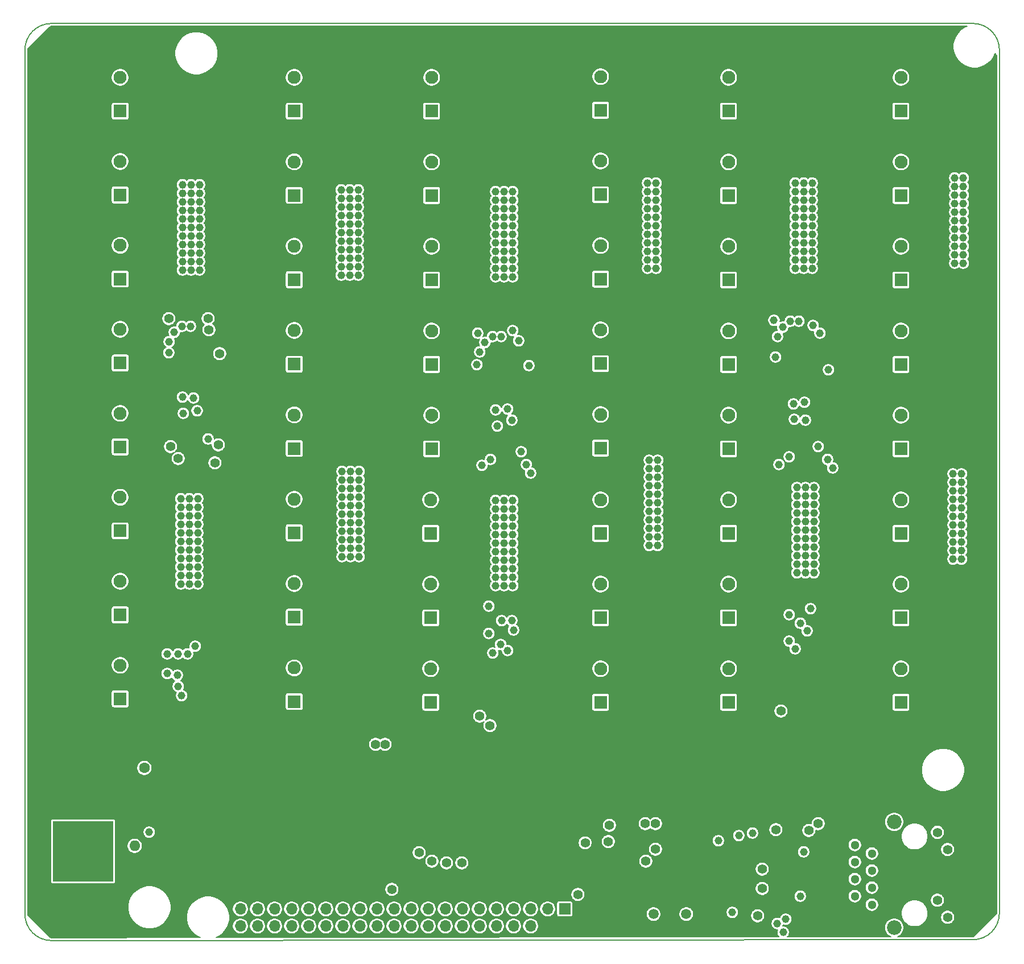
<source format=gbr>
G04 #@! TF.GenerationSoftware,KiCad,Pcbnew,(5.1.6)-1*
G04 #@! TF.CreationDate,2020-08-06T21:08:40-05:00*
G04 #@! TF.ProjectId,atv_hat_hw,6174765f-6861-4745-9f68-772e6b696361,1.0*
G04 #@! TF.SameCoordinates,Original*
G04 #@! TF.FileFunction,Copper,L2,Inr*
G04 #@! TF.FilePolarity,Positive*
%FSLAX46Y46*%
G04 Gerber Fmt 4.6, Leading zero omitted, Abs format (unit mm)*
G04 Created by KiCad (PCBNEW (5.1.6)-1) date 2020-08-06 21:08:40*
%MOMM*%
%LPD*%
G01*
G04 APERTURE LIST*
G04 #@! TA.AperFunction,Profile*
%ADD10C,0.150000*%
G04 #@! TD*
G04 #@! TA.AperFunction,ViaPad*
%ADD11C,1.950000*%
G04 #@! TD*
G04 #@! TA.AperFunction,ViaPad*
%ADD12R,1.950000X1.950000*%
G04 #@! TD*
G04 #@! TA.AperFunction,ViaPad*
%ADD13C,9.000000*%
G04 #@! TD*
G04 #@! TA.AperFunction,ViaPad*
%ADD14R,9.000000X9.000000*%
G04 #@! TD*
G04 #@! TA.AperFunction,ViaPad*
%ADD15R,1.600000X1.600000*%
G04 #@! TD*
G04 #@! TA.AperFunction,ViaPad*
%ADD16C,1.600000*%
G04 #@! TD*
G04 #@! TA.AperFunction,ViaPad*
%ADD17O,1.600000X1.600000*%
G04 #@! TD*
G04 #@! TA.AperFunction,ViaPad*
%ADD18R,1.700000X1.700000*%
G04 #@! TD*
G04 #@! TA.AperFunction,ViaPad*
%ADD19O,1.700000X1.700000*%
G04 #@! TD*
G04 #@! TA.AperFunction,ViaPad*
%ADD20C,1.300000*%
G04 #@! TD*
G04 #@! TA.AperFunction,ViaPad*
%ADD21C,2.184400*%
G04 #@! TD*
G04 #@! TA.AperFunction,ViaPad*
%ADD22C,1.408000*%
G04 #@! TD*
G04 #@! TA.AperFunction,ViaPad*
%ADD23C,1.500000*%
G04 #@! TD*
G04 #@! TA.AperFunction,ViaPad*
%ADD24C,1.397000*%
G04 #@! TD*
G04 #@! TA.AperFunction,ViaPad*
%ADD25C,1.168400*%
G04 #@! TD*
G04 #@! TA.AperFunction,Conductor*
%ADD26C,0.203200*%
G04 #@! TD*
G04 APERTURE END LIST*
D10*
X194183000Y-25273000D02*
X194183000Y-153797000D01*
X53086000Y-21336000D02*
X190246000Y-21336000D01*
X49149000Y-153924000D02*
X49149000Y-25273000D01*
X190246000Y-157734000D02*
X53086000Y-157861000D01*
X194183000Y-153797000D02*
G75*
G02*
X190246000Y-157734000I-3937000J0D01*
G01*
X190246000Y-21336000D02*
G75*
G02*
X194183000Y-25273000I0J-3937000D01*
G01*
X49149000Y-25273000D02*
G75*
G02*
X53086000Y-21336000I3937000J0D01*
G01*
X53086000Y-157861000D02*
G75*
G02*
X49149000Y-153924000I0J3937000D01*
G01*
D11*
X63326000Y-116879000D03*
D12*
X63326000Y-121879000D03*
D11*
X63326000Y-104378572D03*
D12*
X63326000Y-109378572D03*
D11*
X63326000Y-91878144D03*
D12*
X63326000Y-96878144D03*
D11*
X63326000Y-79377716D03*
D12*
X63326000Y-84377716D03*
D11*
X63326000Y-66877288D03*
D12*
X63326000Y-71877288D03*
D11*
X63326000Y-54376860D03*
D12*
X63326000Y-59376860D03*
D11*
X63326000Y-41876432D03*
D12*
X63326000Y-46876432D03*
D11*
X63326000Y-29376000D03*
D12*
X63326000Y-34376000D03*
D11*
X89234000Y-117283013D03*
D12*
X89234000Y-122283013D03*
D11*
X89234000Y-104724869D03*
D12*
X89234000Y-109724869D03*
D11*
X89234000Y-29376000D03*
D12*
X89234000Y-34376000D03*
D11*
X89234000Y-41934149D03*
D12*
X89234000Y-46934149D03*
D11*
X109554000Y-117387000D03*
D12*
X109554000Y-122387000D03*
D11*
X109554000Y-104814000D03*
D12*
X109554000Y-109814000D03*
D11*
X109681000Y-79668000D03*
D12*
X109681000Y-84668000D03*
D11*
X89234000Y-92166725D03*
D12*
X89234000Y-97166725D03*
D11*
X89234000Y-79608581D03*
D12*
X89234000Y-84608581D03*
D11*
X89234000Y-54492293D03*
D12*
X89234000Y-59492293D03*
D11*
X109554000Y-92241000D03*
D12*
X109554000Y-97241000D03*
D11*
X89234000Y-67050437D03*
D12*
X89234000Y-72050437D03*
D11*
X109681000Y-67095000D03*
D12*
X109681000Y-72095000D03*
D11*
X109681000Y-54522000D03*
D12*
X109681000Y-59522000D03*
D11*
X109681000Y-41949000D03*
D12*
X109681000Y-46949000D03*
D11*
X109681000Y-29376000D03*
D12*
X109681000Y-34376000D03*
D11*
X134827000Y-117387000D03*
D12*
X134827000Y-122387000D03*
D11*
X134827000Y-104814000D03*
D12*
X134827000Y-109814000D03*
D11*
X134827000Y-92241000D03*
D12*
X134827000Y-97241000D03*
D11*
X134827000Y-79541000D03*
D12*
X134827000Y-84541000D03*
D11*
X134827000Y-66968000D03*
D12*
X134827000Y-71968000D03*
D11*
X134827000Y-54395000D03*
D12*
X134827000Y-59395000D03*
D11*
X153877000Y-79668000D03*
D12*
X153877000Y-84668000D03*
D11*
X153877000Y-92241000D03*
D12*
X153877000Y-97241000D03*
D11*
X153877000Y-67095000D03*
D12*
X153877000Y-72095000D03*
D11*
X153877000Y-54522000D03*
D12*
X153877000Y-59522000D03*
D11*
X153877000Y-29376000D03*
D12*
X153877000Y-34376000D03*
D11*
X134827000Y-41822000D03*
D12*
X134827000Y-46822000D03*
D11*
X134827000Y-29249000D03*
D12*
X134827000Y-34249000D03*
D11*
X153877000Y-104814000D03*
D12*
X153877000Y-109814000D03*
D11*
X153877000Y-41949000D03*
D12*
X153877000Y-46949000D03*
D11*
X153877000Y-117387000D03*
D12*
X153877000Y-122387000D03*
D11*
X179531000Y-117387000D03*
D12*
X179531000Y-122387000D03*
D11*
X179531000Y-104814000D03*
D12*
X179531000Y-109814000D03*
D11*
X179531000Y-92241000D03*
D12*
X179531000Y-97241000D03*
D11*
X179531000Y-79668000D03*
D12*
X179531000Y-84668000D03*
D11*
X179531000Y-67095000D03*
D12*
X179531000Y-72095000D03*
D11*
X179531000Y-54522000D03*
D12*
X179531000Y-59522000D03*
D11*
X179531000Y-41949000D03*
D12*
X179531000Y-46949000D03*
D11*
X179531000Y-29376000D03*
D12*
X179531000Y-34376000D03*
D13*
X57865000Y-132650500D03*
D14*
X57801500Y-144588500D03*
D15*
X66929000Y-129667000D03*
D16*
X66929000Y-132167000D03*
D15*
X65485000Y-136143000D03*
D17*
X65485000Y-143763000D03*
D18*
X129493000Y-153161000D03*
D19*
X129493000Y-155701000D03*
X126953000Y-153161000D03*
X126953000Y-155701000D03*
X124413000Y-153161000D03*
X124413000Y-155701000D03*
X121873000Y-153161000D03*
X121873000Y-155701000D03*
X119333000Y-153161000D03*
X119333000Y-155701000D03*
X116793000Y-153161000D03*
X116793000Y-155701000D03*
X114253000Y-153161000D03*
X114253000Y-155701000D03*
X111713000Y-153161000D03*
X111713000Y-155701000D03*
X109173000Y-153161000D03*
X109173000Y-155701000D03*
X106633000Y-153161000D03*
X106633000Y-155701000D03*
X104093000Y-153161000D03*
X104093000Y-155701000D03*
X101553000Y-153161000D03*
X101553000Y-155701000D03*
X99013000Y-153161000D03*
X99013000Y-155701000D03*
X96473000Y-153161000D03*
X96473000Y-155701000D03*
X93933000Y-153161000D03*
X93933000Y-155701000D03*
X91393000Y-153161000D03*
X91393000Y-155701000D03*
X88853000Y-153161000D03*
X88853000Y-155701000D03*
X86313000Y-153161000D03*
X86313000Y-155701000D03*
X83773000Y-153161000D03*
X83773000Y-155701000D03*
X81233000Y-153161000D03*
X81233000Y-155701000D03*
D20*
X172674040Y-143636790D03*
X175214040Y-144906790D03*
X172674040Y-146176790D03*
X175214040Y-147446791D03*
X172674040Y-148716791D03*
X175214040Y-149986790D03*
X172674040Y-151256790D03*
X175214040Y-152526790D03*
D21*
X178514040Y-155956790D03*
X178514040Y-140206790D03*
D22*
X184942630Y-141755530D03*
X186462630Y-154405530D03*
X184942130Y-151867380D03*
X186462130Y-144297380D03*
D23*
X142701000Y-153923000D03*
X147581000Y-153923000D03*
D24*
X83392000Y-115061000D03*
X84408000Y-115061000D03*
X85424000Y-115061000D03*
X58119000Y-114807000D03*
X60151000Y-114807000D03*
X59135000Y-114807000D03*
X57992000Y-102361000D03*
X57992000Y-89915000D03*
X57865000Y-77469000D03*
X57992000Y-65023000D03*
X57992000Y-52577000D03*
X58119000Y-40131000D03*
X57992000Y-27685000D03*
X59008000Y-102361000D03*
X59008000Y-89915000D03*
X58881000Y-77469000D03*
X59008000Y-65023000D03*
X59008000Y-52577000D03*
X59135000Y-40131000D03*
X59008000Y-27685000D03*
X60024000Y-102361000D03*
X60024000Y-89915000D03*
X59897000Y-77469000D03*
X60024000Y-65023000D03*
X60024000Y-52577000D03*
X60151000Y-40131000D03*
X60024000Y-27685000D03*
X83392000Y-102742000D03*
X85424000Y-102742000D03*
X84408000Y-102742000D03*
X85424000Y-90296000D03*
X85424000Y-77850000D03*
X85424000Y-65404000D03*
X85424000Y-52958000D03*
X85551000Y-40512000D03*
X85678000Y-28066000D03*
X83392000Y-90296000D03*
X83392000Y-77850000D03*
X83392000Y-65404000D03*
X83392000Y-52958000D03*
X83519000Y-40512000D03*
X83646000Y-28066000D03*
X84408000Y-90296000D03*
X84408000Y-77850000D03*
X84408000Y-65404000D03*
X84408000Y-52958000D03*
X84535000Y-40512000D03*
X84662000Y-28066000D03*
X105871000Y-115061000D03*
X106887000Y-115061000D03*
X104855000Y-115061000D03*
X105617000Y-102615000D03*
X106633000Y-102615000D03*
X104601000Y-102615000D03*
X105490000Y-90169000D03*
X106506000Y-90169000D03*
X104474000Y-90169000D03*
X104601000Y-77723000D03*
X105617000Y-77723000D03*
X106633000Y-77723000D03*
X106633000Y-65277000D03*
X105617000Y-65277000D03*
X104601000Y-65277000D03*
X106633000Y-52831000D03*
X104601000Y-52831000D03*
X105617000Y-52831000D03*
X104474000Y-40385000D03*
X106506000Y-40385000D03*
X105490000Y-40385000D03*
X106633000Y-27812000D03*
X104601000Y-27812000D03*
X105617000Y-27812000D03*
X129747000Y-115061000D03*
X130763000Y-115061000D03*
X131779000Y-115061000D03*
X131652000Y-102615000D03*
X130636000Y-102615000D03*
X129620000Y-102615000D03*
X129493000Y-90169000D03*
X130509000Y-90169000D03*
X131525000Y-90169000D03*
X131652000Y-77723000D03*
X130636000Y-77723000D03*
X129620000Y-77723000D03*
X129874000Y-65277000D03*
X130890000Y-65277000D03*
X131906000Y-65277000D03*
X129620000Y-52831000D03*
X130636000Y-52831000D03*
X131652000Y-52831000D03*
X131652000Y-40385000D03*
X130636000Y-40385000D03*
X129620000Y-40385000D03*
X129747000Y-27812000D03*
X130763000Y-27812000D03*
X131779000Y-27812000D03*
X149813000Y-115061000D03*
X150829000Y-115061000D03*
X148797000Y-115061000D03*
X148797000Y-102742000D03*
X149813000Y-102742000D03*
X150829000Y-102742000D03*
X150702000Y-90423000D03*
X149686000Y-90423000D03*
X148670000Y-90423000D03*
X150702000Y-78104000D03*
X148670000Y-78104000D03*
X149686000Y-78104000D03*
X150702000Y-64769000D03*
X149686000Y-64769000D03*
X148670000Y-64769000D03*
X148543000Y-52450000D03*
X150575000Y-52450000D03*
X149559000Y-52450000D03*
X150702000Y-40131000D03*
X148670000Y-40131000D03*
X149686000Y-40131000D03*
X148670000Y-27812000D03*
X150702000Y-27812000D03*
X149686000Y-27812000D03*
X175467000Y-115188000D03*
X174451000Y-115188000D03*
X176483000Y-115188000D03*
X175467000Y-102742000D03*
X176483000Y-102742000D03*
X174451000Y-102742000D03*
X175340000Y-90296000D03*
X176356000Y-90296000D03*
X174324000Y-90296000D03*
X176356000Y-77850000D03*
X174324000Y-77850000D03*
X175340000Y-77850000D03*
X174324000Y-65404000D03*
X176356000Y-65404000D03*
X175340000Y-65404000D03*
X176356000Y-52958000D03*
X174324000Y-52958000D03*
X175340000Y-52958000D03*
X174324000Y-40385000D03*
X176356000Y-40385000D03*
X175340000Y-40385000D03*
X175340000Y-27939000D03*
X176356000Y-27939000D03*
X174324000Y-27939000D03*
D25*
X72343000Y-104774000D03*
X163656000Y-80263000D03*
X119460000Y-81279000D03*
X72724000Y-79374000D03*
X72343000Y-103504000D03*
X72343000Y-102234000D03*
X72343000Y-100964000D03*
X72343000Y-99694000D03*
X72343000Y-98424000D03*
X72343000Y-97154000D03*
X72343000Y-95884000D03*
X72343000Y-94614000D03*
X72343000Y-93344000D03*
X72343000Y-92074000D03*
X73613000Y-103504000D03*
X73613000Y-93344000D03*
X73613000Y-92074000D03*
X73613000Y-100964000D03*
X73613000Y-97154000D03*
X73613000Y-94614000D03*
X73613000Y-99694000D03*
X73613000Y-102234000D03*
X73613000Y-98424000D03*
X73613000Y-95884000D03*
X73613000Y-104774000D03*
X74883000Y-100964000D03*
X74883000Y-98424000D03*
X74883000Y-93344000D03*
X74883000Y-94614000D03*
X74883000Y-102234000D03*
X74883000Y-99694000D03*
X74883000Y-97154000D03*
X74883000Y-103504000D03*
X74883000Y-92074000D03*
X74883000Y-104774000D03*
X74883000Y-95884000D03*
X75137000Y-51688000D03*
X75137000Y-58038000D03*
X75137000Y-56768000D03*
X75137000Y-55498000D03*
X75137000Y-46608000D03*
X75137000Y-50418000D03*
X75137000Y-54228000D03*
X75137000Y-47878000D03*
X75137000Y-52958000D03*
X75137000Y-45338000D03*
X75137000Y-49148000D03*
X73867000Y-54228000D03*
X72597000Y-56768000D03*
X72597000Y-46608000D03*
X73867000Y-51688000D03*
X72597000Y-45338000D03*
X73867000Y-46608000D03*
X72597000Y-54228000D03*
X72597000Y-50418000D03*
X72597000Y-47878000D03*
X73867000Y-47878000D03*
X72597000Y-52958000D03*
X73867000Y-55498000D03*
X73867000Y-52958000D03*
X72597000Y-55498000D03*
X72597000Y-51688000D03*
X72597000Y-49148000D03*
X73867000Y-50418000D03*
X73867000Y-56768000D03*
X73867000Y-45338000D03*
X73867000Y-58038000D03*
X73867000Y-49148000D03*
X72597000Y-58038000D03*
X96219000Y-49910000D03*
X98759000Y-51180000D03*
X98759000Y-54990000D03*
X97489000Y-46100000D03*
X98759000Y-56260000D03*
X96219000Y-53720000D03*
X96219000Y-54990000D03*
X97489000Y-58800000D03*
X96219000Y-58800000D03*
X98759000Y-52450000D03*
X96219000Y-47370000D03*
X97489000Y-52450000D03*
X97489000Y-57530000D03*
X97489000Y-51180000D03*
X98759000Y-47370000D03*
X98759000Y-48640000D03*
X98759000Y-58800000D03*
X98759000Y-53720000D03*
X98759000Y-49910000D03*
X97489000Y-54990000D03*
X96219000Y-51180000D03*
X96219000Y-48640000D03*
X97489000Y-56260000D03*
X97489000Y-53720000D03*
X96219000Y-56260000D03*
X97489000Y-49910000D03*
X96219000Y-46100000D03*
X97489000Y-47370000D03*
X98759000Y-46100000D03*
X96219000Y-57530000D03*
X98759000Y-57530000D03*
X97489000Y-48640000D03*
X96219000Y-52450000D03*
X97616000Y-88010000D03*
X96346000Y-100710000D03*
X97616000Y-94360000D03*
X97616000Y-93090000D03*
X98886000Y-91820000D03*
X97616000Y-89280000D03*
X98886000Y-99440000D03*
X97616000Y-91820000D03*
X98886000Y-89280000D03*
X98886000Y-90550000D03*
X98886000Y-95630000D03*
X98886000Y-93090000D03*
X96346000Y-91820000D03*
X96346000Y-88010000D03*
X98886000Y-96900000D03*
X98886000Y-98170000D03*
X96346000Y-98170000D03*
X98886000Y-88010000D03*
X97616000Y-99440000D03*
X97616000Y-98170000D03*
X96346000Y-94360000D03*
X96346000Y-90550000D03*
X96346000Y-93090000D03*
X96346000Y-89280000D03*
X97616000Y-100710000D03*
X98886000Y-94360000D03*
X96346000Y-96900000D03*
X96346000Y-95630000D03*
X97616000Y-90550000D03*
X97616000Y-96900000D03*
X96346000Y-99440000D03*
X98886000Y-100710000D03*
X97616000Y-95630000D03*
X120476000Y-99948000D03*
X121746000Y-99948000D03*
X119206000Y-96138000D03*
X121746000Y-102488000D03*
X120476000Y-105028000D03*
X121746000Y-98678000D03*
X119206000Y-102488000D03*
X120476000Y-96138000D03*
X119206000Y-101218000D03*
X119206000Y-92328000D03*
X121746000Y-92328000D03*
X119206000Y-94868000D03*
X119206000Y-97408000D03*
X120476000Y-103758000D03*
X119206000Y-99948000D03*
X120476000Y-94868000D03*
X120476000Y-101218000D03*
X119206000Y-103758000D03*
X121746000Y-105028000D03*
X121746000Y-93598000D03*
X121746000Y-97408000D03*
X121746000Y-101218000D03*
X120476000Y-102488000D03*
X119206000Y-93598000D03*
X121746000Y-94868000D03*
X119206000Y-98678000D03*
X120476000Y-98678000D03*
X121746000Y-96138000D03*
X120476000Y-92328000D03*
X119206000Y-105028000D03*
X120476000Y-97408000D03*
X121746000Y-103758000D03*
X120476000Y-93598000D03*
X120476000Y-51434000D03*
X119206000Y-51434000D03*
X120476000Y-57784000D03*
X119206000Y-53974000D03*
X119206000Y-56514000D03*
X121746000Y-51434000D03*
X121746000Y-50164000D03*
X119206000Y-55244000D03*
X121746000Y-56514000D03*
X119206000Y-52704000D03*
X119206000Y-46354000D03*
X120476000Y-55244000D03*
X121746000Y-46354000D03*
X120476000Y-59054000D03*
X121746000Y-59054000D03*
X119206000Y-48894000D03*
X121746000Y-57784000D03*
X120476000Y-56514000D03*
X119206000Y-57784000D03*
X119206000Y-59054000D03*
X119206000Y-47624000D03*
X120476000Y-53974000D03*
X120476000Y-50164000D03*
X121746000Y-55244000D03*
X121746000Y-48894000D03*
X121746000Y-52704000D03*
X120476000Y-47624000D03*
X121746000Y-53974000D03*
X120476000Y-52704000D03*
X120476000Y-46354000D03*
X120476000Y-48894000D03*
X121746000Y-47624000D03*
X119206000Y-50164000D03*
X143082000Y-46354000D03*
X143082000Y-45084000D03*
X141812000Y-50164000D03*
X143082000Y-57784000D03*
X141812000Y-45084000D03*
X143082000Y-55244000D03*
X141812000Y-55244000D03*
X141812000Y-53974000D03*
X141812000Y-46354000D03*
X141812000Y-51434000D03*
X143082000Y-47624000D03*
X141812000Y-48894000D03*
X143082000Y-48894000D03*
X141812000Y-56514000D03*
X143082000Y-52704000D03*
X143082000Y-51434000D03*
X141812000Y-47624000D03*
X141812000Y-52704000D03*
X143082000Y-50164000D03*
X141812000Y-57784000D03*
X143082000Y-53974000D03*
X143082000Y-56514000D03*
X142066000Y-93979000D03*
X142066000Y-92709000D03*
X143336000Y-99059000D03*
X143336000Y-95249000D03*
X143336000Y-86359000D03*
X143336000Y-92709000D03*
X142066000Y-95249000D03*
X143336000Y-97789000D03*
X142066000Y-91439000D03*
X143336000Y-87629000D03*
X142066000Y-96519000D03*
X142066000Y-90169000D03*
X143336000Y-90169000D03*
X142066000Y-97789000D03*
X143336000Y-88899000D03*
X142066000Y-86359000D03*
X142066000Y-88899000D03*
X143336000Y-91439000D03*
X142066000Y-99059000D03*
X143336000Y-96519000D03*
X142066000Y-87629000D03*
X143336000Y-93979000D03*
X166323000Y-46354000D03*
X163783000Y-52704000D03*
X163783000Y-45084000D03*
X166323000Y-45084000D03*
X165053000Y-50164000D03*
X166323000Y-57784000D03*
X165053000Y-45084000D03*
X166323000Y-55244000D03*
X165053000Y-55244000D03*
X165053000Y-53974000D03*
X165053000Y-46354000D03*
X165053000Y-51434000D03*
X166323000Y-47624000D03*
X165053000Y-48894000D03*
X163783000Y-48894000D03*
X166323000Y-48894000D03*
X163783000Y-57784000D03*
X165053000Y-56514000D03*
X166323000Y-52704000D03*
X163783000Y-47624000D03*
X166323000Y-51434000D03*
X165053000Y-47624000D03*
X163783000Y-51434000D03*
X163783000Y-55244000D03*
X163783000Y-53974000D03*
X165053000Y-52704000D03*
X166323000Y-50164000D03*
X163783000Y-46354000D03*
X165053000Y-57784000D03*
X166323000Y-53974000D03*
X163783000Y-56514000D03*
X163783000Y-50164000D03*
X166323000Y-56514000D03*
X165307000Y-90423000D03*
X165307000Y-100583000D03*
X165307000Y-99313000D03*
X165307000Y-91693000D03*
X166577000Y-100583000D03*
X164037000Y-103123000D03*
X165307000Y-101853000D03*
X166577000Y-92963000D03*
X166577000Y-94233000D03*
X166577000Y-96773000D03*
X164037000Y-96773000D03*
X165307000Y-92963000D03*
X164037000Y-100583000D03*
X165307000Y-94233000D03*
X164037000Y-99313000D03*
X164037000Y-92963000D03*
X165307000Y-96773000D03*
X166577000Y-95503000D03*
X166577000Y-98043000D03*
X164037000Y-91693000D03*
X165307000Y-98043000D03*
X165307000Y-103123000D03*
X166577000Y-99313000D03*
X164037000Y-94233000D03*
X166577000Y-101853000D03*
X164037000Y-95503000D03*
X164037000Y-101853000D03*
X166577000Y-91693000D03*
X164037000Y-90423000D03*
X166577000Y-90423000D03*
X165307000Y-95503000D03*
X164037000Y-98043000D03*
X166577000Y-103123000D03*
X187532000Y-44322000D03*
X187532000Y-54482000D03*
X187532000Y-53212000D03*
X187532000Y-45592000D03*
X188802000Y-54482000D03*
X187532000Y-55752000D03*
X188802000Y-46862000D03*
X188802000Y-48132000D03*
X188802000Y-50672000D03*
X187532000Y-46862000D03*
X187532000Y-48132000D03*
X187532000Y-50672000D03*
X188802000Y-49402000D03*
X188802000Y-51942000D03*
X187532000Y-51942000D03*
X187532000Y-57022000D03*
X188802000Y-53212000D03*
X188802000Y-55752000D03*
X188802000Y-45592000D03*
X188802000Y-44322000D03*
X187532000Y-49402000D03*
X188802000Y-57022000D03*
X188548000Y-98551000D03*
X188548000Y-92201000D03*
X187278000Y-97281000D03*
X187278000Y-99821000D03*
X188548000Y-90931000D03*
X187278000Y-94741000D03*
X188548000Y-94741000D03*
X187278000Y-101091000D03*
X188548000Y-89661000D03*
X188548000Y-101091000D03*
X187278000Y-98551000D03*
X187278000Y-89661000D03*
X188548000Y-99821000D03*
X187278000Y-96011000D03*
X188548000Y-88391000D03*
X187278000Y-93471000D03*
X187278000Y-90931000D03*
X188548000Y-97281000D03*
X187278000Y-88391000D03*
X187278000Y-92201000D03*
X188548000Y-93471000D03*
X188548000Y-96011000D03*
D24*
X158195000Y-154177000D03*
X160909000Y-141351000D03*
D25*
X73787000Y-66421000D03*
X72517000Y-66421000D03*
X71374000Y-67310000D03*
X70612000Y-68707000D03*
X117602000Y-68834000D03*
X120015000Y-67945000D03*
X116840000Y-70231000D03*
X118745000Y-67945000D03*
X164338000Y-65659000D03*
X163068000Y-65659000D03*
X161163000Y-67945000D03*
X161925000Y-66548000D03*
D24*
X76534000Y-66928000D03*
X70565000Y-65277000D03*
X70819000Y-84327000D03*
D25*
X122635000Y-68579000D03*
X116539000Y-67436000D03*
X117174000Y-87121000D03*
X167466000Y-67436000D03*
X160630200Y-65531000D03*
X161370000Y-86994000D03*
X155401000Y-142239000D03*
D24*
X158885819Y-150125892D03*
X131445000Y-151003000D03*
X143002000Y-144272000D03*
X143002000Y-140462000D03*
X141478000Y-140462000D03*
X102743000Y-128651000D03*
X103759000Y-150241000D03*
X101346000Y-128651000D03*
D25*
X164545000Y-151256000D03*
X152353000Y-143001000D03*
X165053000Y-144652000D03*
X67644000Y-141731000D03*
X76407000Y-83184000D03*
X123016000Y-85089000D03*
X167212000Y-84327000D03*
X118190000Y-108076000D03*
X118190000Y-112140000D03*
X118444000Y-86232000D03*
D24*
X107823000Y-144780000D03*
X116840000Y-124460000D03*
X71962000Y-86105000D03*
D25*
X70333200Y-115188000D03*
X70333200Y-118109000D03*
D24*
X167212000Y-140461000D03*
X165815000Y-141477000D03*
D25*
X162386000Y-154685000D03*
X161116000Y-155320000D03*
X116412000Y-72135000D03*
X74248000Y-77088000D03*
X120984000Y-78739000D03*
X72597000Y-76961000D03*
X119206000Y-78866000D03*
X165180000Y-77723000D03*
X163529000Y-77977000D03*
X70565000Y-70357000D03*
X160862000Y-70992000D03*
X162005000Y-156634401D03*
X154432000Y-153670000D03*
D24*
X158870639Y-147232639D03*
D25*
X121746000Y-67055000D03*
X166450000Y-66293000D03*
X163783000Y-114426000D03*
X165561000Y-111759000D03*
X169371000Y-87502000D03*
X124413000Y-88264000D03*
X121873000Y-111632000D03*
X120984000Y-114680000D03*
D24*
X76407000Y-65277000D03*
X77423000Y-86740000D03*
D25*
X73359000Y-115188000D03*
X71962000Y-120014000D03*
D24*
X135983587Y-143130493D03*
X136144000Y-140716000D03*
X132524500Y-143319500D03*
D25*
X124159000Y-72262000D03*
X168736000Y-72897000D03*
X162894000Y-113283000D03*
X164545000Y-110616000D03*
X168609000Y-86232000D03*
X123778000Y-86994000D03*
X121619000Y-110235000D03*
X119945032Y-113789456D03*
D24*
X77931000Y-84073000D03*
X78130476Y-70484000D03*
D25*
X74502000Y-114045000D03*
X72470000Y-121411000D03*
X74786798Y-78993000D03*
X71962000Y-115188000D03*
X71835000Y-118363000D03*
X121619000Y-80390000D03*
X120095000Y-110235000D03*
X118783700Y-115061000D03*
D24*
X109728000Y-146050000D03*
X118364000Y-125857000D03*
D25*
X165307000Y-80390000D03*
X166069000Y-108457000D03*
D24*
X161671000Y-123698000D03*
X114173000Y-146304000D03*
X141558000Y-146049000D03*
D25*
X157433000Y-141858000D03*
X162894000Y-109346000D03*
X162894000Y-85851000D03*
D24*
X111887000Y-146304000D03*
D26*
G36*
X188983474Y-21927779D02*
G01*
X188459099Y-22278155D01*
X188013155Y-22724099D01*
X187662779Y-23248474D01*
X187421436Y-23831128D01*
X187298400Y-24449670D01*
X187298400Y-25080330D01*
X187421436Y-25698872D01*
X187662779Y-26281526D01*
X188013155Y-26805901D01*
X188459099Y-27251845D01*
X188983474Y-27602221D01*
X189566128Y-27843564D01*
X190184670Y-27966600D01*
X190815330Y-27966600D01*
X191433872Y-27843564D01*
X192016526Y-27602221D01*
X192540901Y-27251845D01*
X192986845Y-26805901D01*
X193337221Y-26281526D01*
X193529590Y-25817107D01*
X193752400Y-26101382D01*
X193752401Y-153775929D01*
X193746532Y-153835784D01*
X190282312Y-157300004D01*
X190250166Y-157303383D01*
X190245039Y-157303401D01*
X179021227Y-157313794D01*
X179199830Y-157239813D01*
X179436959Y-157081369D01*
X179638619Y-156879709D01*
X179797063Y-156642580D01*
X179906202Y-156379098D01*
X179961840Y-156099386D01*
X179961840Y-155814194D01*
X179906202Y-155534482D01*
X179797063Y-155271000D01*
X179638619Y-155033871D01*
X179436959Y-154832211D01*
X179199830Y-154673767D01*
X178936348Y-154564628D01*
X178656636Y-154508990D01*
X178371444Y-154508990D01*
X178091732Y-154564628D01*
X177828250Y-154673767D01*
X177591121Y-154832211D01*
X177389461Y-155033871D01*
X177231017Y-155271000D01*
X177121878Y-155534482D01*
X177066240Y-155814194D01*
X177066240Y-156099386D01*
X177121878Y-156379098D01*
X177231017Y-156642580D01*
X177389461Y-156879709D01*
X177591121Y-157081369D01*
X177828250Y-157239813D01*
X178009115Y-157314731D01*
X162639516Y-157328962D01*
X162734990Y-157233488D01*
X162837840Y-157079563D01*
X162908684Y-156908530D01*
X162944800Y-156726963D01*
X162944800Y-156541839D01*
X162908684Y-156360272D01*
X162837840Y-156189239D01*
X162734990Y-156035314D01*
X162604087Y-155904411D01*
X162450162Y-155801561D01*
X162279129Y-155730717D01*
X162097562Y-155694601D01*
X161978067Y-155694601D01*
X162019684Y-155594129D01*
X162027702Y-155553820D01*
X162111871Y-155588684D01*
X162293438Y-155624800D01*
X162478562Y-155624800D01*
X162660129Y-155588684D01*
X162831162Y-155517840D01*
X162985087Y-155414990D01*
X163115990Y-155284087D01*
X163218840Y-155130162D01*
X163289684Y-154959129D01*
X163325800Y-154777562D01*
X163325800Y-154592438D01*
X163289684Y-154410871D01*
X163218840Y-154239838D01*
X163115990Y-154085913D01*
X162985087Y-153955010D01*
X162831162Y-153852160D01*
X162660129Y-153781316D01*
X162478562Y-153745200D01*
X162293438Y-153745200D01*
X162111871Y-153781316D01*
X161940838Y-153852160D01*
X161786913Y-153955010D01*
X161656010Y-154085913D01*
X161553160Y-154239838D01*
X161482316Y-154410871D01*
X161474298Y-154451180D01*
X161390129Y-154416316D01*
X161208562Y-154380200D01*
X161023438Y-154380200D01*
X160841871Y-154416316D01*
X160670838Y-154487160D01*
X160516913Y-154590010D01*
X160386010Y-154720913D01*
X160283160Y-154874838D01*
X160212316Y-155045871D01*
X160176200Y-155227438D01*
X160176200Y-155412562D01*
X160212316Y-155594129D01*
X160283160Y-155765162D01*
X160386010Y-155919087D01*
X160516913Y-156049990D01*
X160670838Y-156152840D01*
X160841871Y-156223684D01*
X161023438Y-156259800D01*
X161142933Y-156259800D01*
X161101316Y-156360272D01*
X161065200Y-156541839D01*
X161065200Y-156726963D01*
X161101316Y-156908530D01*
X161172160Y-157079563D01*
X161275010Y-157233488D01*
X161371658Y-157330136D01*
X77586759Y-157407714D01*
X77923526Y-157268221D01*
X78447901Y-156917845D01*
X78893845Y-156471901D01*
X79244221Y-155947526D01*
X79395519Y-155582259D01*
X80027400Y-155582259D01*
X80027400Y-155819741D01*
X80073731Y-156052660D01*
X80164611Y-156272066D01*
X80296550Y-156469525D01*
X80464475Y-156637450D01*
X80661934Y-156769389D01*
X80881340Y-156860269D01*
X81114259Y-156906600D01*
X81351741Y-156906600D01*
X81584660Y-156860269D01*
X81804066Y-156769389D01*
X82001525Y-156637450D01*
X82169450Y-156469525D01*
X82301389Y-156272066D01*
X82392269Y-156052660D01*
X82438600Y-155819741D01*
X82438600Y-155582259D01*
X82567400Y-155582259D01*
X82567400Y-155819741D01*
X82613731Y-156052660D01*
X82704611Y-156272066D01*
X82836550Y-156469525D01*
X83004475Y-156637450D01*
X83201934Y-156769389D01*
X83421340Y-156860269D01*
X83654259Y-156906600D01*
X83891741Y-156906600D01*
X84124660Y-156860269D01*
X84344066Y-156769389D01*
X84541525Y-156637450D01*
X84709450Y-156469525D01*
X84841389Y-156272066D01*
X84932269Y-156052660D01*
X84978600Y-155819741D01*
X84978600Y-155582259D01*
X85107400Y-155582259D01*
X85107400Y-155819741D01*
X85153731Y-156052660D01*
X85244611Y-156272066D01*
X85376550Y-156469525D01*
X85544475Y-156637450D01*
X85741934Y-156769389D01*
X85961340Y-156860269D01*
X86194259Y-156906600D01*
X86431741Y-156906600D01*
X86664660Y-156860269D01*
X86884066Y-156769389D01*
X87081525Y-156637450D01*
X87249450Y-156469525D01*
X87381389Y-156272066D01*
X87472269Y-156052660D01*
X87518600Y-155819741D01*
X87518600Y-155582259D01*
X87647400Y-155582259D01*
X87647400Y-155819741D01*
X87693731Y-156052660D01*
X87784611Y-156272066D01*
X87916550Y-156469525D01*
X88084475Y-156637450D01*
X88281934Y-156769389D01*
X88501340Y-156860269D01*
X88734259Y-156906600D01*
X88971741Y-156906600D01*
X89204660Y-156860269D01*
X89424066Y-156769389D01*
X89621525Y-156637450D01*
X89789450Y-156469525D01*
X89921389Y-156272066D01*
X90012269Y-156052660D01*
X90058600Y-155819741D01*
X90058600Y-155582259D01*
X90187400Y-155582259D01*
X90187400Y-155819741D01*
X90233731Y-156052660D01*
X90324611Y-156272066D01*
X90456550Y-156469525D01*
X90624475Y-156637450D01*
X90821934Y-156769389D01*
X91041340Y-156860269D01*
X91274259Y-156906600D01*
X91511741Y-156906600D01*
X91744660Y-156860269D01*
X91964066Y-156769389D01*
X92161525Y-156637450D01*
X92329450Y-156469525D01*
X92461389Y-156272066D01*
X92552269Y-156052660D01*
X92598600Y-155819741D01*
X92598600Y-155582259D01*
X92727400Y-155582259D01*
X92727400Y-155819741D01*
X92773731Y-156052660D01*
X92864611Y-156272066D01*
X92996550Y-156469525D01*
X93164475Y-156637450D01*
X93361934Y-156769389D01*
X93581340Y-156860269D01*
X93814259Y-156906600D01*
X94051741Y-156906600D01*
X94284660Y-156860269D01*
X94504066Y-156769389D01*
X94701525Y-156637450D01*
X94869450Y-156469525D01*
X95001389Y-156272066D01*
X95092269Y-156052660D01*
X95138600Y-155819741D01*
X95138600Y-155582259D01*
X95267400Y-155582259D01*
X95267400Y-155819741D01*
X95313731Y-156052660D01*
X95404611Y-156272066D01*
X95536550Y-156469525D01*
X95704475Y-156637450D01*
X95901934Y-156769389D01*
X96121340Y-156860269D01*
X96354259Y-156906600D01*
X96591741Y-156906600D01*
X96824660Y-156860269D01*
X97044066Y-156769389D01*
X97241525Y-156637450D01*
X97409450Y-156469525D01*
X97541389Y-156272066D01*
X97632269Y-156052660D01*
X97678600Y-155819741D01*
X97678600Y-155582259D01*
X97807400Y-155582259D01*
X97807400Y-155819741D01*
X97853731Y-156052660D01*
X97944611Y-156272066D01*
X98076550Y-156469525D01*
X98244475Y-156637450D01*
X98441934Y-156769389D01*
X98661340Y-156860269D01*
X98894259Y-156906600D01*
X99131741Y-156906600D01*
X99364660Y-156860269D01*
X99584066Y-156769389D01*
X99781525Y-156637450D01*
X99949450Y-156469525D01*
X100081389Y-156272066D01*
X100172269Y-156052660D01*
X100218600Y-155819741D01*
X100218600Y-155582259D01*
X100347400Y-155582259D01*
X100347400Y-155819741D01*
X100393731Y-156052660D01*
X100484611Y-156272066D01*
X100616550Y-156469525D01*
X100784475Y-156637450D01*
X100981934Y-156769389D01*
X101201340Y-156860269D01*
X101434259Y-156906600D01*
X101671741Y-156906600D01*
X101904660Y-156860269D01*
X102124066Y-156769389D01*
X102321525Y-156637450D01*
X102489450Y-156469525D01*
X102621389Y-156272066D01*
X102712269Y-156052660D01*
X102758600Y-155819741D01*
X102758600Y-155582259D01*
X102887400Y-155582259D01*
X102887400Y-155819741D01*
X102933731Y-156052660D01*
X103024611Y-156272066D01*
X103156550Y-156469525D01*
X103324475Y-156637450D01*
X103521934Y-156769389D01*
X103741340Y-156860269D01*
X103974259Y-156906600D01*
X104211741Y-156906600D01*
X104444660Y-156860269D01*
X104664066Y-156769389D01*
X104861525Y-156637450D01*
X105029450Y-156469525D01*
X105161389Y-156272066D01*
X105252269Y-156052660D01*
X105298600Y-155819741D01*
X105298600Y-155582259D01*
X105427400Y-155582259D01*
X105427400Y-155819741D01*
X105473731Y-156052660D01*
X105564611Y-156272066D01*
X105696550Y-156469525D01*
X105864475Y-156637450D01*
X106061934Y-156769389D01*
X106281340Y-156860269D01*
X106514259Y-156906600D01*
X106751741Y-156906600D01*
X106984660Y-156860269D01*
X107204066Y-156769389D01*
X107401525Y-156637450D01*
X107569450Y-156469525D01*
X107701389Y-156272066D01*
X107792269Y-156052660D01*
X107838600Y-155819741D01*
X107838600Y-155582259D01*
X107967400Y-155582259D01*
X107967400Y-155819741D01*
X108013731Y-156052660D01*
X108104611Y-156272066D01*
X108236550Y-156469525D01*
X108404475Y-156637450D01*
X108601934Y-156769389D01*
X108821340Y-156860269D01*
X109054259Y-156906600D01*
X109291741Y-156906600D01*
X109524660Y-156860269D01*
X109744066Y-156769389D01*
X109941525Y-156637450D01*
X110109450Y-156469525D01*
X110241389Y-156272066D01*
X110332269Y-156052660D01*
X110378600Y-155819741D01*
X110378600Y-155582259D01*
X110507400Y-155582259D01*
X110507400Y-155819741D01*
X110553731Y-156052660D01*
X110644611Y-156272066D01*
X110776550Y-156469525D01*
X110944475Y-156637450D01*
X111141934Y-156769389D01*
X111361340Y-156860269D01*
X111594259Y-156906600D01*
X111831741Y-156906600D01*
X112064660Y-156860269D01*
X112284066Y-156769389D01*
X112481525Y-156637450D01*
X112649450Y-156469525D01*
X112781389Y-156272066D01*
X112872269Y-156052660D01*
X112918600Y-155819741D01*
X112918600Y-155582259D01*
X113047400Y-155582259D01*
X113047400Y-155819741D01*
X113093731Y-156052660D01*
X113184611Y-156272066D01*
X113316550Y-156469525D01*
X113484475Y-156637450D01*
X113681934Y-156769389D01*
X113901340Y-156860269D01*
X114134259Y-156906600D01*
X114371741Y-156906600D01*
X114604660Y-156860269D01*
X114824066Y-156769389D01*
X115021525Y-156637450D01*
X115189450Y-156469525D01*
X115321389Y-156272066D01*
X115412269Y-156052660D01*
X115458600Y-155819741D01*
X115458600Y-155582259D01*
X115587400Y-155582259D01*
X115587400Y-155819741D01*
X115633731Y-156052660D01*
X115724611Y-156272066D01*
X115856550Y-156469525D01*
X116024475Y-156637450D01*
X116221934Y-156769389D01*
X116441340Y-156860269D01*
X116674259Y-156906600D01*
X116911741Y-156906600D01*
X117144660Y-156860269D01*
X117364066Y-156769389D01*
X117561525Y-156637450D01*
X117729450Y-156469525D01*
X117861389Y-156272066D01*
X117952269Y-156052660D01*
X117998600Y-155819741D01*
X117998600Y-155582259D01*
X118127400Y-155582259D01*
X118127400Y-155819741D01*
X118173731Y-156052660D01*
X118264611Y-156272066D01*
X118396550Y-156469525D01*
X118564475Y-156637450D01*
X118761934Y-156769389D01*
X118981340Y-156860269D01*
X119214259Y-156906600D01*
X119451741Y-156906600D01*
X119684660Y-156860269D01*
X119904066Y-156769389D01*
X120101525Y-156637450D01*
X120269450Y-156469525D01*
X120401389Y-156272066D01*
X120492269Y-156052660D01*
X120538600Y-155819741D01*
X120538600Y-155582259D01*
X120667400Y-155582259D01*
X120667400Y-155819741D01*
X120713731Y-156052660D01*
X120804611Y-156272066D01*
X120936550Y-156469525D01*
X121104475Y-156637450D01*
X121301934Y-156769389D01*
X121521340Y-156860269D01*
X121754259Y-156906600D01*
X121991741Y-156906600D01*
X122224660Y-156860269D01*
X122444066Y-156769389D01*
X122641525Y-156637450D01*
X122809450Y-156469525D01*
X122941389Y-156272066D01*
X123032269Y-156052660D01*
X123078600Y-155819741D01*
X123078600Y-155582259D01*
X123207400Y-155582259D01*
X123207400Y-155819741D01*
X123253731Y-156052660D01*
X123344611Y-156272066D01*
X123476550Y-156469525D01*
X123644475Y-156637450D01*
X123841934Y-156769389D01*
X124061340Y-156860269D01*
X124294259Y-156906600D01*
X124531741Y-156906600D01*
X124764660Y-156860269D01*
X124984066Y-156769389D01*
X125181525Y-156637450D01*
X125349450Y-156469525D01*
X125481389Y-156272066D01*
X125572269Y-156052660D01*
X125618600Y-155819741D01*
X125618600Y-155582259D01*
X125572269Y-155349340D01*
X125481389Y-155129934D01*
X125349450Y-154932475D01*
X125181525Y-154764550D01*
X124984066Y-154632611D01*
X124764660Y-154541731D01*
X124531741Y-154495400D01*
X124294259Y-154495400D01*
X124061340Y-154541731D01*
X123841934Y-154632611D01*
X123644475Y-154764550D01*
X123476550Y-154932475D01*
X123344611Y-155129934D01*
X123253731Y-155349340D01*
X123207400Y-155582259D01*
X123078600Y-155582259D01*
X123032269Y-155349340D01*
X122941389Y-155129934D01*
X122809450Y-154932475D01*
X122641525Y-154764550D01*
X122444066Y-154632611D01*
X122224660Y-154541731D01*
X121991741Y-154495400D01*
X121754259Y-154495400D01*
X121521340Y-154541731D01*
X121301934Y-154632611D01*
X121104475Y-154764550D01*
X120936550Y-154932475D01*
X120804611Y-155129934D01*
X120713731Y-155349340D01*
X120667400Y-155582259D01*
X120538600Y-155582259D01*
X120492269Y-155349340D01*
X120401389Y-155129934D01*
X120269450Y-154932475D01*
X120101525Y-154764550D01*
X119904066Y-154632611D01*
X119684660Y-154541731D01*
X119451741Y-154495400D01*
X119214259Y-154495400D01*
X118981340Y-154541731D01*
X118761934Y-154632611D01*
X118564475Y-154764550D01*
X118396550Y-154932475D01*
X118264611Y-155129934D01*
X118173731Y-155349340D01*
X118127400Y-155582259D01*
X117998600Y-155582259D01*
X117952269Y-155349340D01*
X117861389Y-155129934D01*
X117729450Y-154932475D01*
X117561525Y-154764550D01*
X117364066Y-154632611D01*
X117144660Y-154541731D01*
X116911741Y-154495400D01*
X116674259Y-154495400D01*
X116441340Y-154541731D01*
X116221934Y-154632611D01*
X116024475Y-154764550D01*
X115856550Y-154932475D01*
X115724611Y-155129934D01*
X115633731Y-155349340D01*
X115587400Y-155582259D01*
X115458600Y-155582259D01*
X115412269Y-155349340D01*
X115321389Y-155129934D01*
X115189450Y-154932475D01*
X115021525Y-154764550D01*
X114824066Y-154632611D01*
X114604660Y-154541731D01*
X114371741Y-154495400D01*
X114134259Y-154495400D01*
X113901340Y-154541731D01*
X113681934Y-154632611D01*
X113484475Y-154764550D01*
X113316550Y-154932475D01*
X113184611Y-155129934D01*
X113093731Y-155349340D01*
X113047400Y-155582259D01*
X112918600Y-155582259D01*
X112872269Y-155349340D01*
X112781389Y-155129934D01*
X112649450Y-154932475D01*
X112481525Y-154764550D01*
X112284066Y-154632611D01*
X112064660Y-154541731D01*
X111831741Y-154495400D01*
X111594259Y-154495400D01*
X111361340Y-154541731D01*
X111141934Y-154632611D01*
X110944475Y-154764550D01*
X110776550Y-154932475D01*
X110644611Y-155129934D01*
X110553731Y-155349340D01*
X110507400Y-155582259D01*
X110378600Y-155582259D01*
X110332269Y-155349340D01*
X110241389Y-155129934D01*
X110109450Y-154932475D01*
X109941525Y-154764550D01*
X109744066Y-154632611D01*
X109524660Y-154541731D01*
X109291741Y-154495400D01*
X109054259Y-154495400D01*
X108821340Y-154541731D01*
X108601934Y-154632611D01*
X108404475Y-154764550D01*
X108236550Y-154932475D01*
X108104611Y-155129934D01*
X108013731Y-155349340D01*
X107967400Y-155582259D01*
X107838600Y-155582259D01*
X107792269Y-155349340D01*
X107701389Y-155129934D01*
X107569450Y-154932475D01*
X107401525Y-154764550D01*
X107204066Y-154632611D01*
X106984660Y-154541731D01*
X106751741Y-154495400D01*
X106514259Y-154495400D01*
X106281340Y-154541731D01*
X106061934Y-154632611D01*
X105864475Y-154764550D01*
X105696550Y-154932475D01*
X105564611Y-155129934D01*
X105473731Y-155349340D01*
X105427400Y-155582259D01*
X105298600Y-155582259D01*
X105252269Y-155349340D01*
X105161389Y-155129934D01*
X105029450Y-154932475D01*
X104861525Y-154764550D01*
X104664066Y-154632611D01*
X104444660Y-154541731D01*
X104211741Y-154495400D01*
X103974259Y-154495400D01*
X103741340Y-154541731D01*
X103521934Y-154632611D01*
X103324475Y-154764550D01*
X103156550Y-154932475D01*
X103024611Y-155129934D01*
X102933731Y-155349340D01*
X102887400Y-155582259D01*
X102758600Y-155582259D01*
X102712269Y-155349340D01*
X102621389Y-155129934D01*
X102489450Y-154932475D01*
X102321525Y-154764550D01*
X102124066Y-154632611D01*
X101904660Y-154541731D01*
X101671741Y-154495400D01*
X101434259Y-154495400D01*
X101201340Y-154541731D01*
X100981934Y-154632611D01*
X100784475Y-154764550D01*
X100616550Y-154932475D01*
X100484611Y-155129934D01*
X100393731Y-155349340D01*
X100347400Y-155582259D01*
X100218600Y-155582259D01*
X100172269Y-155349340D01*
X100081389Y-155129934D01*
X99949450Y-154932475D01*
X99781525Y-154764550D01*
X99584066Y-154632611D01*
X99364660Y-154541731D01*
X99131741Y-154495400D01*
X98894259Y-154495400D01*
X98661340Y-154541731D01*
X98441934Y-154632611D01*
X98244475Y-154764550D01*
X98076550Y-154932475D01*
X97944611Y-155129934D01*
X97853731Y-155349340D01*
X97807400Y-155582259D01*
X97678600Y-155582259D01*
X97632269Y-155349340D01*
X97541389Y-155129934D01*
X97409450Y-154932475D01*
X97241525Y-154764550D01*
X97044066Y-154632611D01*
X96824660Y-154541731D01*
X96591741Y-154495400D01*
X96354259Y-154495400D01*
X96121340Y-154541731D01*
X95901934Y-154632611D01*
X95704475Y-154764550D01*
X95536550Y-154932475D01*
X95404611Y-155129934D01*
X95313731Y-155349340D01*
X95267400Y-155582259D01*
X95138600Y-155582259D01*
X95092269Y-155349340D01*
X95001389Y-155129934D01*
X94869450Y-154932475D01*
X94701525Y-154764550D01*
X94504066Y-154632611D01*
X94284660Y-154541731D01*
X94051741Y-154495400D01*
X93814259Y-154495400D01*
X93581340Y-154541731D01*
X93361934Y-154632611D01*
X93164475Y-154764550D01*
X92996550Y-154932475D01*
X92864611Y-155129934D01*
X92773731Y-155349340D01*
X92727400Y-155582259D01*
X92598600Y-155582259D01*
X92552269Y-155349340D01*
X92461389Y-155129934D01*
X92329450Y-154932475D01*
X92161525Y-154764550D01*
X91964066Y-154632611D01*
X91744660Y-154541731D01*
X91511741Y-154495400D01*
X91274259Y-154495400D01*
X91041340Y-154541731D01*
X90821934Y-154632611D01*
X90624475Y-154764550D01*
X90456550Y-154932475D01*
X90324611Y-155129934D01*
X90233731Y-155349340D01*
X90187400Y-155582259D01*
X90058600Y-155582259D01*
X90012269Y-155349340D01*
X89921389Y-155129934D01*
X89789450Y-154932475D01*
X89621525Y-154764550D01*
X89424066Y-154632611D01*
X89204660Y-154541731D01*
X88971741Y-154495400D01*
X88734259Y-154495400D01*
X88501340Y-154541731D01*
X88281934Y-154632611D01*
X88084475Y-154764550D01*
X87916550Y-154932475D01*
X87784611Y-155129934D01*
X87693731Y-155349340D01*
X87647400Y-155582259D01*
X87518600Y-155582259D01*
X87472269Y-155349340D01*
X87381389Y-155129934D01*
X87249450Y-154932475D01*
X87081525Y-154764550D01*
X86884066Y-154632611D01*
X86664660Y-154541731D01*
X86431741Y-154495400D01*
X86194259Y-154495400D01*
X85961340Y-154541731D01*
X85741934Y-154632611D01*
X85544475Y-154764550D01*
X85376550Y-154932475D01*
X85244611Y-155129934D01*
X85153731Y-155349340D01*
X85107400Y-155582259D01*
X84978600Y-155582259D01*
X84932269Y-155349340D01*
X84841389Y-155129934D01*
X84709450Y-154932475D01*
X84541525Y-154764550D01*
X84344066Y-154632611D01*
X84124660Y-154541731D01*
X83891741Y-154495400D01*
X83654259Y-154495400D01*
X83421340Y-154541731D01*
X83201934Y-154632611D01*
X83004475Y-154764550D01*
X82836550Y-154932475D01*
X82704611Y-155129934D01*
X82613731Y-155349340D01*
X82567400Y-155582259D01*
X82438600Y-155582259D01*
X82392269Y-155349340D01*
X82301389Y-155129934D01*
X82169450Y-154932475D01*
X82001525Y-154764550D01*
X81804066Y-154632611D01*
X81584660Y-154541731D01*
X81351741Y-154495400D01*
X81114259Y-154495400D01*
X80881340Y-154541731D01*
X80661934Y-154632611D01*
X80464475Y-154764550D01*
X80296550Y-154932475D01*
X80164611Y-155129934D01*
X80073731Y-155349340D01*
X80027400Y-155582259D01*
X79395519Y-155582259D01*
X79485564Y-155364872D01*
X79608600Y-154746330D01*
X79608600Y-154115670D01*
X79485564Y-153497128D01*
X79297152Y-153042259D01*
X80027400Y-153042259D01*
X80027400Y-153279741D01*
X80073731Y-153512660D01*
X80164611Y-153732066D01*
X80296550Y-153929525D01*
X80464475Y-154097450D01*
X80661934Y-154229389D01*
X80881340Y-154320269D01*
X81114259Y-154366600D01*
X81351741Y-154366600D01*
X81584660Y-154320269D01*
X81804066Y-154229389D01*
X82001525Y-154097450D01*
X82169450Y-153929525D01*
X82301389Y-153732066D01*
X82392269Y-153512660D01*
X82438600Y-153279741D01*
X82438600Y-153042259D01*
X82567400Y-153042259D01*
X82567400Y-153279741D01*
X82613731Y-153512660D01*
X82704611Y-153732066D01*
X82836550Y-153929525D01*
X83004475Y-154097450D01*
X83201934Y-154229389D01*
X83421340Y-154320269D01*
X83654259Y-154366600D01*
X83891741Y-154366600D01*
X84124660Y-154320269D01*
X84344066Y-154229389D01*
X84541525Y-154097450D01*
X84709450Y-153929525D01*
X84841389Y-153732066D01*
X84932269Y-153512660D01*
X84978600Y-153279741D01*
X84978600Y-153042259D01*
X85107400Y-153042259D01*
X85107400Y-153279741D01*
X85153731Y-153512660D01*
X85244611Y-153732066D01*
X85376550Y-153929525D01*
X85544475Y-154097450D01*
X85741934Y-154229389D01*
X85961340Y-154320269D01*
X86194259Y-154366600D01*
X86431741Y-154366600D01*
X86664660Y-154320269D01*
X86884066Y-154229389D01*
X87081525Y-154097450D01*
X87249450Y-153929525D01*
X87381389Y-153732066D01*
X87472269Y-153512660D01*
X87518600Y-153279741D01*
X87518600Y-153042259D01*
X87647400Y-153042259D01*
X87647400Y-153279741D01*
X87693731Y-153512660D01*
X87784611Y-153732066D01*
X87916550Y-153929525D01*
X88084475Y-154097450D01*
X88281934Y-154229389D01*
X88501340Y-154320269D01*
X88734259Y-154366600D01*
X88971741Y-154366600D01*
X89204660Y-154320269D01*
X89424066Y-154229389D01*
X89621525Y-154097450D01*
X89789450Y-153929525D01*
X89921389Y-153732066D01*
X90012269Y-153512660D01*
X90058600Y-153279741D01*
X90058600Y-153042259D01*
X90187400Y-153042259D01*
X90187400Y-153279741D01*
X90233731Y-153512660D01*
X90324611Y-153732066D01*
X90456550Y-153929525D01*
X90624475Y-154097450D01*
X90821934Y-154229389D01*
X91041340Y-154320269D01*
X91274259Y-154366600D01*
X91511741Y-154366600D01*
X91744660Y-154320269D01*
X91964066Y-154229389D01*
X92161525Y-154097450D01*
X92329450Y-153929525D01*
X92461389Y-153732066D01*
X92552269Y-153512660D01*
X92598600Y-153279741D01*
X92598600Y-153042259D01*
X92727400Y-153042259D01*
X92727400Y-153279741D01*
X92773731Y-153512660D01*
X92864611Y-153732066D01*
X92996550Y-153929525D01*
X93164475Y-154097450D01*
X93361934Y-154229389D01*
X93581340Y-154320269D01*
X93814259Y-154366600D01*
X94051741Y-154366600D01*
X94284660Y-154320269D01*
X94504066Y-154229389D01*
X94701525Y-154097450D01*
X94869450Y-153929525D01*
X95001389Y-153732066D01*
X95092269Y-153512660D01*
X95138600Y-153279741D01*
X95138600Y-153042259D01*
X95267400Y-153042259D01*
X95267400Y-153279741D01*
X95313731Y-153512660D01*
X95404611Y-153732066D01*
X95536550Y-153929525D01*
X95704475Y-154097450D01*
X95901934Y-154229389D01*
X96121340Y-154320269D01*
X96354259Y-154366600D01*
X96591741Y-154366600D01*
X96824660Y-154320269D01*
X97044066Y-154229389D01*
X97241525Y-154097450D01*
X97409450Y-153929525D01*
X97541389Y-153732066D01*
X97632269Y-153512660D01*
X97678600Y-153279741D01*
X97678600Y-153042259D01*
X97807400Y-153042259D01*
X97807400Y-153279741D01*
X97853731Y-153512660D01*
X97944611Y-153732066D01*
X98076550Y-153929525D01*
X98244475Y-154097450D01*
X98441934Y-154229389D01*
X98661340Y-154320269D01*
X98894259Y-154366600D01*
X99131741Y-154366600D01*
X99364660Y-154320269D01*
X99584066Y-154229389D01*
X99781525Y-154097450D01*
X99949450Y-153929525D01*
X100081389Y-153732066D01*
X100172269Y-153512660D01*
X100218600Y-153279741D01*
X100218600Y-153042259D01*
X100347400Y-153042259D01*
X100347400Y-153279741D01*
X100393731Y-153512660D01*
X100484611Y-153732066D01*
X100616550Y-153929525D01*
X100784475Y-154097450D01*
X100981934Y-154229389D01*
X101201340Y-154320269D01*
X101434259Y-154366600D01*
X101671741Y-154366600D01*
X101904660Y-154320269D01*
X102124066Y-154229389D01*
X102321525Y-154097450D01*
X102489450Y-153929525D01*
X102621389Y-153732066D01*
X102712269Y-153512660D01*
X102758600Y-153279741D01*
X102758600Y-153042259D01*
X102887400Y-153042259D01*
X102887400Y-153279741D01*
X102933731Y-153512660D01*
X103024611Y-153732066D01*
X103156550Y-153929525D01*
X103324475Y-154097450D01*
X103521934Y-154229389D01*
X103741340Y-154320269D01*
X103974259Y-154366600D01*
X104211741Y-154366600D01*
X104444660Y-154320269D01*
X104664066Y-154229389D01*
X104861525Y-154097450D01*
X105029450Y-153929525D01*
X105161389Y-153732066D01*
X105252269Y-153512660D01*
X105298600Y-153279741D01*
X105298600Y-153042259D01*
X105427400Y-153042259D01*
X105427400Y-153279741D01*
X105473731Y-153512660D01*
X105564611Y-153732066D01*
X105696550Y-153929525D01*
X105864475Y-154097450D01*
X106061934Y-154229389D01*
X106281340Y-154320269D01*
X106514259Y-154366600D01*
X106751741Y-154366600D01*
X106984660Y-154320269D01*
X107204066Y-154229389D01*
X107401525Y-154097450D01*
X107569450Y-153929525D01*
X107701389Y-153732066D01*
X107792269Y-153512660D01*
X107838600Y-153279741D01*
X107838600Y-153042259D01*
X107967400Y-153042259D01*
X107967400Y-153279741D01*
X108013731Y-153512660D01*
X108104611Y-153732066D01*
X108236550Y-153929525D01*
X108404475Y-154097450D01*
X108601934Y-154229389D01*
X108821340Y-154320269D01*
X109054259Y-154366600D01*
X109291741Y-154366600D01*
X109524660Y-154320269D01*
X109744066Y-154229389D01*
X109941525Y-154097450D01*
X110109450Y-153929525D01*
X110241389Y-153732066D01*
X110332269Y-153512660D01*
X110378600Y-153279741D01*
X110378600Y-153042259D01*
X110507400Y-153042259D01*
X110507400Y-153279741D01*
X110553731Y-153512660D01*
X110644611Y-153732066D01*
X110776550Y-153929525D01*
X110944475Y-154097450D01*
X111141934Y-154229389D01*
X111361340Y-154320269D01*
X111594259Y-154366600D01*
X111831741Y-154366600D01*
X112064660Y-154320269D01*
X112284066Y-154229389D01*
X112481525Y-154097450D01*
X112649450Y-153929525D01*
X112781389Y-153732066D01*
X112872269Y-153512660D01*
X112918600Y-153279741D01*
X112918600Y-153042259D01*
X113047400Y-153042259D01*
X113047400Y-153279741D01*
X113093731Y-153512660D01*
X113184611Y-153732066D01*
X113316550Y-153929525D01*
X113484475Y-154097450D01*
X113681934Y-154229389D01*
X113901340Y-154320269D01*
X114134259Y-154366600D01*
X114371741Y-154366600D01*
X114604660Y-154320269D01*
X114824066Y-154229389D01*
X115021525Y-154097450D01*
X115189450Y-153929525D01*
X115321389Y-153732066D01*
X115412269Y-153512660D01*
X115458600Y-153279741D01*
X115458600Y-153042259D01*
X115587400Y-153042259D01*
X115587400Y-153279741D01*
X115633731Y-153512660D01*
X115724611Y-153732066D01*
X115856550Y-153929525D01*
X116024475Y-154097450D01*
X116221934Y-154229389D01*
X116441340Y-154320269D01*
X116674259Y-154366600D01*
X116911741Y-154366600D01*
X117144660Y-154320269D01*
X117364066Y-154229389D01*
X117561525Y-154097450D01*
X117729450Y-153929525D01*
X117861389Y-153732066D01*
X117952269Y-153512660D01*
X117998600Y-153279741D01*
X117998600Y-153042259D01*
X118127400Y-153042259D01*
X118127400Y-153279741D01*
X118173731Y-153512660D01*
X118264611Y-153732066D01*
X118396550Y-153929525D01*
X118564475Y-154097450D01*
X118761934Y-154229389D01*
X118981340Y-154320269D01*
X119214259Y-154366600D01*
X119451741Y-154366600D01*
X119684660Y-154320269D01*
X119904066Y-154229389D01*
X120101525Y-154097450D01*
X120269450Y-153929525D01*
X120401389Y-153732066D01*
X120492269Y-153512660D01*
X120538600Y-153279741D01*
X120538600Y-153042259D01*
X120667400Y-153042259D01*
X120667400Y-153279741D01*
X120713731Y-153512660D01*
X120804611Y-153732066D01*
X120936550Y-153929525D01*
X121104475Y-154097450D01*
X121301934Y-154229389D01*
X121521340Y-154320269D01*
X121754259Y-154366600D01*
X121991741Y-154366600D01*
X122224660Y-154320269D01*
X122444066Y-154229389D01*
X122641525Y-154097450D01*
X122809450Y-153929525D01*
X122941389Y-153732066D01*
X123032269Y-153512660D01*
X123078600Y-153279741D01*
X123078600Y-153042259D01*
X123207400Y-153042259D01*
X123207400Y-153279741D01*
X123253731Y-153512660D01*
X123344611Y-153732066D01*
X123476550Y-153929525D01*
X123644475Y-154097450D01*
X123841934Y-154229389D01*
X124061340Y-154320269D01*
X124294259Y-154366600D01*
X124531741Y-154366600D01*
X124764660Y-154320269D01*
X124984066Y-154229389D01*
X125181525Y-154097450D01*
X125349450Y-153929525D01*
X125481389Y-153732066D01*
X125572269Y-153512660D01*
X125618600Y-153279741D01*
X125618600Y-153042259D01*
X125747400Y-153042259D01*
X125747400Y-153279741D01*
X125793731Y-153512660D01*
X125884611Y-153732066D01*
X126016550Y-153929525D01*
X126184475Y-154097450D01*
X126381934Y-154229389D01*
X126601340Y-154320269D01*
X126834259Y-154366600D01*
X127071741Y-154366600D01*
X127304660Y-154320269D01*
X127524066Y-154229389D01*
X127721525Y-154097450D01*
X127889450Y-153929525D01*
X128021389Y-153732066D01*
X128112269Y-153512660D01*
X128158600Y-153279741D01*
X128158600Y-153042259D01*
X128112269Y-152809340D01*
X128021389Y-152589934D01*
X127889450Y-152392475D01*
X127807975Y-152311000D01*
X128285680Y-152311000D01*
X128285680Y-154011000D01*
X128292546Y-154080710D01*
X128312879Y-154147740D01*
X128345899Y-154209516D01*
X128390337Y-154263663D01*
X128444484Y-154308101D01*
X128506260Y-154341121D01*
X128573290Y-154361454D01*
X128643000Y-154368320D01*
X130343000Y-154368320D01*
X130412710Y-154361454D01*
X130479740Y-154341121D01*
X130541516Y-154308101D01*
X130595663Y-154263663D01*
X130640101Y-154209516D01*
X130673121Y-154147740D01*
X130693454Y-154080710D01*
X130700320Y-154011000D01*
X130700320Y-153814108D01*
X141595400Y-153814108D01*
X141595400Y-154031892D01*
X141637887Y-154245492D01*
X141721230Y-154446698D01*
X141842224Y-154627779D01*
X141996221Y-154781776D01*
X142177302Y-154902770D01*
X142378508Y-154986113D01*
X142592108Y-155028600D01*
X142809892Y-155028600D01*
X143023492Y-154986113D01*
X143224698Y-154902770D01*
X143405779Y-154781776D01*
X143559776Y-154627779D01*
X143680770Y-154446698D01*
X143764113Y-154245492D01*
X143806600Y-154031892D01*
X143806600Y-153814108D01*
X146475400Y-153814108D01*
X146475400Y-154031892D01*
X146517887Y-154245492D01*
X146601230Y-154446698D01*
X146722224Y-154627779D01*
X146876221Y-154781776D01*
X147057302Y-154902770D01*
X147258508Y-154986113D01*
X147472108Y-155028600D01*
X147689892Y-155028600D01*
X147903492Y-154986113D01*
X148104698Y-154902770D01*
X148285779Y-154781776D01*
X148439776Y-154627779D01*
X148560770Y-154446698D01*
X148644113Y-154245492D01*
X148686600Y-154031892D01*
X148686600Y-153814108D01*
X148644113Y-153600508D01*
X148634558Y-153577438D01*
X153492200Y-153577438D01*
X153492200Y-153762562D01*
X153528316Y-153944129D01*
X153599160Y-154115162D01*
X153702010Y-154269087D01*
X153832913Y-154399990D01*
X153986838Y-154502840D01*
X154157871Y-154573684D01*
X154339438Y-154609800D01*
X154524562Y-154609800D01*
X154706129Y-154573684D01*
X154877162Y-154502840D01*
X155031087Y-154399990D01*
X155161990Y-154269087D01*
X155264840Y-154115162D01*
X155282229Y-154073180D01*
X157140900Y-154073180D01*
X157140900Y-154280820D01*
X157181409Y-154484470D01*
X157260869Y-154676303D01*
X157376227Y-154848949D01*
X157523051Y-154995773D01*
X157695697Y-155111131D01*
X157887530Y-155190591D01*
X158091180Y-155231100D01*
X158298820Y-155231100D01*
X158502470Y-155190591D01*
X158694303Y-155111131D01*
X158866949Y-154995773D01*
X159013773Y-154848949D01*
X159129131Y-154676303D01*
X159208591Y-154484470D01*
X159249100Y-154280820D01*
X159249100Y-154073180D01*
X159208591Y-153869530D01*
X159129131Y-153677697D01*
X159076719Y-153599256D01*
X179558441Y-153599256D01*
X179558441Y-153994324D01*
X179635515Y-154381802D01*
X179786702Y-154746798D01*
X180006190Y-155075285D01*
X180285546Y-155354641D01*
X180614033Y-155574129D01*
X180979029Y-155725316D01*
X181366507Y-155802390D01*
X181761575Y-155802390D01*
X182149053Y-155725316D01*
X182514049Y-155574129D01*
X182842536Y-155354641D01*
X183121892Y-155075285D01*
X183341380Y-154746798D01*
X183492567Y-154381802D01*
X183508605Y-154301169D01*
X185403030Y-154301169D01*
X185403030Y-154509891D01*
X185443750Y-154714604D01*
X185523625Y-154907439D01*
X185639585Y-155080986D01*
X185787174Y-155228575D01*
X185960721Y-155344535D01*
X186153556Y-155424410D01*
X186358269Y-155465130D01*
X186566991Y-155465130D01*
X186771704Y-155424410D01*
X186964539Y-155344535D01*
X187138086Y-155228575D01*
X187285675Y-155080986D01*
X187401635Y-154907439D01*
X187481510Y-154714604D01*
X187522230Y-154509891D01*
X187522230Y-154301169D01*
X187481510Y-154096456D01*
X187401635Y-153903621D01*
X187285675Y-153730074D01*
X187138086Y-153582485D01*
X186964539Y-153466525D01*
X186771704Y-153386650D01*
X186566991Y-153345930D01*
X186358269Y-153345930D01*
X186153556Y-153386650D01*
X185960721Y-153466525D01*
X185787174Y-153582485D01*
X185639585Y-153730074D01*
X185523625Y-153903621D01*
X185443750Y-154096456D01*
X185403030Y-154301169D01*
X183508605Y-154301169D01*
X183569641Y-153994324D01*
X183569641Y-153599256D01*
X183492567Y-153211778D01*
X183341380Y-152846782D01*
X183121892Y-152518295D01*
X182842536Y-152238939D01*
X182514049Y-152019451D01*
X182149053Y-151868264D01*
X181761575Y-151791190D01*
X181366507Y-151791190D01*
X180979029Y-151868264D01*
X180614033Y-152019451D01*
X180285546Y-152238939D01*
X180006190Y-152518295D01*
X179786702Y-152846782D01*
X179635515Y-153211778D01*
X179558441Y-153599256D01*
X159076719Y-153599256D01*
X159013773Y-153505051D01*
X158866949Y-153358227D01*
X158694303Y-153242869D01*
X158502470Y-153163409D01*
X158298820Y-153122900D01*
X158091180Y-153122900D01*
X157887530Y-153163409D01*
X157695697Y-153242869D01*
X157523051Y-153358227D01*
X157376227Y-153505051D01*
X157260869Y-153677697D01*
X157181409Y-153869530D01*
X157140900Y-154073180D01*
X155282229Y-154073180D01*
X155335684Y-153944129D01*
X155371800Y-153762562D01*
X155371800Y-153577438D01*
X155335684Y-153395871D01*
X155264840Y-153224838D01*
X155161990Y-153070913D01*
X155031087Y-152940010D01*
X154877162Y-152837160D01*
X154706129Y-152766316D01*
X154524562Y-152730200D01*
X154339438Y-152730200D01*
X154157871Y-152766316D01*
X153986838Y-152837160D01*
X153832913Y-152940010D01*
X153702010Y-153070913D01*
X153599160Y-153224838D01*
X153528316Y-153395871D01*
X153492200Y-153577438D01*
X148634558Y-153577438D01*
X148560770Y-153399302D01*
X148439776Y-153218221D01*
X148285779Y-153064224D01*
X148104698Y-152943230D01*
X147903492Y-152859887D01*
X147689892Y-152817400D01*
X147472108Y-152817400D01*
X147258508Y-152859887D01*
X147057302Y-152943230D01*
X146876221Y-153064224D01*
X146722224Y-153218221D01*
X146601230Y-153399302D01*
X146517887Y-153600508D01*
X146475400Y-153814108D01*
X143806600Y-153814108D01*
X143764113Y-153600508D01*
X143680770Y-153399302D01*
X143559776Y-153218221D01*
X143405779Y-153064224D01*
X143224698Y-152943230D01*
X143023492Y-152859887D01*
X142809892Y-152817400D01*
X142592108Y-152817400D01*
X142378508Y-152859887D01*
X142177302Y-152943230D01*
X141996221Y-153064224D01*
X141842224Y-153218221D01*
X141721230Y-153399302D01*
X141637887Y-153600508D01*
X141595400Y-153814108D01*
X130700320Y-153814108D01*
X130700320Y-152427747D01*
X174208440Y-152427747D01*
X174208440Y-152625833D01*
X174247084Y-152820113D01*
X174322889Y-153003120D01*
X174432939Y-153167823D01*
X174573007Y-153307891D01*
X174737710Y-153417941D01*
X174920717Y-153493746D01*
X175114997Y-153532390D01*
X175313083Y-153532390D01*
X175507363Y-153493746D01*
X175690370Y-153417941D01*
X175855073Y-153307891D01*
X175995141Y-153167823D01*
X176105191Y-153003120D01*
X176180996Y-152820113D01*
X176219640Y-152625833D01*
X176219640Y-152427747D01*
X176180996Y-152233467D01*
X176105191Y-152050460D01*
X175995141Y-151885757D01*
X175872403Y-151763019D01*
X183882530Y-151763019D01*
X183882530Y-151971741D01*
X183923250Y-152176454D01*
X184003125Y-152369289D01*
X184119085Y-152542836D01*
X184266674Y-152690425D01*
X184440221Y-152806385D01*
X184633056Y-152886260D01*
X184837769Y-152926980D01*
X185046491Y-152926980D01*
X185251204Y-152886260D01*
X185444039Y-152806385D01*
X185617586Y-152690425D01*
X185765175Y-152542836D01*
X185881135Y-152369289D01*
X185961010Y-152176454D01*
X186001730Y-151971741D01*
X186001730Y-151763019D01*
X185961010Y-151558306D01*
X185881135Y-151365471D01*
X185765175Y-151191924D01*
X185617586Y-151044335D01*
X185444039Y-150928375D01*
X185251204Y-150848500D01*
X185046491Y-150807780D01*
X184837769Y-150807780D01*
X184633056Y-150848500D01*
X184440221Y-150928375D01*
X184266674Y-151044335D01*
X184119085Y-151191924D01*
X184003125Y-151365471D01*
X183923250Y-151558306D01*
X183882530Y-151763019D01*
X175872403Y-151763019D01*
X175855073Y-151745689D01*
X175690370Y-151635639D01*
X175507363Y-151559834D01*
X175313083Y-151521190D01*
X175114997Y-151521190D01*
X174920717Y-151559834D01*
X174737710Y-151635639D01*
X174573007Y-151745689D01*
X174432939Y-151885757D01*
X174322889Y-152050460D01*
X174247084Y-152233467D01*
X174208440Y-152427747D01*
X130700320Y-152427747D01*
X130700320Y-152311000D01*
X130693454Y-152241290D01*
X130673121Y-152174260D01*
X130640101Y-152112484D01*
X130595663Y-152058337D01*
X130541516Y-152013899D01*
X130479740Y-151980879D01*
X130412710Y-151960546D01*
X130343000Y-151953680D01*
X128643000Y-151953680D01*
X128573290Y-151960546D01*
X128506260Y-151980879D01*
X128444484Y-152013899D01*
X128390337Y-152058337D01*
X128345899Y-152112484D01*
X128312879Y-152174260D01*
X128292546Y-152241290D01*
X128285680Y-152311000D01*
X127807975Y-152311000D01*
X127721525Y-152224550D01*
X127524066Y-152092611D01*
X127304660Y-152001731D01*
X127071741Y-151955400D01*
X126834259Y-151955400D01*
X126601340Y-152001731D01*
X126381934Y-152092611D01*
X126184475Y-152224550D01*
X126016550Y-152392475D01*
X125884611Y-152589934D01*
X125793731Y-152809340D01*
X125747400Y-153042259D01*
X125618600Y-153042259D01*
X125572269Y-152809340D01*
X125481389Y-152589934D01*
X125349450Y-152392475D01*
X125181525Y-152224550D01*
X124984066Y-152092611D01*
X124764660Y-152001731D01*
X124531741Y-151955400D01*
X124294259Y-151955400D01*
X124061340Y-152001731D01*
X123841934Y-152092611D01*
X123644475Y-152224550D01*
X123476550Y-152392475D01*
X123344611Y-152589934D01*
X123253731Y-152809340D01*
X123207400Y-153042259D01*
X123078600Y-153042259D01*
X123032269Y-152809340D01*
X122941389Y-152589934D01*
X122809450Y-152392475D01*
X122641525Y-152224550D01*
X122444066Y-152092611D01*
X122224660Y-152001731D01*
X121991741Y-151955400D01*
X121754259Y-151955400D01*
X121521340Y-152001731D01*
X121301934Y-152092611D01*
X121104475Y-152224550D01*
X120936550Y-152392475D01*
X120804611Y-152589934D01*
X120713731Y-152809340D01*
X120667400Y-153042259D01*
X120538600Y-153042259D01*
X120492269Y-152809340D01*
X120401389Y-152589934D01*
X120269450Y-152392475D01*
X120101525Y-152224550D01*
X119904066Y-152092611D01*
X119684660Y-152001731D01*
X119451741Y-151955400D01*
X119214259Y-151955400D01*
X118981340Y-152001731D01*
X118761934Y-152092611D01*
X118564475Y-152224550D01*
X118396550Y-152392475D01*
X118264611Y-152589934D01*
X118173731Y-152809340D01*
X118127400Y-153042259D01*
X117998600Y-153042259D01*
X117952269Y-152809340D01*
X117861389Y-152589934D01*
X117729450Y-152392475D01*
X117561525Y-152224550D01*
X117364066Y-152092611D01*
X117144660Y-152001731D01*
X116911741Y-151955400D01*
X116674259Y-151955400D01*
X116441340Y-152001731D01*
X116221934Y-152092611D01*
X116024475Y-152224550D01*
X115856550Y-152392475D01*
X115724611Y-152589934D01*
X115633731Y-152809340D01*
X115587400Y-153042259D01*
X115458600Y-153042259D01*
X115412269Y-152809340D01*
X115321389Y-152589934D01*
X115189450Y-152392475D01*
X115021525Y-152224550D01*
X114824066Y-152092611D01*
X114604660Y-152001731D01*
X114371741Y-151955400D01*
X114134259Y-151955400D01*
X113901340Y-152001731D01*
X113681934Y-152092611D01*
X113484475Y-152224550D01*
X113316550Y-152392475D01*
X113184611Y-152589934D01*
X113093731Y-152809340D01*
X113047400Y-153042259D01*
X112918600Y-153042259D01*
X112872269Y-152809340D01*
X112781389Y-152589934D01*
X112649450Y-152392475D01*
X112481525Y-152224550D01*
X112284066Y-152092611D01*
X112064660Y-152001731D01*
X111831741Y-151955400D01*
X111594259Y-151955400D01*
X111361340Y-152001731D01*
X111141934Y-152092611D01*
X110944475Y-152224550D01*
X110776550Y-152392475D01*
X110644611Y-152589934D01*
X110553731Y-152809340D01*
X110507400Y-153042259D01*
X110378600Y-153042259D01*
X110332269Y-152809340D01*
X110241389Y-152589934D01*
X110109450Y-152392475D01*
X109941525Y-152224550D01*
X109744066Y-152092611D01*
X109524660Y-152001731D01*
X109291741Y-151955400D01*
X109054259Y-151955400D01*
X108821340Y-152001731D01*
X108601934Y-152092611D01*
X108404475Y-152224550D01*
X108236550Y-152392475D01*
X108104611Y-152589934D01*
X108013731Y-152809340D01*
X107967400Y-153042259D01*
X107838600Y-153042259D01*
X107792269Y-152809340D01*
X107701389Y-152589934D01*
X107569450Y-152392475D01*
X107401525Y-152224550D01*
X107204066Y-152092611D01*
X106984660Y-152001731D01*
X106751741Y-151955400D01*
X106514259Y-151955400D01*
X106281340Y-152001731D01*
X106061934Y-152092611D01*
X105864475Y-152224550D01*
X105696550Y-152392475D01*
X105564611Y-152589934D01*
X105473731Y-152809340D01*
X105427400Y-153042259D01*
X105298600Y-153042259D01*
X105252269Y-152809340D01*
X105161389Y-152589934D01*
X105029450Y-152392475D01*
X104861525Y-152224550D01*
X104664066Y-152092611D01*
X104444660Y-152001731D01*
X104211741Y-151955400D01*
X103974259Y-151955400D01*
X103741340Y-152001731D01*
X103521934Y-152092611D01*
X103324475Y-152224550D01*
X103156550Y-152392475D01*
X103024611Y-152589934D01*
X102933731Y-152809340D01*
X102887400Y-153042259D01*
X102758600Y-153042259D01*
X102712269Y-152809340D01*
X102621389Y-152589934D01*
X102489450Y-152392475D01*
X102321525Y-152224550D01*
X102124066Y-152092611D01*
X101904660Y-152001731D01*
X101671741Y-151955400D01*
X101434259Y-151955400D01*
X101201340Y-152001731D01*
X100981934Y-152092611D01*
X100784475Y-152224550D01*
X100616550Y-152392475D01*
X100484611Y-152589934D01*
X100393731Y-152809340D01*
X100347400Y-153042259D01*
X100218600Y-153042259D01*
X100172269Y-152809340D01*
X100081389Y-152589934D01*
X99949450Y-152392475D01*
X99781525Y-152224550D01*
X99584066Y-152092611D01*
X99364660Y-152001731D01*
X99131741Y-151955400D01*
X98894259Y-151955400D01*
X98661340Y-152001731D01*
X98441934Y-152092611D01*
X98244475Y-152224550D01*
X98076550Y-152392475D01*
X97944611Y-152589934D01*
X97853731Y-152809340D01*
X97807400Y-153042259D01*
X97678600Y-153042259D01*
X97632269Y-152809340D01*
X97541389Y-152589934D01*
X97409450Y-152392475D01*
X97241525Y-152224550D01*
X97044066Y-152092611D01*
X96824660Y-152001731D01*
X96591741Y-151955400D01*
X96354259Y-151955400D01*
X96121340Y-152001731D01*
X95901934Y-152092611D01*
X95704475Y-152224550D01*
X95536550Y-152392475D01*
X95404611Y-152589934D01*
X95313731Y-152809340D01*
X95267400Y-153042259D01*
X95138600Y-153042259D01*
X95092269Y-152809340D01*
X95001389Y-152589934D01*
X94869450Y-152392475D01*
X94701525Y-152224550D01*
X94504066Y-152092611D01*
X94284660Y-152001731D01*
X94051741Y-151955400D01*
X93814259Y-151955400D01*
X93581340Y-152001731D01*
X93361934Y-152092611D01*
X93164475Y-152224550D01*
X92996550Y-152392475D01*
X92864611Y-152589934D01*
X92773731Y-152809340D01*
X92727400Y-153042259D01*
X92598600Y-153042259D01*
X92552269Y-152809340D01*
X92461389Y-152589934D01*
X92329450Y-152392475D01*
X92161525Y-152224550D01*
X91964066Y-152092611D01*
X91744660Y-152001731D01*
X91511741Y-151955400D01*
X91274259Y-151955400D01*
X91041340Y-152001731D01*
X90821934Y-152092611D01*
X90624475Y-152224550D01*
X90456550Y-152392475D01*
X90324611Y-152589934D01*
X90233731Y-152809340D01*
X90187400Y-153042259D01*
X90058600Y-153042259D01*
X90012269Y-152809340D01*
X89921389Y-152589934D01*
X89789450Y-152392475D01*
X89621525Y-152224550D01*
X89424066Y-152092611D01*
X89204660Y-152001731D01*
X88971741Y-151955400D01*
X88734259Y-151955400D01*
X88501340Y-152001731D01*
X88281934Y-152092611D01*
X88084475Y-152224550D01*
X87916550Y-152392475D01*
X87784611Y-152589934D01*
X87693731Y-152809340D01*
X87647400Y-153042259D01*
X87518600Y-153042259D01*
X87472269Y-152809340D01*
X87381389Y-152589934D01*
X87249450Y-152392475D01*
X87081525Y-152224550D01*
X86884066Y-152092611D01*
X86664660Y-152001731D01*
X86431741Y-151955400D01*
X86194259Y-151955400D01*
X85961340Y-152001731D01*
X85741934Y-152092611D01*
X85544475Y-152224550D01*
X85376550Y-152392475D01*
X85244611Y-152589934D01*
X85153731Y-152809340D01*
X85107400Y-153042259D01*
X84978600Y-153042259D01*
X84932269Y-152809340D01*
X84841389Y-152589934D01*
X84709450Y-152392475D01*
X84541525Y-152224550D01*
X84344066Y-152092611D01*
X84124660Y-152001731D01*
X83891741Y-151955400D01*
X83654259Y-151955400D01*
X83421340Y-152001731D01*
X83201934Y-152092611D01*
X83004475Y-152224550D01*
X82836550Y-152392475D01*
X82704611Y-152589934D01*
X82613731Y-152809340D01*
X82567400Y-153042259D01*
X82438600Y-153042259D01*
X82392269Y-152809340D01*
X82301389Y-152589934D01*
X82169450Y-152392475D01*
X82001525Y-152224550D01*
X81804066Y-152092611D01*
X81584660Y-152001731D01*
X81351741Y-151955400D01*
X81114259Y-151955400D01*
X80881340Y-152001731D01*
X80661934Y-152092611D01*
X80464475Y-152224550D01*
X80296550Y-152392475D01*
X80164611Y-152589934D01*
X80073731Y-152809340D01*
X80027400Y-153042259D01*
X79297152Y-153042259D01*
X79244221Y-152914474D01*
X78893845Y-152390099D01*
X78447901Y-151944155D01*
X77923526Y-151593779D01*
X77340872Y-151352436D01*
X76722330Y-151229400D01*
X76091670Y-151229400D01*
X75473128Y-151352436D01*
X74890474Y-151593779D01*
X74366099Y-151944155D01*
X73920155Y-152390099D01*
X73569779Y-152914474D01*
X73328436Y-153497128D01*
X73205400Y-154115670D01*
X73205400Y-154746330D01*
X73328436Y-155364872D01*
X73569779Y-155947526D01*
X73920155Y-156471901D01*
X74366099Y-156917845D01*
X74890474Y-157268221D01*
X75232503Y-157409894D01*
X53106864Y-157430381D01*
X52906410Y-157410726D01*
X49597912Y-154102228D01*
X49579617Y-153928166D01*
X49579600Y-153923355D01*
X49579600Y-152592670D01*
X64489400Y-152592670D01*
X64489400Y-153223330D01*
X64612436Y-153841872D01*
X64853779Y-154424526D01*
X65204155Y-154948901D01*
X65650099Y-155394845D01*
X66174474Y-155745221D01*
X66757128Y-155986564D01*
X67375670Y-156109600D01*
X68006330Y-156109600D01*
X68624872Y-155986564D01*
X69207526Y-155745221D01*
X69731901Y-155394845D01*
X70177845Y-154948901D01*
X70528221Y-154424526D01*
X70769564Y-153841872D01*
X70892600Y-153223330D01*
X70892600Y-152592670D01*
X70769564Y-151974128D01*
X70528221Y-151391474D01*
X70177845Y-150867099D01*
X69731901Y-150421155D01*
X69306903Y-150137180D01*
X102704900Y-150137180D01*
X102704900Y-150344820D01*
X102745409Y-150548470D01*
X102824869Y-150740303D01*
X102940227Y-150912949D01*
X103087051Y-151059773D01*
X103259697Y-151175131D01*
X103451530Y-151254591D01*
X103655180Y-151295100D01*
X103862820Y-151295100D01*
X104066470Y-151254591D01*
X104258303Y-151175131D01*
X104430949Y-151059773D01*
X104577773Y-150912949D01*
X104586973Y-150899180D01*
X130390900Y-150899180D01*
X130390900Y-151106820D01*
X130431409Y-151310470D01*
X130510869Y-151502303D01*
X130626227Y-151674949D01*
X130773051Y-151821773D01*
X130945697Y-151937131D01*
X131137530Y-152016591D01*
X131341180Y-152057100D01*
X131548820Y-152057100D01*
X131752470Y-152016591D01*
X131944303Y-151937131D01*
X132116949Y-151821773D01*
X132263773Y-151674949D01*
X132379131Y-151502303D01*
X132458591Y-151310470D01*
X132499100Y-151106820D01*
X132499100Y-150899180D01*
X132458591Y-150695530D01*
X132379131Y-150503697D01*
X132263773Y-150331051D01*
X132116949Y-150184227D01*
X131944303Y-150068869D01*
X131831326Y-150022072D01*
X157831719Y-150022072D01*
X157831719Y-150229712D01*
X157872228Y-150433362D01*
X157951688Y-150625195D01*
X158067046Y-150797841D01*
X158213870Y-150944665D01*
X158386516Y-151060023D01*
X158578349Y-151139483D01*
X158781999Y-151179992D01*
X158989639Y-151179992D01*
X159072860Y-151163438D01*
X163605200Y-151163438D01*
X163605200Y-151348562D01*
X163641316Y-151530129D01*
X163712160Y-151701162D01*
X163815010Y-151855087D01*
X163945913Y-151985990D01*
X164099838Y-152088840D01*
X164270871Y-152159684D01*
X164452438Y-152195800D01*
X164637562Y-152195800D01*
X164819129Y-152159684D01*
X164990162Y-152088840D01*
X165144087Y-151985990D01*
X165274990Y-151855087D01*
X165377840Y-151701162D01*
X165448684Y-151530129D01*
X165484800Y-151348562D01*
X165484800Y-151163438D01*
X165483668Y-151157747D01*
X171668440Y-151157747D01*
X171668440Y-151355833D01*
X171707084Y-151550113D01*
X171782889Y-151733120D01*
X171892939Y-151897823D01*
X172033007Y-152037891D01*
X172197710Y-152147941D01*
X172380717Y-152223746D01*
X172574997Y-152262390D01*
X172773083Y-152262390D01*
X172967363Y-152223746D01*
X173150370Y-152147941D01*
X173315073Y-152037891D01*
X173455141Y-151897823D01*
X173565191Y-151733120D01*
X173640996Y-151550113D01*
X173679640Y-151355833D01*
X173679640Y-151157747D01*
X173640996Y-150963467D01*
X173565191Y-150780460D01*
X173455141Y-150615757D01*
X173315073Y-150475689D01*
X173150370Y-150365639D01*
X172967363Y-150289834D01*
X172773083Y-150251190D01*
X172574997Y-150251190D01*
X172380717Y-150289834D01*
X172197710Y-150365639D01*
X172033007Y-150475689D01*
X171892939Y-150615757D01*
X171782889Y-150780460D01*
X171707084Y-150963467D01*
X171668440Y-151157747D01*
X165483668Y-151157747D01*
X165448684Y-150981871D01*
X165377840Y-150810838D01*
X165274990Y-150656913D01*
X165144087Y-150526010D01*
X164990162Y-150423160D01*
X164819129Y-150352316D01*
X164637562Y-150316200D01*
X164452438Y-150316200D01*
X164270871Y-150352316D01*
X164099838Y-150423160D01*
X163945913Y-150526010D01*
X163815010Y-150656913D01*
X163712160Y-150810838D01*
X163641316Y-150981871D01*
X163605200Y-151163438D01*
X159072860Y-151163438D01*
X159193289Y-151139483D01*
X159385122Y-151060023D01*
X159557768Y-150944665D01*
X159704592Y-150797841D01*
X159819950Y-150625195D01*
X159899410Y-150433362D01*
X159939919Y-150229712D01*
X159939919Y-150022072D01*
X159913200Y-149887747D01*
X174208440Y-149887747D01*
X174208440Y-150085833D01*
X174247084Y-150280113D01*
X174322889Y-150463120D01*
X174432939Y-150627823D01*
X174573007Y-150767891D01*
X174737710Y-150877941D01*
X174920717Y-150953746D01*
X175114997Y-150992390D01*
X175313083Y-150992390D01*
X175507363Y-150953746D01*
X175690370Y-150877941D01*
X175855073Y-150767891D01*
X175995141Y-150627823D01*
X176105191Y-150463120D01*
X176180996Y-150280113D01*
X176219640Y-150085833D01*
X176219640Y-149887747D01*
X176180996Y-149693467D01*
X176105191Y-149510460D01*
X175995141Y-149345757D01*
X175855073Y-149205689D01*
X175690370Y-149095639D01*
X175507363Y-149019834D01*
X175313083Y-148981190D01*
X175114997Y-148981190D01*
X174920717Y-149019834D01*
X174737710Y-149095639D01*
X174573007Y-149205689D01*
X174432939Y-149345757D01*
X174322889Y-149510460D01*
X174247084Y-149693467D01*
X174208440Y-149887747D01*
X159913200Y-149887747D01*
X159899410Y-149818422D01*
X159819950Y-149626589D01*
X159704592Y-149453943D01*
X159557768Y-149307119D01*
X159385122Y-149191761D01*
X159193289Y-149112301D01*
X158989639Y-149071792D01*
X158781999Y-149071792D01*
X158578349Y-149112301D01*
X158386516Y-149191761D01*
X158213870Y-149307119D01*
X158067046Y-149453943D01*
X157951688Y-149626589D01*
X157872228Y-149818422D01*
X157831719Y-150022072D01*
X131831326Y-150022072D01*
X131752470Y-149989409D01*
X131548820Y-149948900D01*
X131341180Y-149948900D01*
X131137530Y-149989409D01*
X130945697Y-150068869D01*
X130773051Y-150184227D01*
X130626227Y-150331051D01*
X130510869Y-150503697D01*
X130431409Y-150695530D01*
X130390900Y-150899180D01*
X104586973Y-150899180D01*
X104693131Y-150740303D01*
X104772591Y-150548470D01*
X104813100Y-150344820D01*
X104813100Y-150137180D01*
X104772591Y-149933530D01*
X104693131Y-149741697D01*
X104577773Y-149569051D01*
X104430949Y-149422227D01*
X104258303Y-149306869D01*
X104066470Y-149227409D01*
X103862820Y-149186900D01*
X103655180Y-149186900D01*
X103451530Y-149227409D01*
X103259697Y-149306869D01*
X103087051Y-149422227D01*
X102940227Y-149569051D01*
X102824869Y-149741697D01*
X102745409Y-149933530D01*
X102704900Y-150137180D01*
X69306903Y-150137180D01*
X69207526Y-150070779D01*
X68624872Y-149829436D01*
X68006330Y-149706400D01*
X67375670Y-149706400D01*
X66757128Y-149829436D01*
X66174474Y-150070779D01*
X65650099Y-150421155D01*
X65204155Y-150867099D01*
X64853779Y-151391474D01*
X64612436Y-151974128D01*
X64489400Y-152592670D01*
X49579600Y-152592670D01*
X49579600Y-140088500D01*
X52944180Y-140088500D01*
X52944180Y-149088500D01*
X52951046Y-149158210D01*
X52971379Y-149225240D01*
X53004399Y-149287016D01*
X53048837Y-149341163D01*
X53102984Y-149385601D01*
X53164760Y-149418621D01*
X53231790Y-149438954D01*
X53301500Y-149445820D01*
X62301500Y-149445820D01*
X62371210Y-149438954D01*
X62438240Y-149418621D01*
X62500016Y-149385601D01*
X62554163Y-149341163D01*
X62598601Y-149287016D01*
X62631621Y-149225240D01*
X62651954Y-149158210D01*
X62658820Y-149088500D01*
X62658820Y-148617748D01*
X171668440Y-148617748D01*
X171668440Y-148815834D01*
X171707084Y-149010114D01*
X171782889Y-149193121D01*
X171892939Y-149357824D01*
X172033007Y-149497892D01*
X172197710Y-149607942D01*
X172380717Y-149683747D01*
X172574997Y-149722391D01*
X172773083Y-149722391D01*
X172967363Y-149683747D01*
X173150370Y-149607942D01*
X173315073Y-149497892D01*
X173455141Y-149357824D01*
X173565191Y-149193121D01*
X173640996Y-149010114D01*
X173679640Y-148815834D01*
X173679640Y-148617748D01*
X173640996Y-148423468D01*
X173565191Y-148240461D01*
X173455141Y-148075758D01*
X173315073Y-147935690D01*
X173150370Y-147825640D01*
X172967363Y-147749835D01*
X172773083Y-147711191D01*
X172574997Y-147711191D01*
X172380717Y-147749835D01*
X172197710Y-147825640D01*
X172033007Y-147935690D01*
X171892939Y-148075758D01*
X171782889Y-148240461D01*
X171707084Y-148423468D01*
X171668440Y-148617748D01*
X62658820Y-148617748D01*
X62658820Y-145946180D01*
X108673900Y-145946180D01*
X108673900Y-146153820D01*
X108714409Y-146357470D01*
X108793869Y-146549303D01*
X108909227Y-146721949D01*
X109056051Y-146868773D01*
X109228697Y-146984131D01*
X109420530Y-147063591D01*
X109624180Y-147104100D01*
X109831820Y-147104100D01*
X110035470Y-147063591D01*
X110227303Y-146984131D01*
X110399949Y-146868773D01*
X110546773Y-146721949D01*
X110662131Y-146549303D01*
X110741591Y-146357470D01*
X110772878Y-146200180D01*
X110832900Y-146200180D01*
X110832900Y-146407820D01*
X110873409Y-146611470D01*
X110952869Y-146803303D01*
X111068227Y-146975949D01*
X111215051Y-147122773D01*
X111387697Y-147238131D01*
X111579530Y-147317591D01*
X111783180Y-147358100D01*
X111990820Y-147358100D01*
X112194470Y-147317591D01*
X112386303Y-147238131D01*
X112558949Y-147122773D01*
X112705773Y-146975949D01*
X112821131Y-146803303D01*
X112900591Y-146611470D01*
X112941100Y-146407820D01*
X112941100Y-146200180D01*
X113118900Y-146200180D01*
X113118900Y-146407820D01*
X113159409Y-146611470D01*
X113238869Y-146803303D01*
X113354227Y-146975949D01*
X113501051Y-147122773D01*
X113673697Y-147238131D01*
X113865530Y-147317591D01*
X114069180Y-147358100D01*
X114276820Y-147358100D01*
X114480470Y-147317591D01*
X114672303Y-147238131D01*
X114835900Y-147128819D01*
X157816539Y-147128819D01*
X157816539Y-147336459D01*
X157857048Y-147540109D01*
X157936508Y-147731942D01*
X158051866Y-147904588D01*
X158198690Y-148051412D01*
X158371336Y-148166770D01*
X158563169Y-148246230D01*
X158766819Y-148286739D01*
X158974459Y-148286739D01*
X159178109Y-148246230D01*
X159369942Y-148166770D01*
X159542588Y-148051412D01*
X159689412Y-147904588D01*
X159804770Y-147731942D01*
X159884230Y-147540109D01*
X159922493Y-147347748D01*
X174208440Y-147347748D01*
X174208440Y-147545834D01*
X174247084Y-147740114D01*
X174322889Y-147923121D01*
X174432939Y-148087824D01*
X174573007Y-148227892D01*
X174737710Y-148337942D01*
X174920717Y-148413747D01*
X175114997Y-148452391D01*
X175313083Y-148452391D01*
X175507363Y-148413747D01*
X175690370Y-148337942D01*
X175855073Y-148227892D01*
X175995141Y-148087824D01*
X176105191Y-147923121D01*
X176180996Y-147740114D01*
X176219640Y-147545834D01*
X176219640Y-147347748D01*
X176180996Y-147153468D01*
X176105191Y-146970461D01*
X175995141Y-146805758D01*
X175855073Y-146665690D01*
X175690370Y-146555640D01*
X175507363Y-146479835D01*
X175313083Y-146441191D01*
X175114997Y-146441191D01*
X174920717Y-146479835D01*
X174737710Y-146555640D01*
X174573007Y-146665690D01*
X174432939Y-146805758D01*
X174322889Y-146970461D01*
X174247084Y-147153468D01*
X174208440Y-147347748D01*
X159922493Y-147347748D01*
X159924739Y-147336459D01*
X159924739Y-147128819D01*
X159884230Y-146925169D01*
X159804770Y-146733336D01*
X159689412Y-146560690D01*
X159542588Y-146413866D01*
X159369942Y-146298508D01*
X159178109Y-146219048D01*
X158974459Y-146178539D01*
X158766819Y-146178539D01*
X158563169Y-146219048D01*
X158371336Y-146298508D01*
X158198690Y-146413866D01*
X158051866Y-146560690D01*
X157936508Y-146733336D01*
X157857048Y-146925169D01*
X157816539Y-147128819D01*
X114835900Y-147128819D01*
X114844949Y-147122773D01*
X114991773Y-146975949D01*
X115107131Y-146803303D01*
X115186591Y-146611470D01*
X115227100Y-146407820D01*
X115227100Y-146200180D01*
X115186591Y-145996530D01*
X115165322Y-145945180D01*
X140503900Y-145945180D01*
X140503900Y-146152820D01*
X140544409Y-146356470D01*
X140623869Y-146548303D01*
X140739227Y-146720949D01*
X140886051Y-146867773D01*
X141058697Y-146983131D01*
X141250530Y-147062591D01*
X141454180Y-147103100D01*
X141661820Y-147103100D01*
X141865470Y-147062591D01*
X142057303Y-146983131D01*
X142229949Y-146867773D01*
X142376773Y-146720949D01*
X142492131Y-146548303D01*
X142571591Y-146356470D01*
X142612100Y-146152820D01*
X142612100Y-146077747D01*
X171668440Y-146077747D01*
X171668440Y-146275833D01*
X171707084Y-146470113D01*
X171782889Y-146653120D01*
X171892939Y-146817823D01*
X172033007Y-146957891D01*
X172197710Y-147067941D01*
X172380717Y-147143746D01*
X172574997Y-147182390D01*
X172773083Y-147182390D01*
X172967363Y-147143746D01*
X173150370Y-147067941D01*
X173315073Y-146957891D01*
X173455141Y-146817823D01*
X173565191Y-146653120D01*
X173640996Y-146470113D01*
X173679640Y-146275833D01*
X173679640Y-146077747D01*
X173640996Y-145883467D01*
X173565191Y-145700460D01*
X173455141Y-145535757D01*
X173315073Y-145395689D01*
X173150370Y-145285639D01*
X172967363Y-145209834D01*
X172773083Y-145171190D01*
X172574997Y-145171190D01*
X172380717Y-145209834D01*
X172197710Y-145285639D01*
X172033007Y-145395689D01*
X171892939Y-145535757D01*
X171782889Y-145700460D01*
X171707084Y-145883467D01*
X171668440Y-146077747D01*
X142612100Y-146077747D01*
X142612100Y-145945180D01*
X142571591Y-145741530D01*
X142492131Y-145549697D01*
X142376773Y-145377051D01*
X142229949Y-145230227D01*
X142057303Y-145114869D01*
X141865470Y-145035409D01*
X141661820Y-144994900D01*
X141454180Y-144994900D01*
X141250530Y-145035409D01*
X141058697Y-145114869D01*
X140886051Y-145230227D01*
X140739227Y-145377051D01*
X140623869Y-145549697D01*
X140544409Y-145741530D01*
X140503900Y-145945180D01*
X115165322Y-145945180D01*
X115107131Y-145804697D01*
X114991773Y-145632051D01*
X114844949Y-145485227D01*
X114672303Y-145369869D01*
X114480470Y-145290409D01*
X114276820Y-145249900D01*
X114069180Y-145249900D01*
X113865530Y-145290409D01*
X113673697Y-145369869D01*
X113501051Y-145485227D01*
X113354227Y-145632051D01*
X113238869Y-145804697D01*
X113159409Y-145996530D01*
X113118900Y-146200180D01*
X112941100Y-146200180D01*
X112900591Y-145996530D01*
X112821131Y-145804697D01*
X112705773Y-145632051D01*
X112558949Y-145485227D01*
X112386303Y-145369869D01*
X112194470Y-145290409D01*
X111990820Y-145249900D01*
X111783180Y-145249900D01*
X111579530Y-145290409D01*
X111387697Y-145369869D01*
X111215051Y-145485227D01*
X111068227Y-145632051D01*
X110952869Y-145804697D01*
X110873409Y-145996530D01*
X110832900Y-146200180D01*
X110772878Y-146200180D01*
X110782100Y-146153820D01*
X110782100Y-145946180D01*
X110741591Y-145742530D01*
X110662131Y-145550697D01*
X110546773Y-145378051D01*
X110399949Y-145231227D01*
X110227303Y-145115869D01*
X110035470Y-145036409D01*
X109831820Y-144995900D01*
X109624180Y-144995900D01*
X109420530Y-145036409D01*
X109228697Y-145115869D01*
X109056051Y-145231227D01*
X108909227Y-145378051D01*
X108793869Y-145550697D01*
X108714409Y-145742530D01*
X108673900Y-145946180D01*
X62658820Y-145946180D01*
X62658820Y-143649183D01*
X64329400Y-143649183D01*
X64329400Y-143876817D01*
X64373809Y-144100076D01*
X64460921Y-144310382D01*
X64587387Y-144499652D01*
X64748348Y-144660613D01*
X64937618Y-144787079D01*
X65147924Y-144874191D01*
X65371183Y-144918600D01*
X65598817Y-144918600D01*
X65822076Y-144874191D01*
X66032382Y-144787079D01*
X66198354Y-144676180D01*
X106768900Y-144676180D01*
X106768900Y-144883820D01*
X106809409Y-145087470D01*
X106888869Y-145279303D01*
X107004227Y-145451949D01*
X107151051Y-145598773D01*
X107323697Y-145714131D01*
X107515530Y-145793591D01*
X107719180Y-145834100D01*
X107926820Y-145834100D01*
X108130470Y-145793591D01*
X108322303Y-145714131D01*
X108494949Y-145598773D01*
X108641773Y-145451949D01*
X108757131Y-145279303D01*
X108836591Y-145087470D01*
X108877100Y-144883820D01*
X108877100Y-144676180D01*
X108836591Y-144472530D01*
X108757131Y-144280697D01*
X108641773Y-144108051D01*
X108494949Y-143961227D01*
X108322303Y-143845869D01*
X108130470Y-143766409D01*
X107926820Y-143725900D01*
X107719180Y-143725900D01*
X107515530Y-143766409D01*
X107323697Y-143845869D01*
X107151051Y-143961227D01*
X107004227Y-144108051D01*
X106888869Y-144280697D01*
X106809409Y-144472530D01*
X106768900Y-144676180D01*
X66198354Y-144676180D01*
X66221652Y-144660613D01*
X66382613Y-144499652D01*
X66509079Y-144310382D01*
X66596191Y-144100076D01*
X66640600Y-143876817D01*
X66640600Y-143649183D01*
X66596191Y-143425924D01*
X66509105Y-143215680D01*
X131470400Y-143215680D01*
X131470400Y-143423320D01*
X131510909Y-143626970D01*
X131590369Y-143818803D01*
X131705727Y-143991449D01*
X131852551Y-144138273D01*
X132025197Y-144253631D01*
X132217030Y-144333091D01*
X132420680Y-144373600D01*
X132628320Y-144373600D01*
X132831970Y-144333091D01*
X133023803Y-144253631D01*
X133196449Y-144138273D01*
X133343273Y-143991449D01*
X133458631Y-143818803D01*
X133538091Y-143626970D01*
X133578600Y-143423320D01*
X133578600Y-143215680D01*
X133541004Y-143026673D01*
X134929487Y-143026673D01*
X134929487Y-143234313D01*
X134969996Y-143437963D01*
X135049456Y-143629796D01*
X135164814Y-143802442D01*
X135311638Y-143949266D01*
X135484284Y-144064624D01*
X135676117Y-144144084D01*
X135879767Y-144184593D01*
X136087407Y-144184593D01*
X136169919Y-144168180D01*
X141947900Y-144168180D01*
X141947900Y-144375820D01*
X141988409Y-144579470D01*
X142067869Y-144771303D01*
X142183227Y-144943949D01*
X142330051Y-145090773D01*
X142502697Y-145206131D01*
X142694530Y-145285591D01*
X142898180Y-145326100D01*
X143105820Y-145326100D01*
X143309470Y-145285591D01*
X143501303Y-145206131D01*
X143673949Y-145090773D01*
X143820773Y-144943949D01*
X143936131Y-144771303D01*
X144015591Y-144579470D01*
X144019575Y-144559438D01*
X164113200Y-144559438D01*
X164113200Y-144744562D01*
X164149316Y-144926129D01*
X164220160Y-145097162D01*
X164323010Y-145251087D01*
X164453913Y-145381990D01*
X164607838Y-145484840D01*
X164778871Y-145555684D01*
X164960438Y-145591800D01*
X165145562Y-145591800D01*
X165327129Y-145555684D01*
X165498162Y-145484840D01*
X165652087Y-145381990D01*
X165782990Y-145251087D01*
X165885840Y-145097162D01*
X165956684Y-144926129D01*
X165980231Y-144807747D01*
X174208440Y-144807747D01*
X174208440Y-145005833D01*
X174247084Y-145200113D01*
X174322889Y-145383120D01*
X174432939Y-145547823D01*
X174573007Y-145687891D01*
X174737710Y-145797941D01*
X174920717Y-145873746D01*
X175114997Y-145912390D01*
X175313083Y-145912390D01*
X175507363Y-145873746D01*
X175690370Y-145797941D01*
X175855073Y-145687891D01*
X175995141Y-145547823D01*
X176105191Y-145383120D01*
X176180996Y-145200113D01*
X176219640Y-145005833D01*
X176219640Y-144807747D01*
X176180996Y-144613467D01*
X176105191Y-144430460D01*
X175995141Y-144265757D01*
X175855073Y-144125689D01*
X175690370Y-144015639D01*
X175507363Y-143939834D01*
X175313083Y-143901190D01*
X175114997Y-143901190D01*
X174920717Y-143939834D01*
X174737710Y-144015639D01*
X174573007Y-144125689D01*
X174432939Y-144265757D01*
X174322889Y-144430460D01*
X174247084Y-144613467D01*
X174208440Y-144807747D01*
X165980231Y-144807747D01*
X165992800Y-144744562D01*
X165992800Y-144559438D01*
X165956684Y-144377871D01*
X165885840Y-144206838D01*
X165782990Y-144052913D01*
X165652087Y-143922010D01*
X165498162Y-143819160D01*
X165327129Y-143748316D01*
X165145562Y-143712200D01*
X164960438Y-143712200D01*
X164778871Y-143748316D01*
X164607838Y-143819160D01*
X164453913Y-143922010D01*
X164323010Y-144052913D01*
X164220160Y-144206838D01*
X164149316Y-144377871D01*
X164113200Y-144559438D01*
X144019575Y-144559438D01*
X144056100Y-144375820D01*
X144056100Y-144168180D01*
X144015591Y-143964530D01*
X143936131Y-143772697D01*
X143820773Y-143600051D01*
X143673949Y-143453227D01*
X143501303Y-143337869D01*
X143309470Y-143258409D01*
X143105820Y-143217900D01*
X142898180Y-143217900D01*
X142694530Y-143258409D01*
X142502697Y-143337869D01*
X142330051Y-143453227D01*
X142183227Y-143600051D01*
X142067869Y-143772697D01*
X141988409Y-143964530D01*
X141947900Y-144168180D01*
X136169919Y-144168180D01*
X136291057Y-144144084D01*
X136482890Y-144064624D01*
X136655536Y-143949266D01*
X136802360Y-143802442D01*
X136917718Y-143629796D01*
X136997178Y-143437963D01*
X137037687Y-143234313D01*
X137037687Y-143026673D01*
X137014169Y-142908438D01*
X151413200Y-142908438D01*
X151413200Y-143093562D01*
X151449316Y-143275129D01*
X151520160Y-143446162D01*
X151623010Y-143600087D01*
X151753913Y-143730990D01*
X151907838Y-143833840D01*
X152078871Y-143904684D01*
X152260438Y-143940800D01*
X152445562Y-143940800D01*
X152627129Y-143904684D01*
X152798162Y-143833840D01*
X152952087Y-143730990D01*
X153082990Y-143600087D01*
X153124644Y-143537747D01*
X171668440Y-143537747D01*
X171668440Y-143735833D01*
X171707084Y-143930113D01*
X171782889Y-144113120D01*
X171892939Y-144277823D01*
X172033007Y-144417891D01*
X172197710Y-144527941D01*
X172380717Y-144603746D01*
X172574997Y-144642390D01*
X172773083Y-144642390D01*
X172967363Y-144603746D01*
X173150370Y-144527941D01*
X173315073Y-144417891D01*
X173455141Y-144277823D01*
X173565191Y-144113120D01*
X173640996Y-143930113D01*
X173679640Y-143735833D01*
X173679640Y-143537747D01*
X173640996Y-143343467D01*
X173565191Y-143160460D01*
X173455141Y-142995757D01*
X173315073Y-142855689D01*
X173150370Y-142745639D01*
X172967363Y-142669834D01*
X172773083Y-142631190D01*
X172574997Y-142631190D01*
X172380717Y-142669834D01*
X172197710Y-142745639D01*
X172033007Y-142855689D01*
X171892939Y-142995757D01*
X171782889Y-143160460D01*
X171707084Y-143343467D01*
X171668440Y-143537747D01*
X153124644Y-143537747D01*
X153185840Y-143446162D01*
X153256684Y-143275129D01*
X153292800Y-143093562D01*
X153292800Y-142908438D01*
X153256684Y-142726871D01*
X153185840Y-142555838D01*
X153082990Y-142401913D01*
X152952087Y-142271010D01*
X152798162Y-142168160D01*
X152745721Y-142146438D01*
X154461200Y-142146438D01*
X154461200Y-142331562D01*
X154497316Y-142513129D01*
X154568160Y-142684162D01*
X154671010Y-142838087D01*
X154801913Y-142968990D01*
X154955838Y-143071840D01*
X155126871Y-143142684D01*
X155308438Y-143178800D01*
X155493562Y-143178800D01*
X155675129Y-143142684D01*
X155846162Y-143071840D01*
X156000087Y-142968990D01*
X156130990Y-142838087D01*
X156233840Y-142684162D01*
X156304684Y-142513129D01*
X156340800Y-142331562D01*
X156340800Y-142146438D01*
X156304684Y-141964871D01*
X156233840Y-141793838D01*
X156214864Y-141765438D01*
X156493200Y-141765438D01*
X156493200Y-141950562D01*
X156529316Y-142132129D01*
X156600160Y-142303162D01*
X156703010Y-142457087D01*
X156833913Y-142587990D01*
X156987838Y-142690840D01*
X157158871Y-142761684D01*
X157340438Y-142797800D01*
X157525562Y-142797800D01*
X157707129Y-142761684D01*
X157878162Y-142690840D01*
X158032087Y-142587990D01*
X158162990Y-142457087D01*
X158265840Y-142303162D01*
X158336684Y-142132129D01*
X158372800Y-141950562D01*
X158372800Y-141765438D01*
X158336684Y-141583871D01*
X158265840Y-141412838D01*
X158162990Y-141258913D01*
X158151257Y-141247180D01*
X159854900Y-141247180D01*
X159854900Y-141454820D01*
X159895409Y-141658470D01*
X159974869Y-141850303D01*
X160090227Y-142022949D01*
X160237051Y-142169773D01*
X160409697Y-142285131D01*
X160601530Y-142364591D01*
X160805180Y-142405100D01*
X161012820Y-142405100D01*
X161216470Y-142364591D01*
X161408303Y-142285131D01*
X161580949Y-142169773D01*
X161727773Y-142022949D01*
X161843131Y-141850303D01*
X161922591Y-141658470D01*
X161963100Y-141454820D01*
X161963100Y-141373180D01*
X164760900Y-141373180D01*
X164760900Y-141580820D01*
X164801409Y-141784470D01*
X164880869Y-141976303D01*
X164996227Y-142148949D01*
X165143051Y-142295773D01*
X165315697Y-142411131D01*
X165507530Y-142490591D01*
X165711180Y-142531100D01*
X165918820Y-142531100D01*
X166122470Y-142490591D01*
X166314303Y-142411131D01*
X166486949Y-142295773D01*
X166613466Y-142169256D01*
X179558441Y-142169256D01*
X179558441Y-142564324D01*
X179635515Y-142951802D01*
X179786702Y-143316798D01*
X180006190Y-143645285D01*
X180285546Y-143924641D01*
X180614033Y-144144129D01*
X180979029Y-144295316D01*
X181366507Y-144372390D01*
X181761575Y-144372390D01*
X182149053Y-144295316D01*
X182396018Y-144193019D01*
X185402530Y-144193019D01*
X185402530Y-144401741D01*
X185443250Y-144606454D01*
X185523125Y-144799289D01*
X185639085Y-144972836D01*
X185786674Y-145120425D01*
X185960221Y-145236385D01*
X186153056Y-145316260D01*
X186357769Y-145356980D01*
X186566491Y-145356980D01*
X186771204Y-145316260D01*
X186964039Y-145236385D01*
X187137586Y-145120425D01*
X187285175Y-144972836D01*
X187401135Y-144799289D01*
X187481010Y-144606454D01*
X187521730Y-144401741D01*
X187521730Y-144193019D01*
X187481010Y-143988306D01*
X187401135Y-143795471D01*
X187285175Y-143621924D01*
X187137586Y-143474335D01*
X186964039Y-143358375D01*
X186771204Y-143278500D01*
X186566491Y-143237780D01*
X186357769Y-143237780D01*
X186153056Y-143278500D01*
X185960221Y-143358375D01*
X185786674Y-143474335D01*
X185639085Y-143621924D01*
X185523125Y-143795471D01*
X185443250Y-143988306D01*
X185402530Y-144193019D01*
X182396018Y-144193019D01*
X182514049Y-144144129D01*
X182842536Y-143924641D01*
X183121892Y-143645285D01*
X183341380Y-143316798D01*
X183492567Y-142951802D01*
X183569641Y-142564324D01*
X183569641Y-142169256D01*
X183492567Y-141781778D01*
X183438467Y-141651169D01*
X183883030Y-141651169D01*
X183883030Y-141859891D01*
X183923750Y-142064604D01*
X184003625Y-142257439D01*
X184119585Y-142430986D01*
X184267174Y-142578575D01*
X184440721Y-142694535D01*
X184633556Y-142774410D01*
X184838269Y-142815130D01*
X185046991Y-142815130D01*
X185251704Y-142774410D01*
X185444539Y-142694535D01*
X185618086Y-142578575D01*
X185765675Y-142430986D01*
X185881635Y-142257439D01*
X185961510Y-142064604D01*
X186002230Y-141859891D01*
X186002230Y-141651169D01*
X185961510Y-141446456D01*
X185881635Y-141253621D01*
X185765675Y-141080074D01*
X185618086Y-140932485D01*
X185444539Y-140816525D01*
X185251704Y-140736650D01*
X185046991Y-140695930D01*
X184838269Y-140695930D01*
X184633556Y-140736650D01*
X184440721Y-140816525D01*
X184267174Y-140932485D01*
X184119585Y-141080074D01*
X184003625Y-141253621D01*
X183923750Y-141446456D01*
X183883030Y-141651169D01*
X183438467Y-141651169D01*
X183341380Y-141416782D01*
X183121892Y-141088295D01*
X182842536Y-140808939D01*
X182514049Y-140589451D01*
X182149053Y-140438264D01*
X181761575Y-140361190D01*
X181366507Y-140361190D01*
X180979029Y-140438264D01*
X180614033Y-140589451D01*
X180285546Y-140808939D01*
X180006190Y-141088295D01*
X179786702Y-141416782D01*
X179635515Y-141781778D01*
X179558441Y-142169256D01*
X166613466Y-142169256D01*
X166633773Y-142148949D01*
X166749131Y-141976303D01*
X166828591Y-141784470D01*
X166869100Y-141580820D01*
X166869100Y-141459915D01*
X166904530Y-141474591D01*
X167108180Y-141515100D01*
X167315820Y-141515100D01*
X167519470Y-141474591D01*
X167711303Y-141395131D01*
X167883949Y-141279773D01*
X168030773Y-141132949D01*
X168146131Y-140960303D01*
X168225591Y-140768470D01*
X168266100Y-140564820D01*
X168266100Y-140357180D01*
X168225591Y-140153530D01*
X168188587Y-140064194D01*
X177066240Y-140064194D01*
X177066240Y-140349386D01*
X177121878Y-140629098D01*
X177231017Y-140892580D01*
X177389461Y-141129709D01*
X177591121Y-141331369D01*
X177828250Y-141489813D01*
X178091732Y-141598952D01*
X178371444Y-141654590D01*
X178656636Y-141654590D01*
X178936348Y-141598952D01*
X179199830Y-141489813D01*
X179436959Y-141331369D01*
X179638619Y-141129709D01*
X179797063Y-140892580D01*
X179906202Y-140629098D01*
X179961840Y-140349386D01*
X179961840Y-140064194D01*
X179906202Y-139784482D01*
X179797063Y-139521000D01*
X179638619Y-139283871D01*
X179436959Y-139082211D01*
X179199830Y-138923767D01*
X178936348Y-138814628D01*
X178656636Y-138758990D01*
X178371444Y-138758990D01*
X178091732Y-138814628D01*
X177828250Y-138923767D01*
X177591121Y-139082211D01*
X177389461Y-139283871D01*
X177231017Y-139521000D01*
X177121878Y-139784482D01*
X177066240Y-140064194D01*
X168188587Y-140064194D01*
X168146131Y-139961697D01*
X168030773Y-139789051D01*
X167883949Y-139642227D01*
X167711303Y-139526869D01*
X167519470Y-139447409D01*
X167315820Y-139406900D01*
X167108180Y-139406900D01*
X166904530Y-139447409D01*
X166712697Y-139526869D01*
X166540051Y-139642227D01*
X166393227Y-139789051D01*
X166277869Y-139961697D01*
X166198409Y-140153530D01*
X166157900Y-140357180D01*
X166157900Y-140478085D01*
X166122470Y-140463409D01*
X165918820Y-140422900D01*
X165711180Y-140422900D01*
X165507530Y-140463409D01*
X165315697Y-140542869D01*
X165143051Y-140658227D01*
X164996227Y-140805051D01*
X164880869Y-140977697D01*
X164801409Y-141169530D01*
X164760900Y-141373180D01*
X161963100Y-141373180D01*
X161963100Y-141247180D01*
X161922591Y-141043530D01*
X161843131Y-140851697D01*
X161727773Y-140679051D01*
X161580949Y-140532227D01*
X161408303Y-140416869D01*
X161216470Y-140337409D01*
X161012820Y-140296900D01*
X160805180Y-140296900D01*
X160601530Y-140337409D01*
X160409697Y-140416869D01*
X160237051Y-140532227D01*
X160090227Y-140679051D01*
X159974869Y-140851697D01*
X159895409Y-141043530D01*
X159854900Y-141247180D01*
X158151257Y-141247180D01*
X158032087Y-141128010D01*
X157878162Y-141025160D01*
X157707129Y-140954316D01*
X157525562Y-140918200D01*
X157340438Y-140918200D01*
X157158871Y-140954316D01*
X156987838Y-141025160D01*
X156833913Y-141128010D01*
X156703010Y-141258913D01*
X156600160Y-141412838D01*
X156529316Y-141583871D01*
X156493200Y-141765438D01*
X156214864Y-141765438D01*
X156130990Y-141639913D01*
X156000087Y-141509010D01*
X155846162Y-141406160D01*
X155675129Y-141335316D01*
X155493562Y-141299200D01*
X155308438Y-141299200D01*
X155126871Y-141335316D01*
X154955838Y-141406160D01*
X154801913Y-141509010D01*
X154671010Y-141639913D01*
X154568160Y-141793838D01*
X154497316Y-141964871D01*
X154461200Y-142146438D01*
X152745721Y-142146438D01*
X152627129Y-142097316D01*
X152445562Y-142061200D01*
X152260438Y-142061200D01*
X152078871Y-142097316D01*
X151907838Y-142168160D01*
X151753913Y-142271010D01*
X151623010Y-142401913D01*
X151520160Y-142555838D01*
X151449316Y-142726871D01*
X151413200Y-142908438D01*
X137014169Y-142908438D01*
X136997178Y-142823023D01*
X136917718Y-142631190D01*
X136802360Y-142458544D01*
X136655536Y-142311720D01*
X136482890Y-142196362D01*
X136291057Y-142116902D01*
X136087407Y-142076393D01*
X135879767Y-142076393D01*
X135676117Y-142116902D01*
X135484284Y-142196362D01*
X135311638Y-142311720D01*
X135164814Y-142458544D01*
X135049456Y-142631190D01*
X134969996Y-142823023D01*
X134929487Y-143026673D01*
X133541004Y-143026673D01*
X133538091Y-143012030D01*
X133458631Y-142820197D01*
X133343273Y-142647551D01*
X133196449Y-142500727D01*
X133023803Y-142385369D01*
X132831970Y-142305909D01*
X132628320Y-142265400D01*
X132420680Y-142265400D01*
X132217030Y-142305909D01*
X132025197Y-142385369D01*
X131852551Y-142500727D01*
X131705727Y-142647551D01*
X131590369Y-142820197D01*
X131510909Y-143012030D01*
X131470400Y-143215680D01*
X66509105Y-143215680D01*
X66509079Y-143215618D01*
X66382613Y-143026348D01*
X66221652Y-142865387D01*
X66032382Y-142738921D01*
X65822076Y-142651809D01*
X65598817Y-142607400D01*
X65371183Y-142607400D01*
X65147924Y-142651809D01*
X64937618Y-142738921D01*
X64748348Y-142865387D01*
X64587387Y-143026348D01*
X64460921Y-143215618D01*
X64373809Y-143425924D01*
X64329400Y-143649183D01*
X62658820Y-143649183D01*
X62658820Y-141638438D01*
X66704200Y-141638438D01*
X66704200Y-141823562D01*
X66740316Y-142005129D01*
X66811160Y-142176162D01*
X66914010Y-142330087D01*
X67044913Y-142460990D01*
X67198838Y-142563840D01*
X67369871Y-142634684D01*
X67551438Y-142670800D01*
X67736562Y-142670800D01*
X67918129Y-142634684D01*
X68089162Y-142563840D01*
X68243087Y-142460990D01*
X68373990Y-142330087D01*
X68476840Y-142176162D01*
X68547684Y-142005129D01*
X68583800Y-141823562D01*
X68583800Y-141638438D01*
X68547684Y-141456871D01*
X68476840Y-141285838D01*
X68373990Y-141131913D01*
X68243087Y-141001010D01*
X68089162Y-140898160D01*
X67918129Y-140827316D01*
X67736562Y-140791200D01*
X67551438Y-140791200D01*
X67369871Y-140827316D01*
X67198838Y-140898160D01*
X67044913Y-141001010D01*
X66914010Y-141131913D01*
X66811160Y-141285838D01*
X66740316Y-141456871D01*
X66704200Y-141638438D01*
X62658820Y-141638438D01*
X62658820Y-140612180D01*
X135089900Y-140612180D01*
X135089900Y-140819820D01*
X135130409Y-141023470D01*
X135209869Y-141215303D01*
X135325227Y-141387949D01*
X135472051Y-141534773D01*
X135644697Y-141650131D01*
X135836530Y-141729591D01*
X136040180Y-141770100D01*
X136247820Y-141770100D01*
X136451470Y-141729591D01*
X136643303Y-141650131D01*
X136815949Y-141534773D01*
X136962773Y-141387949D01*
X137078131Y-141215303D01*
X137157591Y-141023470D01*
X137198100Y-140819820D01*
X137198100Y-140612180D01*
X137157591Y-140408530D01*
X137136736Y-140358180D01*
X140423900Y-140358180D01*
X140423900Y-140565820D01*
X140464409Y-140769470D01*
X140543869Y-140961303D01*
X140659227Y-141133949D01*
X140806051Y-141280773D01*
X140978697Y-141396131D01*
X141170530Y-141475591D01*
X141374180Y-141516100D01*
X141581820Y-141516100D01*
X141785470Y-141475591D01*
X141977303Y-141396131D01*
X142149949Y-141280773D01*
X142240000Y-141190722D01*
X142330051Y-141280773D01*
X142502697Y-141396131D01*
X142694530Y-141475591D01*
X142898180Y-141516100D01*
X143105820Y-141516100D01*
X143309470Y-141475591D01*
X143501303Y-141396131D01*
X143673949Y-141280773D01*
X143820773Y-141133949D01*
X143936131Y-140961303D01*
X144015591Y-140769470D01*
X144056100Y-140565820D01*
X144056100Y-140358180D01*
X144015591Y-140154530D01*
X143936131Y-139962697D01*
X143820773Y-139790051D01*
X143673949Y-139643227D01*
X143501303Y-139527869D01*
X143309470Y-139448409D01*
X143105820Y-139407900D01*
X142898180Y-139407900D01*
X142694530Y-139448409D01*
X142502697Y-139527869D01*
X142330051Y-139643227D01*
X142240000Y-139733278D01*
X142149949Y-139643227D01*
X141977303Y-139527869D01*
X141785470Y-139448409D01*
X141581820Y-139407900D01*
X141374180Y-139407900D01*
X141170530Y-139448409D01*
X140978697Y-139527869D01*
X140806051Y-139643227D01*
X140659227Y-139790051D01*
X140543869Y-139962697D01*
X140464409Y-140154530D01*
X140423900Y-140358180D01*
X137136736Y-140358180D01*
X137078131Y-140216697D01*
X136962773Y-140044051D01*
X136815949Y-139897227D01*
X136643303Y-139781869D01*
X136451470Y-139702409D01*
X136247820Y-139661900D01*
X136040180Y-139661900D01*
X135836530Y-139702409D01*
X135644697Y-139781869D01*
X135472051Y-139897227D01*
X135325227Y-140044051D01*
X135209869Y-140216697D01*
X135130409Y-140408530D01*
X135089900Y-140612180D01*
X62658820Y-140612180D01*
X62658820Y-140088500D01*
X62651954Y-140018790D01*
X62631621Y-139951760D01*
X62598601Y-139889984D01*
X62554163Y-139835837D01*
X62500016Y-139791399D01*
X62438240Y-139758379D01*
X62371210Y-139738046D01*
X62301500Y-139731180D01*
X53301500Y-139731180D01*
X53231790Y-139738046D01*
X53164760Y-139758379D01*
X53102984Y-139791399D01*
X53048837Y-139835837D01*
X53004399Y-139889984D01*
X52971379Y-139951760D01*
X52951046Y-140018790D01*
X52944180Y-140088500D01*
X49579600Y-140088500D01*
X49579600Y-132053183D01*
X65773400Y-132053183D01*
X65773400Y-132280817D01*
X65817809Y-132504076D01*
X65904921Y-132714382D01*
X66031387Y-132903652D01*
X66192348Y-133064613D01*
X66381618Y-133191079D01*
X66591924Y-133278191D01*
X66815183Y-133322600D01*
X67042817Y-133322600D01*
X67266076Y-133278191D01*
X67476382Y-133191079D01*
X67665652Y-133064613D01*
X67826613Y-132903652D01*
X67953079Y-132714382D01*
X68040191Y-132504076D01*
X68084600Y-132280817D01*
X68084600Y-132145670D01*
X182599400Y-132145670D01*
X182599400Y-132776330D01*
X182722436Y-133394872D01*
X182963779Y-133977526D01*
X183314155Y-134501901D01*
X183760099Y-134947845D01*
X184284474Y-135298221D01*
X184867128Y-135539564D01*
X185485670Y-135662600D01*
X186116330Y-135662600D01*
X186734872Y-135539564D01*
X187317526Y-135298221D01*
X187841901Y-134947845D01*
X188287845Y-134501901D01*
X188638221Y-133977526D01*
X188879564Y-133394872D01*
X189002600Y-132776330D01*
X189002600Y-132145670D01*
X188879564Y-131527128D01*
X188638221Y-130944474D01*
X188287845Y-130420099D01*
X187841901Y-129974155D01*
X187317526Y-129623779D01*
X186734872Y-129382436D01*
X186116330Y-129259400D01*
X185485670Y-129259400D01*
X184867128Y-129382436D01*
X184284474Y-129623779D01*
X183760099Y-129974155D01*
X183314155Y-130420099D01*
X182963779Y-130944474D01*
X182722436Y-131527128D01*
X182599400Y-132145670D01*
X68084600Y-132145670D01*
X68084600Y-132053183D01*
X68040191Y-131829924D01*
X67953079Y-131619618D01*
X67826613Y-131430348D01*
X67665652Y-131269387D01*
X67476382Y-131142921D01*
X67266076Y-131055809D01*
X67042817Y-131011400D01*
X66815183Y-131011400D01*
X66591924Y-131055809D01*
X66381618Y-131142921D01*
X66192348Y-131269387D01*
X66031387Y-131430348D01*
X65904921Y-131619618D01*
X65817809Y-131829924D01*
X65773400Y-132053183D01*
X49579600Y-132053183D01*
X49579600Y-128547180D01*
X100291900Y-128547180D01*
X100291900Y-128754820D01*
X100332409Y-128958470D01*
X100411869Y-129150303D01*
X100527227Y-129322949D01*
X100674051Y-129469773D01*
X100846697Y-129585131D01*
X101038530Y-129664591D01*
X101242180Y-129705100D01*
X101449820Y-129705100D01*
X101653470Y-129664591D01*
X101845303Y-129585131D01*
X102017949Y-129469773D01*
X102044500Y-129443222D01*
X102071051Y-129469773D01*
X102243697Y-129585131D01*
X102435530Y-129664591D01*
X102639180Y-129705100D01*
X102846820Y-129705100D01*
X103050470Y-129664591D01*
X103242303Y-129585131D01*
X103414949Y-129469773D01*
X103561773Y-129322949D01*
X103677131Y-129150303D01*
X103756591Y-128958470D01*
X103797100Y-128754820D01*
X103797100Y-128547180D01*
X103756591Y-128343530D01*
X103677131Y-128151697D01*
X103561773Y-127979051D01*
X103414949Y-127832227D01*
X103242303Y-127716869D01*
X103050470Y-127637409D01*
X102846820Y-127596900D01*
X102639180Y-127596900D01*
X102435530Y-127637409D01*
X102243697Y-127716869D01*
X102071051Y-127832227D01*
X102044500Y-127858778D01*
X102017949Y-127832227D01*
X101845303Y-127716869D01*
X101653470Y-127637409D01*
X101449820Y-127596900D01*
X101242180Y-127596900D01*
X101038530Y-127637409D01*
X100846697Y-127716869D01*
X100674051Y-127832227D01*
X100527227Y-127979051D01*
X100411869Y-128151697D01*
X100332409Y-128343530D01*
X100291900Y-128547180D01*
X49579600Y-128547180D01*
X49579600Y-124356180D01*
X115785900Y-124356180D01*
X115785900Y-124563820D01*
X115826409Y-124767470D01*
X115905869Y-124959303D01*
X116021227Y-125131949D01*
X116168051Y-125278773D01*
X116340697Y-125394131D01*
X116532530Y-125473591D01*
X116736180Y-125514100D01*
X116943820Y-125514100D01*
X117147470Y-125473591D01*
X117339303Y-125394131D01*
X117458936Y-125314195D01*
X117429869Y-125357697D01*
X117350409Y-125549530D01*
X117309900Y-125753180D01*
X117309900Y-125960820D01*
X117350409Y-126164470D01*
X117429869Y-126356303D01*
X117545227Y-126528949D01*
X117692051Y-126675773D01*
X117864697Y-126791131D01*
X118056530Y-126870591D01*
X118260180Y-126911100D01*
X118467820Y-126911100D01*
X118671470Y-126870591D01*
X118863303Y-126791131D01*
X119035949Y-126675773D01*
X119182773Y-126528949D01*
X119298131Y-126356303D01*
X119377591Y-126164470D01*
X119418100Y-125960820D01*
X119418100Y-125753180D01*
X119377591Y-125549530D01*
X119298131Y-125357697D01*
X119182773Y-125185051D01*
X119035949Y-125038227D01*
X118863303Y-124922869D01*
X118671470Y-124843409D01*
X118467820Y-124802900D01*
X118260180Y-124802900D01*
X118056530Y-124843409D01*
X117864697Y-124922869D01*
X117745064Y-125002805D01*
X117774131Y-124959303D01*
X117853591Y-124767470D01*
X117894100Y-124563820D01*
X117894100Y-124356180D01*
X117853591Y-124152530D01*
X117774131Y-123960697D01*
X117658773Y-123788051D01*
X117511949Y-123641227D01*
X117339303Y-123525869D01*
X117147470Y-123446409D01*
X116943820Y-123405900D01*
X116736180Y-123405900D01*
X116532530Y-123446409D01*
X116340697Y-123525869D01*
X116168051Y-123641227D01*
X116021227Y-123788051D01*
X115905869Y-123960697D01*
X115826409Y-124152530D01*
X115785900Y-124356180D01*
X49579600Y-124356180D01*
X49579600Y-120904000D01*
X61993680Y-120904000D01*
X61993680Y-122854000D01*
X62000546Y-122923710D01*
X62020879Y-122990740D01*
X62053899Y-123052516D01*
X62098337Y-123106663D01*
X62152484Y-123151101D01*
X62214260Y-123184121D01*
X62281290Y-123204454D01*
X62351000Y-123211320D01*
X64301000Y-123211320D01*
X64370710Y-123204454D01*
X64437740Y-123184121D01*
X64499516Y-123151101D01*
X64553663Y-123106663D01*
X64598101Y-123052516D01*
X64631121Y-122990740D01*
X64651454Y-122923710D01*
X64658320Y-122854000D01*
X64658320Y-120904000D01*
X64651454Y-120834290D01*
X64631121Y-120767260D01*
X64598101Y-120705484D01*
X64553663Y-120651337D01*
X64499516Y-120606899D01*
X64437740Y-120573879D01*
X64370710Y-120553546D01*
X64301000Y-120546680D01*
X62351000Y-120546680D01*
X62281290Y-120553546D01*
X62214260Y-120573879D01*
X62152484Y-120606899D01*
X62098337Y-120651337D01*
X62053899Y-120705484D01*
X62020879Y-120767260D01*
X62000546Y-120834290D01*
X61993680Y-120904000D01*
X49579600Y-120904000D01*
X49579600Y-116747947D01*
X61995400Y-116747947D01*
X61995400Y-117010053D01*
X62046534Y-117267122D01*
X62146838Y-117509275D01*
X62292456Y-117727208D01*
X62477792Y-117912544D01*
X62695725Y-118058162D01*
X62937878Y-118158466D01*
X63194947Y-118209600D01*
X63457053Y-118209600D01*
X63714122Y-118158466D01*
X63956275Y-118058162D01*
X64018719Y-118016438D01*
X69393400Y-118016438D01*
X69393400Y-118201562D01*
X69429516Y-118383129D01*
X69500360Y-118554162D01*
X69603210Y-118708087D01*
X69734113Y-118838990D01*
X69888038Y-118941840D01*
X70059071Y-119012684D01*
X70240638Y-119048800D01*
X70425762Y-119048800D01*
X70607329Y-119012684D01*
X70778362Y-118941840D01*
X70932287Y-118838990D01*
X70990724Y-118780553D01*
X71002160Y-118808162D01*
X71105010Y-118962087D01*
X71235913Y-119092990D01*
X71389838Y-119195840D01*
X71454675Y-119222696D01*
X71362913Y-119284010D01*
X71232010Y-119414913D01*
X71129160Y-119568838D01*
X71058316Y-119739871D01*
X71022200Y-119921438D01*
X71022200Y-120106562D01*
X71058316Y-120288129D01*
X71129160Y-120459162D01*
X71232010Y-120613087D01*
X71362913Y-120743990D01*
X71516838Y-120846840D01*
X71673354Y-120911671D01*
X71637160Y-120965838D01*
X71566316Y-121136871D01*
X71530200Y-121318438D01*
X71530200Y-121503562D01*
X71566316Y-121685129D01*
X71637160Y-121856162D01*
X71740010Y-122010087D01*
X71870913Y-122140990D01*
X72024838Y-122243840D01*
X72195871Y-122314684D01*
X72377438Y-122350800D01*
X72562562Y-122350800D01*
X72744129Y-122314684D01*
X72915162Y-122243840D01*
X73069087Y-122140990D01*
X73199990Y-122010087D01*
X73302840Y-121856162D01*
X73373684Y-121685129D01*
X73409800Y-121503562D01*
X73409800Y-121318438D01*
X73407727Y-121308013D01*
X87901680Y-121308013D01*
X87901680Y-123258013D01*
X87908546Y-123327723D01*
X87928879Y-123394753D01*
X87961899Y-123456529D01*
X88006337Y-123510676D01*
X88060484Y-123555114D01*
X88122260Y-123588134D01*
X88189290Y-123608467D01*
X88259000Y-123615333D01*
X90209000Y-123615333D01*
X90278710Y-123608467D01*
X90345740Y-123588134D01*
X90407516Y-123555114D01*
X90461663Y-123510676D01*
X90506101Y-123456529D01*
X90539121Y-123394753D01*
X90559454Y-123327723D01*
X90566320Y-123258013D01*
X90566320Y-121412000D01*
X108221680Y-121412000D01*
X108221680Y-123362000D01*
X108228546Y-123431710D01*
X108248879Y-123498740D01*
X108281899Y-123560516D01*
X108326337Y-123614663D01*
X108380484Y-123659101D01*
X108442260Y-123692121D01*
X108509290Y-123712454D01*
X108579000Y-123719320D01*
X110529000Y-123719320D01*
X110598710Y-123712454D01*
X110665740Y-123692121D01*
X110727516Y-123659101D01*
X110781663Y-123614663D01*
X110826101Y-123560516D01*
X110859121Y-123498740D01*
X110879454Y-123431710D01*
X110886320Y-123362000D01*
X110886320Y-121412000D01*
X133494680Y-121412000D01*
X133494680Y-123362000D01*
X133501546Y-123431710D01*
X133521879Y-123498740D01*
X133554899Y-123560516D01*
X133599337Y-123614663D01*
X133653484Y-123659101D01*
X133715260Y-123692121D01*
X133782290Y-123712454D01*
X133852000Y-123719320D01*
X135802000Y-123719320D01*
X135871710Y-123712454D01*
X135938740Y-123692121D01*
X136000516Y-123659101D01*
X136054663Y-123614663D01*
X136099101Y-123560516D01*
X136132121Y-123498740D01*
X136152454Y-123431710D01*
X136159320Y-123362000D01*
X136159320Y-121412000D01*
X152544680Y-121412000D01*
X152544680Y-123362000D01*
X152551546Y-123431710D01*
X152571879Y-123498740D01*
X152604899Y-123560516D01*
X152649337Y-123614663D01*
X152703484Y-123659101D01*
X152765260Y-123692121D01*
X152832290Y-123712454D01*
X152902000Y-123719320D01*
X154852000Y-123719320D01*
X154921710Y-123712454D01*
X154988740Y-123692121D01*
X155050516Y-123659101D01*
X155104663Y-123614663D01*
X155121473Y-123594180D01*
X160616900Y-123594180D01*
X160616900Y-123801820D01*
X160657409Y-124005470D01*
X160736869Y-124197303D01*
X160852227Y-124369949D01*
X160999051Y-124516773D01*
X161171697Y-124632131D01*
X161363530Y-124711591D01*
X161567180Y-124752100D01*
X161774820Y-124752100D01*
X161978470Y-124711591D01*
X162170303Y-124632131D01*
X162342949Y-124516773D01*
X162489773Y-124369949D01*
X162605131Y-124197303D01*
X162684591Y-124005470D01*
X162725100Y-123801820D01*
X162725100Y-123594180D01*
X162684591Y-123390530D01*
X162605131Y-123198697D01*
X162489773Y-123026051D01*
X162342949Y-122879227D01*
X162170303Y-122763869D01*
X161978470Y-122684409D01*
X161774820Y-122643900D01*
X161567180Y-122643900D01*
X161363530Y-122684409D01*
X161171697Y-122763869D01*
X160999051Y-122879227D01*
X160852227Y-123026051D01*
X160736869Y-123198697D01*
X160657409Y-123390530D01*
X160616900Y-123594180D01*
X155121473Y-123594180D01*
X155149101Y-123560516D01*
X155182121Y-123498740D01*
X155202454Y-123431710D01*
X155209320Y-123362000D01*
X155209320Y-121412000D01*
X178198680Y-121412000D01*
X178198680Y-123362000D01*
X178205546Y-123431710D01*
X178225879Y-123498740D01*
X178258899Y-123560516D01*
X178303337Y-123614663D01*
X178357484Y-123659101D01*
X178419260Y-123692121D01*
X178486290Y-123712454D01*
X178556000Y-123719320D01*
X180506000Y-123719320D01*
X180575710Y-123712454D01*
X180642740Y-123692121D01*
X180704516Y-123659101D01*
X180758663Y-123614663D01*
X180803101Y-123560516D01*
X180836121Y-123498740D01*
X180856454Y-123431710D01*
X180863320Y-123362000D01*
X180863320Y-121412000D01*
X180856454Y-121342290D01*
X180836121Y-121275260D01*
X180803101Y-121213484D01*
X180758663Y-121159337D01*
X180704516Y-121114899D01*
X180642740Y-121081879D01*
X180575710Y-121061546D01*
X180506000Y-121054680D01*
X178556000Y-121054680D01*
X178486290Y-121061546D01*
X178419260Y-121081879D01*
X178357484Y-121114899D01*
X178303337Y-121159337D01*
X178258899Y-121213484D01*
X178225879Y-121275260D01*
X178205546Y-121342290D01*
X178198680Y-121412000D01*
X155209320Y-121412000D01*
X155202454Y-121342290D01*
X155182121Y-121275260D01*
X155149101Y-121213484D01*
X155104663Y-121159337D01*
X155050516Y-121114899D01*
X154988740Y-121081879D01*
X154921710Y-121061546D01*
X154852000Y-121054680D01*
X152902000Y-121054680D01*
X152832290Y-121061546D01*
X152765260Y-121081879D01*
X152703484Y-121114899D01*
X152649337Y-121159337D01*
X152604899Y-121213484D01*
X152571879Y-121275260D01*
X152551546Y-121342290D01*
X152544680Y-121412000D01*
X136159320Y-121412000D01*
X136152454Y-121342290D01*
X136132121Y-121275260D01*
X136099101Y-121213484D01*
X136054663Y-121159337D01*
X136000516Y-121114899D01*
X135938740Y-121081879D01*
X135871710Y-121061546D01*
X135802000Y-121054680D01*
X133852000Y-121054680D01*
X133782290Y-121061546D01*
X133715260Y-121081879D01*
X133653484Y-121114899D01*
X133599337Y-121159337D01*
X133554899Y-121213484D01*
X133521879Y-121275260D01*
X133501546Y-121342290D01*
X133494680Y-121412000D01*
X110886320Y-121412000D01*
X110879454Y-121342290D01*
X110859121Y-121275260D01*
X110826101Y-121213484D01*
X110781663Y-121159337D01*
X110727516Y-121114899D01*
X110665740Y-121081879D01*
X110598710Y-121061546D01*
X110529000Y-121054680D01*
X108579000Y-121054680D01*
X108509290Y-121061546D01*
X108442260Y-121081879D01*
X108380484Y-121114899D01*
X108326337Y-121159337D01*
X108281899Y-121213484D01*
X108248879Y-121275260D01*
X108228546Y-121342290D01*
X108221680Y-121412000D01*
X90566320Y-121412000D01*
X90566320Y-121308013D01*
X90559454Y-121238303D01*
X90539121Y-121171273D01*
X90506101Y-121109497D01*
X90461663Y-121055350D01*
X90407516Y-121010912D01*
X90345740Y-120977892D01*
X90278710Y-120957559D01*
X90209000Y-120950693D01*
X88259000Y-120950693D01*
X88189290Y-120957559D01*
X88122260Y-120977892D01*
X88060484Y-121010912D01*
X88006337Y-121055350D01*
X87961899Y-121109497D01*
X87928879Y-121171273D01*
X87908546Y-121238303D01*
X87901680Y-121308013D01*
X73407727Y-121308013D01*
X73373684Y-121136871D01*
X73302840Y-120965838D01*
X73199990Y-120811913D01*
X73069087Y-120681010D01*
X72915162Y-120578160D01*
X72758646Y-120513329D01*
X72794840Y-120459162D01*
X72865684Y-120288129D01*
X72901800Y-120106562D01*
X72901800Y-119921438D01*
X72865684Y-119739871D01*
X72794840Y-119568838D01*
X72691990Y-119414913D01*
X72561087Y-119284010D01*
X72407162Y-119181160D01*
X72342325Y-119154304D01*
X72434087Y-119092990D01*
X72564990Y-118962087D01*
X72667840Y-118808162D01*
X72738684Y-118637129D01*
X72774800Y-118455562D01*
X72774800Y-118270438D01*
X72738684Y-118088871D01*
X72667840Y-117917838D01*
X72564990Y-117763913D01*
X72434087Y-117633010D01*
X72280162Y-117530160D01*
X72109129Y-117459316D01*
X71927562Y-117423200D01*
X71742438Y-117423200D01*
X71560871Y-117459316D01*
X71389838Y-117530160D01*
X71235913Y-117633010D01*
X71177476Y-117691447D01*
X71166040Y-117663838D01*
X71063190Y-117509913D01*
X70932287Y-117379010D01*
X70778362Y-117276160D01*
X70607329Y-117205316D01*
X70425762Y-117169200D01*
X70240638Y-117169200D01*
X70059071Y-117205316D01*
X69888038Y-117276160D01*
X69734113Y-117379010D01*
X69603210Y-117509913D01*
X69500360Y-117663838D01*
X69429516Y-117834871D01*
X69393400Y-118016438D01*
X64018719Y-118016438D01*
X64174208Y-117912544D01*
X64359544Y-117727208D01*
X64505162Y-117509275D01*
X64605466Y-117267122D01*
X64628373Y-117151960D01*
X87903400Y-117151960D01*
X87903400Y-117414066D01*
X87954534Y-117671135D01*
X88054838Y-117913288D01*
X88200456Y-118131221D01*
X88385792Y-118316557D01*
X88603725Y-118462175D01*
X88845878Y-118562479D01*
X89102947Y-118613613D01*
X89365053Y-118613613D01*
X89622122Y-118562479D01*
X89864275Y-118462175D01*
X90082208Y-118316557D01*
X90267544Y-118131221D01*
X90413162Y-117913288D01*
X90513466Y-117671135D01*
X90564600Y-117414066D01*
X90564600Y-117255947D01*
X108223400Y-117255947D01*
X108223400Y-117518053D01*
X108274534Y-117775122D01*
X108374838Y-118017275D01*
X108520456Y-118235208D01*
X108705792Y-118420544D01*
X108923725Y-118566162D01*
X109165878Y-118666466D01*
X109422947Y-118717600D01*
X109685053Y-118717600D01*
X109942122Y-118666466D01*
X110184275Y-118566162D01*
X110402208Y-118420544D01*
X110587544Y-118235208D01*
X110733162Y-118017275D01*
X110833466Y-117775122D01*
X110884600Y-117518053D01*
X110884600Y-117255947D01*
X133496400Y-117255947D01*
X133496400Y-117518053D01*
X133547534Y-117775122D01*
X133647838Y-118017275D01*
X133793456Y-118235208D01*
X133978792Y-118420544D01*
X134196725Y-118566162D01*
X134438878Y-118666466D01*
X134695947Y-118717600D01*
X134958053Y-118717600D01*
X135215122Y-118666466D01*
X135457275Y-118566162D01*
X135675208Y-118420544D01*
X135860544Y-118235208D01*
X136006162Y-118017275D01*
X136106466Y-117775122D01*
X136157600Y-117518053D01*
X136157600Y-117255947D01*
X152546400Y-117255947D01*
X152546400Y-117518053D01*
X152597534Y-117775122D01*
X152697838Y-118017275D01*
X152843456Y-118235208D01*
X153028792Y-118420544D01*
X153246725Y-118566162D01*
X153488878Y-118666466D01*
X153745947Y-118717600D01*
X154008053Y-118717600D01*
X154265122Y-118666466D01*
X154507275Y-118566162D01*
X154725208Y-118420544D01*
X154910544Y-118235208D01*
X155056162Y-118017275D01*
X155156466Y-117775122D01*
X155207600Y-117518053D01*
X155207600Y-117255947D01*
X178200400Y-117255947D01*
X178200400Y-117518053D01*
X178251534Y-117775122D01*
X178351838Y-118017275D01*
X178497456Y-118235208D01*
X178682792Y-118420544D01*
X178900725Y-118566162D01*
X179142878Y-118666466D01*
X179399947Y-118717600D01*
X179662053Y-118717600D01*
X179919122Y-118666466D01*
X180161275Y-118566162D01*
X180379208Y-118420544D01*
X180564544Y-118235208D01*
X180710162Y-118017275D01*
X180810466Y-117775122D01*
X180861600Y-117518053D01*
X180861600Y-117255947D01*
X180810466Y-116998878D01*
X180710162Y-116756725D01*
X180564544Y-116538792D01*
X180379208Y-116353456D01*
X180161275Y-116207838D01*
X179919122Y-116107534D01*
X179662053Y-116056400D01*
X179399947Y-116056400D01*
X179142878Y-116107534D01*
X178900725Y-116207838D01*
X178682792Y-116353456D01*
X178497456Y-116538792D01*
X178351838Y-116756725D01*
X178251534Y-116998878D01*
X178200400Y-117255947D01*
X155207600Y-117255947D01*
X155156466Y-116998878D01*
X155056162Y-116756725D01*
X154910544Y-116538792D01*
X154725208Y-116353456D01*
X154507275Y-116207838D01*
X154265122Y-116107534D01*
X154008053Y-116056400D01*
X153745947Y-116056400D01*
X153488878Y-116107534D01*
X153246725Y-116207838D01*
X153028792Y-116353456D01*
X152843456Y-116538792D01*
X152697838Y-116756725D01*
X152597534Y-116998878D01*
X152546400Y-117255947D01*
X136157600Y-117255947D01*
X136106466Y-116998878D01*
X136006162Y-116756725D01*
X135860544Y-116538792D01*
X135675208Y-116353456D01*
X135457275Y-116207838D01*
X135215122Y-116107534D01*
X134958053Y-116056400D01*
X134695947Y-116056400D01*
X134438878Y-116107534D01*
X134196725Y-116207838D01*
X133978792Y-116353456D01*
X133793456Y-116538792D01*
X133647838Y-116756725D01*
X133547534Y-116998878D01*
X133496400Y-117255947D01*
X110884600Y-117255947D01*
X110833466Y-116998878D01*
X110733162Y-116756725D01*
X110587544Y-116538792D01*
X110402208Y-116353456D01*
X110184275Y-116207838D01*
X109942122Y-116107534D01*
X109685053Y-116056400D01*
X109422947Y-116056400D01*
X109165878Y-116107534D01*
X108923725Y-116207838D01*
X108705792Y-116353456D01*
X108520456Y-116538792D01*
X108374838Y-116756725D01*
X108274534Y-116998878D01*
X108223400Y-117255947D01*
X90564600Y-117255947D01*
X90564600Y-117151960D01*
X90513466Y-116894891D01*
X90413162Y-116652738D01*
X90267544Y-116434805D01*
X90082208Y-116249469D01*
X89864275Y-116103851D01*
X89622122Y-116003547D01*
X89365053Y-115952413D01*
X89102947Y-115952413D01*
X88845878Y-116003547D01*
X88603725Y-116103851D01*
X88385792Y-116249469D01*
X88200456Y-116434805D01*
X88054838Y-116652738D01*
X87954534Y-116894891D01*
X87903400Y-117151960D01*
X64628373Y-117151960D01*
X64656600Y-117010053D01*
X64656600Y-116747947D01*
X64605466Y-116490878D01*
X64505162Y-116248725D01*
X64359544Y-116030792D01*
X64174208Y-115845456D01*
X63956275Y-115699838D01*
X63714122Y-115599534D01*
X63457053Y-115548400D01*
X63194947Y-115548400D01*
X62937878Y-115599534D01*
X62695725Y-115699838D01*
X62477792Y-115845456D01*
X62292456Y-116030792D01*
X62146838Y-116248725D01*
X62046534Y-116490878D01*
X61995400Y-116747947D01*
X49579600Y-116747947D01*
X49579600Y-115095438D01*
X69393400Y-115095438D01*
X69393400Y-115280562D01*
X69429516Y-115462129D01*
X69500360Y-115633162D01*
X69603210Y-115787087D01*
X69734113Y-115917990D01*
X69888038Y-116020840D01*
X70059071Y-116091684D01*
X70240638Y-116127800D01*
X70425762Y-116127800D01*
X70607329Y-116091684D01*
X70778362Y-116020840D01*
X70932287Y-115917990D01*
X71063190Y-115787087D01*
X71147600Y-115660759D01*
X71232010Y-115787087D01*
X71362913Y-115917990D01*
X71516838Y-116020840D01*
X71687871Y-116091684D01*
X71869438Y-116127800D01*
X72054562Y-116127800D01*
X72236129Y-116091684D01*
X72407162Y-116020840D01*
X72561087Y-115917990D01*
X72660500Y-115818577D01*
X72759913Y-115917990D01*
X72913838Y-116020840D01*
X73084871Y-116091684D01*
X73266438Y-116127800D01*
X73451562Y-116127800D01*
X73633129Y-116091684D01*
X73804162Y-116020840D01*
X73958087Y-115917990D01*
X74088990Y-115787087D01*
X74191840Y-115633162D01*
X74262684Y-115462129D01*
X74298800Y-115280562D01*
X74298800Y-115095438D01*
X74271328Y-114957328D01*
X74409438Y-114984800D01*
X74594562Y-114984800D01*
X74676819Y-114968438D01*
X117843900Y-114968438D01*
X117843900Y-115153562D01*
X117880016Y-115335129D01*
X117950860Y-115506162D01*
X118053710Y-115660087D01*
X118184613Y-115790990D01*
X118338538Y-115893840D01*
X118509571Y-115964684D01*
X118691138Y-116000800D01*
X118876262Y-116000800D01*
X119057829Y-115964684D01*
X119228862Y-115893840D01*
X119382787Y-115790990D01*
X119513690Y-115660087D01*
X119616540Y-115506162D01*
X119687384Y-115335129D01*
X119723500Y-115153562D01*
X119723500Y-114968438D01*
X119687384Y-114786871D01*
X119643932Y-114681968D01*
X119670903Y-114693140D01*
X119852470Y-114729256D01*
X120037594Y-114729256D01*
X120044200Y-114727942D01*
X120044200Y-114772562D01*
X120080316Y-114954129D01*
X120151160Y-115125162D01*
X120254010Y-115279087D01*
X120384913Y-115409990D01*
X120538838Y-115512840D01*
X120709871Y-115583684D01*
X120891438Y-115619800D01*
X121076562Y-115619800D01*
X121258129Y-115583684D01*
X121429162Y-115512840D01*
X121583087Y-115409990D01*
X121713990Y-115279087D01*
X121816840Y-115125162D01*
X121887684Y-114954129D01*
X121923800Y-114772562D01*
X121923800Y-114587438D01*
X121887684Y-114405871D01*
X121816840Y-114234838D01*
X121713990Y-114080913D01*
X121583087Y-113950010D01*
X121429162Y-113847160D01*
X121258129Y-113776316D01*
X121076562Y-113740200D01*
X120891438Y-113740200D01*
X120884832Y-113741514D01*
X120884832Y-113696894D01*
X120848716Y-113515327D01*
X120777872Y-113344294D01*
X120675069Y-113190438D01*
X161954200Y-113190438D01*
X161954200Y-113375562D01*
X161990316Y-113557129D01*
X162061160Y-113728162D01*
X162164010Y-113882087D01*
X162294913Y-114012990D01*
X162448838Y-114115840D01*
X162619871Y-114186684D01*
X162801438Y-114222800D01*
X162865207Y-114222800D01*
X162843200Y-114333438D01*
X162843200Y-114518562D01*
X162879316Y-114700129D01*
X162950160Y-114871162D01*
X163053010Y-115025087D01*
X163183913Y-115155990D01*
X163337838Y-115258840D01*
X163508871Y-115329684D01*
X163690438Y-115365800D01*
X163875562Y-115365800D01*
X164057129Y-115329684D01*
X164228162Y-115258840D01*
X164382087Y-115155990D01*
X164512990Y-115025087D01*
X164615840Y-114871162D01*
X164686684Y-114700129D01*
X164722800Y-114518562D01*
X164722800Y-114333438D01*
X164686684Y-114151871D01*
X164615840Y-113980838D01*
X164512990Y-113826913D01*
X164382087Y-113696010D01*
X164228162Y-113593160D01*
X164057129Y-113522316D01*
X163875562Y-113486200D01*
X163811793Y-113486200D01*
X163833800Y-113375562D01*
X163833800Y-113190438D01*
X163797684Y-113008871D01*
X163726840Y-112837838D01*
X163623990Y-112683913D01*
X163493087Y-112553010D01*
X163339162Y-112450160D01*
X163168129Y-112379316D01*
X162986562Y-112343200D01*
X162801438Y-112343200D01*
X162619871Y-112379316D01*
X162448838Y-112450160D01*
X162294913Y-112553010D01*
X162164010Y-112683913D01*
X162061160Y-112837838D01*
X161990316Y-113008871D01*
X161954200Y-113190438D01*
X120675069Y-113190438D01*
X120675022Y-113190369D01*
X120544119Y-113059466D01*
X120390194Y-112956616D01*
X120219161Y-112885772D01*
X120037594Y-112849656D01*
X119852470Y-112849656D01*
X119670903Y-112885772D01*
X119499870Y-112956616D01*
X119345945Y-113059466D01*
X119215042Y-113190369D01*
X119112192Y-113344294D01*
X119041348Y-113515327D01*
X119005232Y-113696894D01*
X119005232Y-113882018D01*
X119041348Y-114063585D01*
X119084800Y-114168488D01*
X119057829Y-114157316D01*
X118876262Y-114121200D01*
X118691138Y-114121200D01*
X118509571Y-114157316D01*
X118338538Y-114228160D01*
X118184613Y-114331010D01*
X118053710Y-114461913D01*
X117950860Y-114615838D01*
X117880016Y-114786871D01*
X117843900Y-114968438D01*
X74676819Y-114968438D01*
X74776129Y-114948684D01*
X74947162Y-114877840D01*
X75101087Y-114774990D01*
X75231990Y-114644087D01*
X75334840Y-114490162D01*
X75405684Y-114319129D01*
X75441800Y-114137562D01*
X75441800Y-113952438D01*
X75405684Y-113770871D01*
X75334840Y-113599838D01*
X75231990Y-113445913D01*
X75101087Y-113315010D01*
X74947162Y-113212160D01*
X74776129Y-113141316D01*
X74594562Y-113105200D01*
X74409438Y-113105200D01*
X74227871Y-113141316D01*
X74056838Y-113212160D01*
X73902913Y-113315010D01*
X73772010Y-113445913D01*
X73669160Y-113599838D01*
X73598316Y-113770871D01*
X73562200Y-113952438D01*
X73562200Y-114137562D01*
X73589672Y-114275672D01*
X73451562Y-114248200D01*
X73266438Y-114248200D01*
X73084871Y-114284316D01*
X72913838Y-114355160D01*
X72759913Y-114458010D01*
X72660500Y-114557423D01*
X72561087Y-114458010D01*
X72407162Y-114355160D01*
X72236129Y-114284316D01*
X72054562Y-114248200D01*
X71869438Y-114248200D01*
X71687871Y-114284316D01*
X71516838Y-114355160D01*
X71362913Y-114458010D01*
X71232010Y-114588913D01*
X71147600Y-114715241D01*
X71063190Y-114588913D01*
X70932287Y-114458010D01*
X70778362Y-114355160D01*
X70607329Y-114284316D01*
X70425762Y-114248200D01*
X70240638Y-114248200D01*
X70059071Y-114284316D01*
X69888038Y-114355160D01*
X69734113Y-114458010D01*
X69603210Y-114588913D01*
X69500360Y-114742838D01*
X69429516Y-114913871D01*
X69393400Y-115095438D01*
X49579600Y-115095438D01*
X49579600Y-112047438D01*
X117250200Y-112047438D01*
X117250200Y-112232562D01*
X117286316Y-112414129D01*
X117357160Y-112585162D01*
X117460010Y-112739087D01*
X117590913Y-112869990D01*
X117744838Y-112972840D01*
X117915871Y-113043684D01*
X118097438Y-113079800D01*
X118282562Y-113079800D01*
X118464129Y-113043684D01*
X118635162Y-112972840D01*
X118789087Y-112869990D01*
X118919990Y-112739087D01*
X119022840Y-112585162D01*
X119093684Y-112414129D01*
X119129800Y-112232562D01*
X119129800Y-112047438D01*
X119093684Y-111865871D01*
X119022840Y-111694838D01*
X118919990Y-111540913D01*
X118789087Y-111410010D01*
X118635162Y-111307160D01*
X118464129Y-111236316D01*
X118282562Y-111200200D01*
X118097438Y-111200200D01*
X117915871Y-111236316D01*
X117744838Y-111307160D01*
X117590913Y-111410010D01*
X117460010Y-111540913D01*
X117357160Y-111694838D01*
X117286316Y-111865871D01*
X117250200Y-112047438D01*
X49579600Y-112047438D01*
X49579600Y-108403572D01*
X61993680Y-108403572D01*
X61993680Y-110353572D01*
X62000546Y-110423282D01*
X62020879Y-110490312D01*
X62053899Y-110552088D01*
X62098337Y-110606235D01*
X62152484Y-110650673D01*
X62214260Y-110683693D01*
X62281290Y-110704026D01*
X62351000Y-110710892D01*
X64301000Y-110710892D01*
X64370710Y-110704026D01*
X64437740Y-110683693D01*
X64499516Y-110650673D01*
X64553663Y-110606235D01*
X64598101Y-110552088D01*
X64631121Y-110490312D01*
X64651454Y-110423282D01*
X64658320Y-110353572D01*
X64658320Y-108749869D01*
X87901680Y-108749869D01*
X87901680Y-110699869D01*
X87908546Y-110769579D01*
X87928879Y-110836609D01*
X87961899Y-110898385D01*
X88006337Y-110952532D01*
X88060484Y-110996970D01*
X88122260Y-111029990D01*
X88189290Y-111050323D01*
X88259000Y-111057189D01*
X90209000Y-111057189D01*
X90278710Y-111050323D01*
X90345740Y-111029990D01*
X90407516Y-110996970D01*
X90461663Y-110952532D01*
X90506101Y-110898385D01*
X90539121Y-110836609D01*
X90559454Y-110769579D01*
X90566320Y-110699869D01*
X90566320Y-108839000D01*
X108221680Y-108839000D01*
X108221680Y-110789000D01*
X108228546Y-110858710D01*
X108248879Y-110925740D01*
X108281899Y-110987516D01*
X108326337Y-111041663D01*
X108380484Y-111086101D01*
X108442260Y-111119121D01*
X108509290Y-111139454D01*
X108579000Y-111146320D01*
X110529000Y-111146320D01*
X110598710Y-111139454D01*
X110665740Y-111119121D01*
X110727516Y-111086101D01*
X110781663Y-111041663D01*
X110826101Y-110987516D01*
X110859121Y-110925740D01*
X110879454Y-110858710D01*
X110886320Y-110789000D01*
X110886320Y-110142438D01*
X119155200Y-110142438D01*
X119155200Y-110327562D01*
X119191316Y-110509129D01*
X119262160Y-110680162D01*
X119365010Y-110834087D01*
X119495913Y-110964990D01*
X119649838Y-111067840D01*
X119820871Y-111138684D01*
X120002438Y-111174800D01*
X120187562Y-111174800D01*
X120369129Y-111138684D01*
X120540162Y-111067840D01*
X120694087Y-110964990D01*
X120824990Y-110834087D01*
X120857000Y-110786181D01*
X120889010Y-110834087D01*
X121019913Y-110964990D01*
X121136391Y-111042819D01*
X121040160Y-111186838D01*
X120969316Y-111357871D01*
X120933200Y-111539438D01*
X120933200Y-111724562D01*
X120969316Y-111906129D01*
X121040160Y-112077162D01*
X121143010Y-112231087D01*
X121273913Y-112361990D01*
X121427838Y-112464840D01*
X121598871Y-112535684D01*
X121780438Y-112571800D01*
X121965562Y-112571800D01*
X122147129Y-112535684D01*
X122318162Y-112464840D01*
X122472087Y-112361990D01*
X122602990Y-112231087D01*
X122705840Y-112077162D01*
X122776684Y-111906129D01*
X122812800Y-111724562D01*
X122812800Y-111539438D01*
X122776684Y-111357871D01*
X122705840Y-111186838D01*
X122602990Y-111032913D01*
X122472087Y-110902010D01*
X122355609Y-110824181D01*
X122451840Y-110680162D01*
X122522684Y-110509129D01*
X122558800Y-110327562D01*
X122558800Y-110142438D01*
X122522684Y-109960871D01*
X122451840Y-109789838D01*
X122348990Y-109635913D01*
X122218087Y-109505010D01*
X122064162Y-109402160D01*
X121893129Y-109331316D01*
X121711562Y-109295200D01*
X121526438Y-109295200D01*
X121344871Y-109331316D01*
X121173838Y-109402160D01*
X121019913Y-109505010D01*
X120889010Y-109635913D01*
X120857000Y-109683819D01*
X120824990Y-109635913D01*
X120694087Y-109505010D01*
X120540162Y-109402160D01*
X120369129Y-109331316D01*
X120187562Y-109295200D01*
X120002438Y-109295200D01*
X119820871Y-109331316D01*
X119649838Y-109402160D01*
X119495913Y-109505010D01*
X119365010Y-109635913D01*
X119262160Y-109789838D01*
X119191316Y-109960871D01*
X119155200Y-110142438D01*
X110886320Y-110142438D01*
X110886320Y-108839000D01*
X110879454Y-108769290D01*
X110859121Y-108702260D01*
X110826101Y-108640484D01*
X110781663Y-108586337D01*
X110727516Y-108541899D01*
X110665740Y-108508879D01*
X110598710Y-108488546D01*
X110529000Y-108481680D01*
X108579000Y-108481680D01*
X108509290Y-108488546D01*
X108442260Y-108508879D01*
X108380484Y-108541899D01*
X108326337Y-108586337D01*
X108281899Y-108640484D01*
X108248879Y-108702260D01*
X108228546Y-108769290D01*
X108221680Y-108839000D01*
X90566320Y-108839000D01*
X90566320Y-108749869D01*
X90559454Y-108680159D01*
X90539121Y-108613129D01*
X90506101Y-108551353D01*
X90461663Y-108497206D01*
X90407516Y-108452768D01*
X90345740Y-108419748D01*
X90278710Y-108399415D01*
X90209000Y-108392549D01*
X88259000Y-108392549D01*
X88189290Y-108399415D01*
X88122260Y-108419748D01*
X88060484Y-108452768D01*
X88006337Y-108497206D01*
X87961899Y-108551353D01*
X87928879Y-108613129D01*
X87908546Y-108680159D01*
X87901680Y-108749869D01*
X64658320Y-108749869D01*
X64658320Y-108403572D01*
X64651454Y-108333862D01*
X64631121Y-108266832D01*
X64598101Y-108205056D01*
X64553663Y-108150909D01*
X64499516Y-108106471D01*
X64437740Y-108073451D01*
X64370710Y-108053118D01*
X64301000Y-108046252D01*
X62351000Y-108046252D01*
X62281290Y-108053118D01*
X62214260Y-108073451D01*
X62152484Y-108106471D01*
X62098337Y-108150909D01*
X62053899Y-108205056D01*
X62020879Y-108266832D01*
X62000546Y-108333862D01*
X61993680Y-108403572D01*
X49579600Y-108403572D01*
X49579600Y-107983438D01*
X117250200Y-107983438D01*
X117250200Y-108168562D01*
X117286316Y-108350129D01*
X117357160Y-108521162D01*
X117460010Y-108675087D01*
X117590913Y-108805990D01*
X117744838Y-108908840D01*
X117915871Y-108979684D01*
X118097438Y-109015800D01*
X118282562Y-109015800D01*
X118464129Y-108979684D01*
X118635162Y-108908840D01*
X118739684Y-108839000D01*
X133494680Y-108839000D01*
X133494680Y-110789000D01*
X133501546Y-110858710D01*
X133521879Y-110925740D01*
X133554899Y-110987516D01*
X133599337Y-111041663D01*
X133653484Y-111086101D01*
X133715260Y-111119121D01*
X133782290Y-111139454D01*
X133852000Y-111146320D01*
X135802000Y-111146320D01*
X135871710Y-111139454D01*
X135938740Y-111119121D01*
X136000516Y-111086101D01*
X136054663Y-111041663D01*
X136099101Y-110987516D01*
X136132121Y-110925740D01*
X136152454Y-110858710D01*
X136159320Y-110789000D01*
X136159320Y-108839000D01*
X152544680Y-108839000D01*
X152544680Y-110789000D01*
X152551546Y-110858710D01*
X152571879Y-110925740D01*
X152604899Y-110987516D01*
X152649337Y-111041663D01*
X152703484Y-111086101D01*
X152765260Y-111119121D01*
X152832290Y-111139454D01*
X152902000Y-111146320D01*
X154852000Y-111146320D01*
X154921710Y-111139454D01*
X154988740Y-111119121D01*
X155050516Y-111086101D01*
X155104663Y-111041663D01*
X155149101Y-110987516D01*
X155182121Y-110925740D01*
X155202454Y-110858710D01*
X155209320Y-110789000D01*
X155209320Y-110523438D01*
X163605200Y-110523438D01*
X163605200Y-110708562D01*
X163641316Y-110890129D01*
X163712160Y-111061162D01*
X163815010Y-111215087D01*
X163945913Y-111345990D01*
X164099838Y-111448840D01*
X164270871Y-111519684D01*
X164452438Y-111555800D01*
X164637562Y-111555800D01*
X164643440Y-111554631D01*
X164621200Y-111666438D01*
X164621200Y-111851562D01*
X164657316Y-112033129D01*
X164728160Y-112204162D01*
X164831010Y-112358087D01*
X164961913Y-112488990D01*
X165115838Y-112591840D01*
X165286871Y-112662684D01*
X165468438Y-112698800D01*
X165653562Y-112698800D01*
X165835129Y-112662684D01*
X166006162Y-112591840D01*
X166160087Y-112488990D01*
X166290990Y-112358087D01*
X166393840Y-112204162D01*
X166464684Y-112033129D01*
X166500800Y-111851562D01*
X166500800Y-111666438D01*
X166464684Y-111484871D01*
X166393840Y-111313838D01*
X166290990Y-111159913D01*
X166160087Y-111029010D01*
X166006162Y-110926160D01*
X165835129Y-110855316D01*
X165653562Y-110819200D01*
X165468438Y-110819200D01*
X165462560Y-110820369D01*
X165484800Y-110708562D01*
X165484800Y-110523438D01*
X165448684Y-110341871D01*
X165377840Y-110170838D01*
X165274990Y-110016913D01*
X165144087Y-109886010D01*
X164990162Y-109783160D01*
X164819129Y-109712316D01*
X164637562Y-109676200D01*
X164452438Y-109676200D01*
X164270871Y-109712316D01*
X164099838Y-109783160D01*
X163945913Y-109886010D01*
X163815010Y-110016913D01*
X163712160Y-110170838D01*
X163641316Y-110341871D01*
X163605200Y-110523438D01*
X155209320Y-110523438D01*
X155209320Y-109253438D01*
X161954200Y-109253438D01*
X161954200Y-109438562D01*
X161990316Y-109620129D01*
X162061160Y-109791162D01*
X162164010Y-109945087D01*
X162294913Y-110075990D01*
X162448838Y-110178840D01*
X162619871Y-110249684D01*
X162801438Y-110285800D01*
X162986562Y-110285800D01*
X163168129Y-110249684D01*
X163339162Y-110178840D01*
X163493087Y-110075990D01*
X163623990Y-109945087D01*
X163726840Y-109791162D01*
X163797684Y-109620129D01*
X163833800Y-109438562D01*
X163833800Y-109253438D01*
X163797684Y-109071871D01*
X163726840Y-108900838D01*
X163623990Y-108746913D01*
X163493087Y-108616010D01*
X163339162Y-108513160D01*
X163168129Y-108442316D01*
X162986562Y-108406200D01*
X162801438Y-108406200D01*
X162619871Y-108442316D01*
X162448838Y-108513160D01*
X162294913Y-108616010D01*
X162164010Y-108746913D01*
X162061160Y-108900838D01*
X161990316Y-109071871D01*
X161954200Y-109253438D01*
X155209320Y-109253438D01*
X155209320Y-108839000D01*
X155202454Y-108769290D01*
X155182121Y-108702260D01*
X155149101Y-108640484D01*
X155104663Y-108586337D01*
X155050516Y-108541899D01*
X154988740Y-108508879D01*
X154921710Y-108488546D01*
X154852000Y-108481680D01*
X152902000Y-108481680D01*
X152832290Y-108488546D01*
X152765260Y-108508879D01*
X152703484Y-108541899D01*
X152649337Y-108586337D01*
X152604899Y-108640484D01*
X152571879Y-108702260D01*
X152551546Y-108769290D01*
X152544680Y-108839000D01*
X136159320Y-108839000D01*
X136152454Y-108769290D01*
X136132121Y-108702260D01*
X136099101Y-108640484D01*
X136054663Y-108586337D01*
X136000516Y-108541899D01*
X135938740Y-108508879D01*
X135871710Y-108488546D01*
X135802000Y-108481680D01*
X133852000Y-108481680D01*
X133782290Y-108488546D01*
X133715260Y-108508879D01*
X133653484Y-108541899D01*
X133599337Y-108586337D01*
X133554899Y-108640484D01*
X133521879Y-108702260D01*
X133501546Y-108769290D01*
X133494680Y-108839000D01*
X118739684Y-108839000D01*
X118789087Y-108805990D01*
X118919990Y-108675087D01*
X119022840Y-108521162D01*
X119087757Y-108364438D01*
X165129200Y-108364438D01*
X165129200Y-108549562D01*
X165165316Y-108731129D01*
X165236160Y-108902162D01*
X165339010Y-109056087D01*
X165469913Y-109186990D01*
X165623838Y-109289840D01*
X165794871Y-109360684D01*
X165976438Y-109396800D01*
X166161562Y-109396800D01*
X166343129Y-109360684D01*
X166514162Y-109289840D01*
X166668087Y-109186990D01*
X166798990Y-109056087D01*
X166901840Y-108902162D01*
X166928002Y-108839000D01*
X178198680Y-108839000D01*
X178198680Y-110789000D01*
X178205546Y-110858710D01*
X178225879Y-110925740D01*
X178258899Y-110987516D01*
X178303337Y-111041663D01*
X178357484Y-111086101D01*
X178419260Y-111119121D01*
X178486290Y-111139454D01*
X178556000Y-111146320D01*
X180506000Y-111146320D01*
X180575710Y-111139454D01*
X180642740Y-111119121D01*
X180704516Y-111086101D01*
X180758663Y-111041663D01*
X180803101Y-110987516D01*
X180836121Y-110925740D01*
X180856454Y-110858710D01*
X180863320Y-110789000D01*
X180863320Y-108839000D01*
X180856454Y-108769290D01*
X180836121Y-108702260D01*
X180803101Y-108640484D01*
X180758663Y-108586337D01*
X180704516Y-108541899D01*
X180642740Y-108508879D01*
X180575710Y-108488546D01*
X180506000Y-108481680D01*
X178556000Y-108481680D01*
X178486290Y-108488546D01*
X178419260Y-108508879D01*
X178357484Y-108541899D01*
X178303337Y-108586337D01*
X178258899Y-108640484D01*
X178225879Y-108702260D01*
X178205546Y-108769290D01*
X178198680Y-108839000D01*
X166928002Y-108839000D01*
X166972684Y-108731129D01*
X167008800Y-108549562D01*
X167008800Y-108364438D01*
X166972684Y-108182871D01*
X166901840Y-108011838D01*
X166798990Y-107857913D01*
X166668087Y-107727010D01*
X166514162Y-107624160D01*
X166343129Y-107553316D01*
X166161562Y-107517200D01*
X165976438Y-107517200D01*
X165794871Y-107553316D01*
X165623838Y-107624160D01*
X165469913Y-107727010D01*
X165339010Y-107857913D01*
X165236160Y-108011838D01*
X165165316Y-108182871D01*
X165129200Y-108364438D01*
X119087757Y-108364438D01*
X119093684Y-108350129D01*
X119129800Y-108168562D01*
X119129800Y-107983438D01*
X119093684Y-107801871D01*
X119022840Y-107630838D01*
X118919990Y-107476913D01*
X118789087Y-107346010D01*
X118635162Y-107243160D01*
X118464129Y-107172316D01*
X118282562Y-107136200D01*
X118097438Y-107136200D01*
X117915871Y-107172316D01*
X117744838Y-107243160D01*
X117590913Y-107346010D01*
X117460010Y-107476913D01*
X117357160Y-107630838D01*
X117286316Y-107801871D01*
X117250200Y-107983438D01*
X49579600Y-107983438D01*
X49579600Y-104247519D01*
X61995400Y-104247519D01*
X61995400Y-104509625D01*
X62046534Y-104766694D01*
X62146838Y-105008847D01*
X62292456Y-105226780D01*
X62477792Y-105412116D01*
X62695725Y-105557734D01*
X62937878Y-105658038D01*
X63194947Y-105709172D01*
X63457053Y-105709172D01*
X63714122Y-105658038D01*
X63956275Y-105557734D01*
X64174208Y-105412116D01*
X64359544Y-105226780D01*
X64505162Y-105008847D01*
X64605466Y-104766694D01*
X64656600Y-104509625D01*
X64656600Y-104247519D01*
X64605466Y-103990450D01*
X64505162Y-103748297D01*
X64359544Y-103530364D01*
X64174208Y-103345028D01*
X63956275Y-103199410D01*
X63714122Y-103099106D01*
X63457053Y-103047972D01*
X63194947Y-103047972D01*
X62937878Y-103099106D01*
X62695725Y-103199410D01*
X62477792Y-103345028D01*
X62292456Y-103530364D01*
X62146838Y-103748297D01*
X62046534Y-103990450D01*
X61995400Y-104247519D01*
X49579600Y-104247519D01*
X49579600Y-95903144D01*
X61993680Y-95903144D01*
X61993680Y-97853144D01*
X62000546Y-97922854D01*
X62020879Y-97989884D01*
X62053899Y-98051660D01*
X62098337Y-98105807D01*
X62152484Y-98150245D01*
X62214260Y-98183265D01*
X62281290Y-98203598D01*
X62351000Y-98210464D01*
X64301000Y-98210464D01*
X64370710Y-98203598D01*
X64437740Y-98183265D01*
X64499516Y-98150245D01*
X64553663Y-98105807D01*
X64598101Y-98051660D01*
X64631121Y-97989884D01*
X64651454Y-97922854D01*
X64658320Y-97853144D01*
X64658320Y-95903144D01*
X64651454Y-95833434D01*
X64631121Y-95766404D01*
X64598101Y-95704628D01*
X64553663Y-95650481D01*
X64499516Y-95606043D01*
X64437740Y-95573023D01*
X64370710Y-95552690D01*
X64301000Y-95545824D01*
X62351000Y-95545824D01*
X62281290Y-95552690D01*
X62214260Y-95573023D01*
X62152484Y-95606043D01*
X62098337Y-95650481D01*
X62053899Y-95704628D01*
X62020879Y-95766404D01*
X62000546Y-95833434D01*
X61993680Y-95903144D01*
X49579600Y-95903144D01*
X49579600Y-91747091D01*
X61995400Y-91747091D01*
X61995400Y-92009197D01*
X62046534Y-92266266D01*
X62146838Y-92508419D01*
X62292456Y-92726352D01*
X62477792Y-92911688D01*
X62695725Y-93057306D01*
X62937878Y-93157610D01*
X63194947Y-93208744D01*
X63457053Y-93208744D01*
X63714122Y-93157610D01*
X63956275Y-93057306D01*
X64174208Y-92911688D01*
X64359544Y-92726352D01*
X64505162Y-92508419D01*
X64605466Y-92266266D01*
X64656600Y-92009197D01*
X64656600Y-91981438D01*
X71403200Y-91981438D01*
X71403200Y-92166562D01*
X71439316Y-92348129D01*
X71510160Y-92519162D01*
X71613010Y-92673087D01*
X71648923Y-92709000D01*
X71613010Y-92744913D01*
X71510160Y-92898838D01*
X71439316Y-93069871D01*
X71403200Y-93251438D01*
X71403200Y-93436562D01*
X71439316Y-93618129D01*
X71510160Y-93789162D01*
X71613010Y-93943087D01*
X71648923Y-93979000D01*
X71613010Y-94014913D01*
X71510160Y-94168838D01*
X71439316Y-94339871D01*
X71403200Y-94521438D01*
X71403200Y-94706562D01*
X71439316Y-94888129D01*
X71510160Y-95059162D01*
X71613010Y-95213087D01*
X71648923Y-95249000D01*
X71613010Y-95284913D01*
X71510160Y-95438838D01*
X71439316Y-95609871D01*
X71403200Y-95791438D01*
X71403200Y-95976562D01*
X71439316Y-96158129D01*
X71510160Y-96329162D01*
X71613010Y-96483087D01*
X71648923Y-96519000D01*
X71613010Y-96554913D01*
X71510160Y-96708838D01*
X71439316Y-96879871D01*
X71403200Y-97061438D01*
X71403200Y-97246562D01*
X71439316Y-97428129D01*
X71510160Y-97599162D01*
X71613010Y-97753087D01*
X71648923Y-97789000D01*
X71613010Y-97824913D01*
X71510160Y-97978838D01*
X71439316Y-98149871D01*
X71403200Y-98331438D01*
X71403200Y-98516562D01*
X71439316Y-98698129D01*
X71510160Y-98869162D01*
X71613010Y-99023087D01*
X71648923Y-99059000D01*
X71613010Y-99094913D01*
X71510160Y-99248838D01*
X71439316Y-99419871D01*
X71403200Y-99601438D01*
X71403200Y-99786562D01*
X71439316Y-99968129D01*
X71510160Y-100139162D01*
X71613010Y-100293087D01*
X71648923Y-100329000D01*
X71613010Y-100364913D01*
X71510160Y-100518838D01*
X71439316Y-100689871D01*
X71403200Y-100871438D01*
X71403200Y-101056562D01*
X71439316Y-101238129D01*
X71510160Y-101409162D01*
X71613010Y-101563087D01*
X71648923Y-101599000D01*
X71613010Y-101634913D01*
X71510160Y-101788838D01*
X71439316Y-101959871D01*
X71403200Y-102141438D01*
X71403200Y-102326562D01*
X71439316Y-102508129D01*
X71510160Y-102679162D01*
X71613010Y-102833087D01*
X71648923Y-102869000D01*
X71613010Y-102904913D01*
X71510160Y-103058838D01*
X71439316Y-103229871D01*
X71403200Y-103411438D01*
X71403200Y-103596562D01*
X71439316Y-103778129D01*
X71510160Y-103949162D01*
X71613010Y-104103087D01*
X71648923Y-104139000D01*
X71613010Y-104174913D01*
X71510160Y-104328838D01*
X71439316Y-104499871D01*
X71403200Y-104681438D01*
X71403200Y-104866562D01*
X71439316Y-105048129D01*
X71510160Y-105219162D01*
X71613010Y-105373087D01*
X71743913Y-105503990D01*
X71897838Y-105606840D01*
X72068871Y-105677684D01*
X72250438Y-105713800D01*
X72435562Y-105713800D01*
X72617129Y-105677684D01*
X72788162Y-105606840D01*
X72942087Y-105503990D01*
X72978000Y-105468077D01*
X73013913Y-105503990D01*
X73167838Y-105606840D01*
X73338871Y-105677684D01*
X73520438Y-105713800D01*
X73705562Y-105713800D01*
X73887129Y-105677684D01*
X74058162Y-105606840D01*
X74212087Y-105503990D01*
X74248000Y-105468077D01*
X74283913Y-105503990D01*
X74437838Y-105606840D01*
X74608871Y-105677684D01*
X74790438Y-105713800D01*
X74975562Y-105713800D01*
X75157129Y-105677684D01*
X75328162Y-105606840D01*
X75482087Y-105503990D01*
X75612990Y-105373087D01*
X75715840Y-105219162D01*
X75786684Y-105048129D01*
X75822800Y-104866562D01*
X75822800Y-104681438D01*
X75805371Y-104593816D01*
X87903400Y-104593816D01*
X87903400Y-104855922D01*
X87954534Y-105112991D01*
X88054838Y-105355144D01*
X88200456Y-105573077D01*
X88385792Y-105758413D01*
X88603725Y-105904031D01*
X88845878Y-106004335D01*
X89102947Y-106055469D01*
X89365053Y-106055469D01*
X89622122Y-106004335D01*
X89864275Y-105904031D01*
X90082208Y-105758413D01*
X90267544Y-105573077D01*
X90413162Y-105355144D01*
X90513466Y-105112991D01*
X90564600Y-104855922D01*
X90564600Y-104682947D01*
X108223400Y-104682947D01*
X108223400Y-104945053D01*
X108274534Y-105202122D01*
X108374838Y-105444275D01*
X108520456Y-105662208D01*
X108705792Y-105847544D01*
X108923725Y-105993162D01*
X109165878Y-106093466D01*
X109422947Y-106144600D01*
X109685053Y-106144600D01*
X109942122Y-106093466D01*
X110184275Y-105993162D01*
X110402208Y-105847544D01*
X110587544Y-105662208D01*
X110733162Y-105444275D01*
X110833466Y-105202122D01*
X110884600Y-104945053D01*
X110884600Y-104682947D01*
X110833466Y-104425878D01*
X110733162Y-104183725D01*
X110587544Y-103965792D01*
X110402208Y-103780456D01*
X110184275Y-103634838D01*
X109942122Y-103534534D01*
X109685053Y-103483400D01*
X109422947Y-103483400D01*
X109165878Y-103534534D01*
X108923725Y-103634838D01*
X108705792Y-103780456D01*
X108520456Y-103965792D01*
X108374838Y-104183725D01*
X108274534Y-104425878D01*
X108223400Y-104682947D01*
X90564600Y-104682947D01*
X90564600Y-104593816D01*
X90513466Y-104336747D01*
X90413162Y-104094594D01*
X90267544Y-103876661D01*
X90082208Y-103691325D01*
X89864275Y-103545707D01*
X89622122Y-103445403D01*
X89365053Y-103394269D01*
X89102947Y-103394269D01*
X88845878Y-103445403D01*
X88603725Y-103545707D01*
X88385792Y-103691325D01*
X88200456Y-103876661D01*
X88054838Y-104094594D01*
X87954534Y-104336747D01*
X87903400Y-104593816D01*
X75805371Y-104593816D01*
X75786684Y-104499871D01*
X75715840Y-104328838D01*
X75612990Y-104174913D01*
X75577077Y-104139000D01*
X75612990Y-104103087D01*
X75715840Y-103949162D01*
X75786684Y-103778129D01*
X75822800Y-103596562D01*
X75822800Y-103411438D01*
X75786684Y-103229871D01*
X75715840Y-103058838D01*
X75612990Y-102904913D01*
X75577077Y-102869000D01*
X75612990Y-102833087D01*
X75715840Y-102679162D01*
X75786684Y-102508129D01*
X75822800Y-102326562D01*
X75822800Y-102141438D01*
X75786684Y-101959871D01*
X75715840Y-101788838D01*
X75612990Y-101634913D01*
X75577077Y-101599000D01*
X75612990Y-101563087D01*
X75715840Y-101409162D01*
X75786684Y-101238129D01*
X75822800Y-101056562D01*
X75822800Y-100871438D01*
X75786684Y-100689871D01*
X75715840Y-100518838D01*
X75612990Y-100364913D01*
X75577077Y-100329000D01*
X75612990Y-100293087D01*
X75715840Y-100139162D01*
X75786684Y-99968129D01*
X75822800Y-99786562D01*
X75822800Y-99601438D01*
X75786684Y-99419871D01*
X75715840Y-99248838D01*
X75612990Y-99094913D01*
X75577077Y-99059000D01*
X75612990Y-99023087D01*
X75715840Y-98869162D01*
X75786684Y-98698129D01*
X75822800Y-98516562D01*
X75822800Y-98331438D01*
X75786684Y-98149871D01*
X75715840Y-97978838D01*
X75612990Y-97824913D01*
X75577077Y-97789000D01*
X75612990Y-97753087D01*
X75715840Y-97599162D01*
X75786684Y-97428129D01*
X75822800Y-97246562D01*
X75822800Y-97061438D01*
X75786684Y-96879871D01*
X75715840Y-96708838D01*
X75612990Y-96554913D01*
X75577077Y-96519000D01*
X75612990Y-96483087D01*
X75715840Y-96329162D01*
X75772768Y-96191725D01*
X87901680Y-96191725D01*
X87901680Y-98141725D01*
X87908546Y-98211435D01*
X87928879Y-98278465D01*
X87961899Y-98340241D01*
X88006337Y-98394388D01*
X88060484Y-98438826D01*
X88122260Y-98471846D01*
X88189290Y-98492179D01*
X88259000Y-98499045D01*
X90209000Y-98499045D01*
X90278710Y-98492179D01*
X90345740Y-98471846D01*
X90407516Y-98438826D01*
X90461663Y-98394388D01*
X90506101Y-98340241D01*
X90539121Y-98278465D01*
X90559454Y-98211435D01*
X90566320Y-98141725D01*
X90566320Y-96191725D01*
X90559454Y-96122015D01*
X90539121Y-96054985D01*
X90506101Y-95993209D01*
X90461663Y-95939062D01*
X90407516Y-95894624D01*
X90345740Y-95861604D01*
X90278710Y-95841271D01*
X90209000Y-95834405D01*
X88259000Y-95834405D01*
X88189290Y-95841271D01*
X88122260Y-95861604D01*
X88060484Y-95894624D01*
X88006337Y-95939062D01*
X87961899Y-95993209D01*
X87928879Y-96054985D01*
X87908546Y-96122015D01*
X87901680Y-96191725D01*
X75772768Y-96191725D01*
X75786684Y-96158129D01*
X75822800Y-95976562D01*
X75822800Y-95791438D01*
X75786684Y-95609871D01*
X75715840Y-95438838D01*
X75612990Y-95284913D01*
X75577077Y-95249000D01*
X75612990Y-95213087D01*
X75715840Y-95059162D01*
X75786684Y-94888129D01*
X75822800Y-94706562D01*
X75822800Y-94521438D01*
X75786684Y-94339871D01*
X75715840Y-94168838D01*
X75612990Y-94014913D01*
X75577077Y-93979000D01*
X75612990Y-93943087D01*
X75715840Y-93789162D01*
X75786684Y-93618129D01*
X75822800Y-93436562D01*
X75822800Y-93251438D01*
X75786684Y-93069871D01*
X75715840Y-92898838D01*
X75612990Y-92744913D01*
X75577077Y-92709000D01*
X75612990Y-92673087D01*
X75715840Y-92519162D01*
X75786684Y-92348129D01*
X75822800Y-92166562D01*
X75822800Y-92035672D01*
X87903400Y-92035672D01*
X87903400Y-92297778D01*
X87954534Y-92554847D01*
X88054838Y-92797000D01*
X88200456Y-93014933D01*
X88385792Y-93200269D01*
X88603725Y-93345887D01*
X88845878Y-93446191D01*
X89102947Y-93497325D01*
X89365053Y-93497325D01*
X89622122Y-93446191D01*
X89864275Y-93345887D01*
X90082208Y-93200269D01*
X90267544Y-93014933D01*
X90413162Y-92797000D01*
X90513466Y-92554847D01*
X90564600Y-92297778D01*
X90564600Y-92035672D01*
X90513466Y-91778603D01*
X90413162Y-91536450D01*
X90267544Y-91318517D01*
X90082208Y-91133181D01*
X89864275Y-90987563D01*
X89622122Y-90887259D01*
X89365053Y-90836125D01*
X89102947Y-90836125D01*
X88845878Y-90887259D01*
X88603725Y-90987563D01*
X88385792Y-91133181D01*
X88200456Y-91318517D01*
X88054838Y-91536450D01*
X87954534Y-91778603D01*
X87903400Y-92035672D01*
X75822800Y-92035672D01*
X75822800Y-91981438D01*
X75786684Y-91799871D01*
X75715840Y-91628838D01*
X75612990Y-91474913D01*
X75482087Y-91344010D01*
X75328162Y-91241160D01*
X75157129Y-91170316D01*
X74975562Y-91134200D01*
X74790438Y-91134200D01*
X74608871Y-91170316D01*
X74437838Y-91241160D01*
X74283913Y-91344010D01*
X74248000Y-91379923D01*
X74212087Y-91344010D01*
X74058162Y-91241160D01*
X73887129Y-91170316D01*
X73705562Y-91134200D01*
X73520438Y-91134200D01*
X73338871Y-91170316D01*
X73167838Y-91241160D01*
X73013913Y-91344010D01*
X72978000Y-91379923D01*
X72942087Y-91344010D01*
X72788162Y-91241160D01*
X72617129Y-91170316D01*
X72435562Y-91134200D01*
X72250438Y-91134200D01*
X72068871Y-91170316D01*
X71897838Y-91241160D01*
X71743913Y-91344010D01*
X71613010Y-91474913D01*
X71510160Y-91628838D01*
X71439316Y-91799871D01*
X71403200Y-91981438D01*
X64656600Y-91981438D01*
X64656600Y-91747091D01*
X64605466Y-91490022D01*
X64505162Y-91247869D01*
X64359544Y-91029936D01*
X64174208Y-90844600D01*
X63956275Y-90698982D01*
X63714122Y-90598678D01*
X63457053Y-90547544D01*
X63194947Y-90547544D01*
X62937878Y-90598678D01*
X62695725Y-90698982D01*
X62477792Y-90844600D01*
X62292456Y-91029936D01*
X62146838Y-91247869D01*
X62046534Y-91490022D01*
X61995400Y-91747091D01*
X49579600Y-91747091D01*
X49579600Y-87917438D01*
X95406200Y-87917438D01*
X95406200Y-88102562D01*
X95442316Y-88284129D01*
X95513160Y-88455162D01*
X95616010Y-88609087D01*
X95651923Y-88645000D01*
X95616010Y-88680913D01*
X95513160Y-88834838D01*
X95442316Y-89005871D01*
X95406200Y-89187438D01*
X95406200Y-89372562D01*
X95442316Y-89554129D01*
X95513160Y-89725162D01*
X95616010Y-89879087D01*
X95651923Y-89915000D01*
X95616010Y-89950913D01*
X95513160Y-90104838D01*
X95442316Y-90275871D01*
X95406200Y-90457438D01*
X95406200Y-90642562D01*
X95442316Y-90824129D01*
X95513160Y-90995162D01*
X95616010Y-91149087D01*
X95651923Y-91185000D01*
X95616010Y-91220913D01*
X95513160Y-91374838D01*
X95442316Y-91545871D01*
X95406200Y-91727438D01*
X95406200Y-91912562D01*
X95442316Y-92094129D01*
X95513160Y-92265162D01*
X95616010Y-92419087D01*
X95651923Y-92455000D01*
X95616010Y-92490913D01*
X95513160Y-92644838D01*
X95442316Y-92815871D01*
X95406200Y-92997438D01*
X95406200Y-93182562D01*
X95442316Y-93364129D01*
X95513160Y-93535162D01*
X95616010Y-93689087D01*
X95651923Y-93725000D01*
X95616010Y-93760913D01*
X95513160Y-93914838D01*
X95442316Y-94085871D01*
X95406200Y-94267438D01*
X95406200Y-94452562D01*
X95442316Y-94634129D01*
X95513160Y-94805162D01*
X95616010Y-94959087D01*
X95651923Y-94995000D01*
X95616010Y-95030913D01*
X95513160Y-95184838D01*
X95442316Y-95355871D01*
X95406200Y-95537438D01*
X95406200Y-95722562D01*
X95442316Y-95904129D01*
X95513160Y-96075162D01*
X95616010Y-96229087D01*
X95651923Y-96265000D01*
X95616010Y-96300913D01*
X95513160Y-96454838D01*
X95442316Y-96625871D01*
X95406200Y-96807438D01*
X95406200Y-96992562D01*
X95442316Y-97174129D01*
X95513160Y-97345162D01*
X95616010Y-97499087D01*
X95651923Y-97535000D01*
X95616010Y-97570913D01*
X95513160Y-97724838D01*
X95442316Y-97895871D01*
X95406200Y-98077438D01*
X95406200Y-98262562D01*
X95442316Y-98444129D01*
X95513160Y-98615162D01*
X95616010Y-98769087D01*
X95651923Y-98805000D01*
X95616010Y-98840913D01*
X95513160Y-98994838D01*
X95442316Y-99165871D01*
X95406200Y-99347438D01*
X95406200Y-99532562D01*
X95442316Y-99714129D01*
X95513160Y-99885162D01*
X95616010Y-100039087D01*
X95651923Y-100075000D01*
X95616010Y-100110913D01*
X95513160Y-100264838D01*
X95442316Y-100435871D01*
X95406200Y-100617438D01*
X95406200Y-100802562D01*
X95442316Y-100984129D01*
X95513160Y-101155162D01*
X95616010Y-101309087D01*
X95746913Y-101439990D01*
X95900838Y-101542840D01*
X96071871Y-101613684D01*
X96253438Y-101649800D01*
X96438562Y-101649800D01*
X96620129Y-101613684D01*
X96791162Y-101542840D01*
X96945087Y-101439990D01*
X96981000Y-101404077D01*
X97016913Y-101439990D01*
X97170838Y-101542840D01*
X97341871Y-101613684D01*
X97523438Y-101649800D01*
X97708562Y-101649800D01*
X97890129Y-101613684D01*
X98061162Y-101542840D01*
X98215087Y-101439990D01*
X98251000Y-101404077D01*
X98286913Y-101439990D01*
X98440838Y-101542840D01*
X98611871Y-101613684D01*
X98793438Y-101649800D01*
X98978562Y-101649800D01*
X99160129Y-101613684D01*
X99331162Y-101542840D01*
X99485087Y-101439990D01*
X99615990Y-101309087D01*
X99718840Y-101155162D01*
X99789684Y-100984129D01*
X99825800Y-100802562D01*
X99825800Y-100617438D01*
X99789684Y-100435871D01*
X99718840Y-100264838D01*
X99615990Y-100110913D01*
X99580077Y-100075000D01*
X99615990Y-100039087D01*
X99718840Y-99885162D01*
X99789684Y-99714129D01*
X99825800Y-99532562D01*
X99825800Y-99347438D01*
X99789684Y-99165871D01*
X99718840Y-98994838D01*
X99615990Y-98840913D01*
X99580077Y-98805000D01*
X99615990Y-98769087D01*
X99718840Y-98615162D01*
X99789684Y-98444129D01*
X99825800Y-98262562D01*
X99825800Y-98077438D01*
X99789684Y-97895871D01*
X99718840Y-97724838D01*
X99615990Y-97570913D01*
X99580077Y-97535000D01*
X99615990Y-97499087D01*
X99718840Y-97345162D01*
X99789684Y-97174129D01*
X99825800Y-96992562D01*
X99825800Y-96807438D01*
X99789684Y-96625871D01*
X99718840Y-96454838D01*
X99615990Y-96300913D01*
X99581077Y-96266000D01*
X108221680Y-96266000D01*
X108221680Y-98216000D01*
X108228546Y-98285710D01*
X108248879Y-98352740D01*
X108281899Y-98414516D01*
X108326337Y-98468663D01*
X108380484Y-98513101D01*
X108442260Y-98546121D01*
X108509290Y-98566454D01*
X108579000Y-98573320D01*
X110529000Y-98573320D01*
X110598710Y-98566454D01*
X110665740Y-98546121D01*
X110727516Y-98513101D01*
X110781663Y-98468663D01*
X110826101Y-98414516D01*
X110859121Y-98352740D01*
X110879454Y-98285710D01*
X110886320Y-98216000D01*
X110886320Y-96266000D01*
X110879454Y-96196290D01*
X110859121Y-96129260D01*
X110826101Y-96067484D01*
X110781663Y-96013337D01*
X110727516Y-95968899D01*
X110665740Y-95935879D01*
X110598710Y-95915546D01*
X110529000Y-95908680D01*
X108579000Y-95908680D01*
X108509290Y-95915546D01*
X108442260Y-95935879D01*
X108380484Y-95968899D01*
X108326337Y-96013337D01*
X108281899Y-96067484D01*
X108248879Y-96129260D01*
X108228546Y-96196290D01*
X108221680Y-96266000D01*
X99581077Y-96266000D01*
X99580077Y-96265000D01*
X99615990Y-96229087D01*
X99718840Y-96075162D01*
X99789684Y-95904129D01*
X99825800Y-95722562D01*
X99825800Y-95537438D01*
X99789684Y-95355871D01*
X99718840Y-95184838D01*
X99615990Y-95030913D01*
X99580077Y-94995000D01*
X99615990Y-94959087D01*
X99718840Y-94805162D01*
X99789684Y-94634129D01*
X99825800Y-94452562D01*
X99825800Y-94267438D01*
X99789684Y-94085871D01*
X99718840Y-93914838D01*
X99615990Y-93760913D01*
X99580077Y-93725000D01*
X99615990Y-93689087D01*
X99718840Y-93535162D01*
X99789684Y-93364129D01*
X99825800Y-93182562D01*
X99825800Y-92997438D01*
X99789684Y-92815871D01*
X99718840Y-92644838D01*
X99615990Y-92490913D01*
X99580077Y-92455000D01*
X99615990Y-92419087D01*
X99718840Y-92265162D01*
X99783131Y-92109947D01*
X108223400Y-92109947D01*
X108223400Y-92372053D01*
X108274534Y-92629122D01*
X108374838Y-92871275D01*
X108520456Y-93089208D01*
X108705792Y-93274544D01*
X108923725Y-93420162D01*
X109165878Y-93520466D01*
X109422947Y-93571600D01*
X109685053Y-93571600D01*
X109942122Y-93520466D01*
X110184275Y-93420162D01*
X110402208Y-93274544D01*
X110587544Y-93089208D01*
X110733162Y-92871275D01*
X110833466Y-92629122D01*
X110884600Y-92372053D01*
X110884600Y-92235438D01*
X118266200Y-92235438D01*
X118266200Y-92420562D01*
X118302316Y-92602129D01*
X118373160Y-92773162D01*
X118476010Y-92927087D01*
X118511923Y-92963000D01*
X118476010Y-92998913D01*
X118373160Y-93152838D01*
X118302316Y-93323871D01*
X118266200Y-93505438D01*
X118266200Y-93690562D01*
X118302316Y-93872129D01*
X118373160Y-94043162D01*
X118476010Y-94197087D01*
X118511923Y-94233000D01*
X118476010Y-94268913D01*
X118373160Y-94422838D01*
X118302316Y-94593871D01*
X118266200Y-94775438D01*
X118266200Y-94960562D01*
X118302316Y-95142129D01*
X118373160Y-95313162D01*
X118476010Y-95467087D01*
X118511923Y-95503000D01*
X118476010Y-95538913D01*
X118373160Y-95692838D01*
X118302316Y-95863871D01*
X118266200Y-96045438D01*
X118266200Y-96230562D01*
X118302316Y-96412129D01*
X118373160Y-96583162D01*
X118476010Y-96737087D01*
X118511923Y-96773000D01*
X118476010Y-96808913D01*
X118373160Y-96962838D01*
X118302316Y-97133871D01*
X118266200Y-97315438D01*
X118266200Y-97500562D01*
X118302316Y-97682129D01*
X118373160Y-97853162D01*
X118476010Y-98007087D01*
X118511923Y-98043000D01*
X118476010Y-98078913D01*
X118373160Y-98232838D01*
X118302316Y-98403871D01*
X118266200Y-98585438D01*
X118266200Y-98770562D01*
X118302316Y-98952129D01*
X118373160Y-99123162D01*
X118476010Y-99277087D01*
X118511923Y-99313000D01*
X118476010Y-99348913D01*
X118373160Y-99502838D01*
X118302316Y-99673871D01*
X118266200Y-99855438D01*
X118266200Y-100040562D01*
X118302316Y-100222129D01*
X118373160Y-100393162D01*
X118476010Y-100547087D01*
X118511923Y-100583000D01*
X118476010Y-100618913D01*
X118373160Y-100772838D01*
X118302316Y-100943871D01*
X118266200Y-101125438D01*
X118266200Y-101310562D01*
X118302316Y-101492129D01*
X118373160Y-101663162D01*
X118476010Y-101817087D01*
X118511923Y-101853000D01*
X118476010Y-101888913D01*
X118373160Y-102042838D01*
X118302316Y-102213871D01*
X118266200Y-102395438D01*
X118266200Y-102580562D01*
X118302316Y-102762129D01*
X118373160Y-102933162D01*
X118476010Y-103087087D01*
X118511923Y-103123000D01*
X118476010Y-103158913D01*
X118373160Y-103312838D01*
X118302316Y-103483871D01*
X118266200Y-103665438D01*
X118266200Y-103850562D01*
X118302316Y-104032129D01*
X118373160Y-104203162D01*
X118476010Y-104357087D01*
X118511923Y-104393000D01*
X118476010Y-104428913D01*
X118373160Y-104582838D01*
X118302316Y-104753871D01*
X118266200Y-104935438D01*
X118266200Y-105120562D01*
X118302316Y-105302129D01*
X118373160Y-105473162D01*
X118476010Y-105627087D01*
X118606913Y-105757990D01*
X118760838Y-105860840D01*
X118931871Y-105931684D01*
X119113438Y-105967800D01*
X119298562Y-105967800D01*
X119480129Y-105931684D01*
X119651162Y-105860840D01*
X119805087Y-105757990D01*
X119841000Y-105722077D01*
X119876913Y-105757990D01*
X120030838Y-105860840D01*
X120201871Y-105931684D01*
X120383438Y-105967800D01*
X120568562Y-105967800D01*
X120750129Y-105931684D01*
X120921162Y-105860840D01*
X121075087Y-105757990D01*
X121111000Y-105722077D01*
X121146913Y-105757990D01*
X121300838Y-105860840D01*
X121471871Y-105931684D01*
X121653438Y-105967800D01*
X121838562Y-105967800D01*
X122020129Y-105931684D01*
X122191162Y-105860840D01*
X122345087Y-105757990D01*
X122475990Y-105627087D01*
X122578840Y-105473162D01*
X122649684Y-105302129D01*
X122685800Y-105120562D01*
X122685800Y-104935438D01*
X122649684Y-104753871D01*
X122620307Y-104682947D01*
X133496400Y-104682947D01*
X133496400Y-104945053D01*
X133547534Y-105202122D01*
X133647838Y-105444275D01*
X133793456Y-105662208D01*
X133978792Y-105847544D01*
X134196725Y-105993162D01*
X134438878Y-106093466D01*
X134695947Y-106144600D01*
X134958053Y-106144600D01*
X135215122Y-106093466D01*
X135457275Y-105993162D01*
X135675208Y-105847544D01*
X135860544Y-105662208D01*
X136006162Y-105444275D01*
X136106466Y-105202122D01*
X136157600Y-104945053D01*
X136157600Y-104682947D01*
X152546400Y-104682947D01*
X152546400Y-104945053D01*
X152597534Y-105202122D01*
X152697838Y-105444275D01*
X152843456Y-105662208D01*
X153028792Y-105847544D01*
X153246725Y-105993162D01*
X153488878Y-106093466D01*
X153745947Y-106144600D01*
X154008053Y-106144600D01*
X154265122Y-106093466D01*
X154507275Y-105993162D01*
X154725208Y-105847544D01*
X154910544Y-105662208D01*
X155056162Y-105444275D01*
X155156466Y-105202122D01*
X155207600Y-104945053D01*
X155207600Y-104682947D01*
X178200400Y-104682947D01*
X178200400Y-104945053D01*
X178251534Y-105202122D01*
X178351838Y-105444275D01*
X178497456Y-105662208D01*
X178682792Y-105847544D01*
X178900725Y-105993162D01*
X179142878Y-106093466D01*
X179399947Y-106144600D01*
X179662053Y-106144600D01*
X179919122Y-106093466D01*
X180161275Y-105993162D01*
X180379208Y-105847544D01*
X180564544Y-105662208D01*
X180710162Y-105444275D01*
X180810466Y-105202122D01*
X180861600Y-104945053D01*
X180861600Y-104682947D01*
X180810466Y-104425878D01*
X180710162Y-104183725D01*
X180564544Y-103965792D01*
X180379208Y-103780456D01*
X180161275Y-103634838D01*
X179919122Y-103534534D01*
X179662053Y-103483400D01*
X179399947Y-103483400D01*
X179142878Y-103534534D01*
X178900725Y-103634838D01*
X178682792Y-103780456D01*
X178497456Y-103965792D01*
X178351838Y-104183725D01*
X178251534Y-104425878D01*
X178200400Y-104682947D01*
X155207600Y-104682947D01*
X155156466Y-104425878D01*
X155056162Y-104183725D01*
X154910544Y-103965792D01*
X154725208Y-103780456D01*
X154507275Y-103634838D01*
X154265122Y-103534534D01*
X154008053Y-103483400D01*
X153745947Y-103483400D01*
X153488878Y-103534534D01*
X153246725Y-103634838D01*
X153028792Y-103780456D01*
X152843456Y-103965792D01*
X152697838Y-104183725D01*
X152597534Y-104425878D01*
X152546400Y-104682947D01*
X136157600Y-104682947D01*
X136106466Y-104425878D01*
X136006162Y-104183725D01*
X135860544Y-103965792D01*
X135675208Y-103780456D01*
X135457275Y-103634838D01*
X135215122Y-103534534D01*
X134958053Y-103483400D01*
X134695947Y-103483400D01*
X134438878Y-103534534D01*
X134196725Y-103634838D01*
X133978792Y-103780456D01*
X133793456Y-103965792D01*
X133647838Y-104183725D01*
X133547534Y-104425878D01*
X133496400Y-104682947D01*
X122620307Y-104682947D01*
X122578840Y-104582838D01*
X122475990Y-104428913D01*
X122440077Y-104393000D01*
X122475990Y-104357087D01*
X122578840Y-104203162D01*
X122649684Y-104032129D01*
X122685800Y-103850562D01*
X122685800Y-103665438D01*
X122649684Y-103483871D01*
X122578840Y-103312838D01*
X122475990Y-103158913D01*
X122440077Y-103123000D01*
X122475990Y-103087087D01*
X122578840Y-102933162D01*
X122649684Y-102762129D01*
X122685800Y-102580562D01*
X122685800Y-102395438D01*
X122649684Y-102213871D01*
X122578840Y-102042838D01*
X122475990Y-101888913D01*
X122440077Y-101853000D01*
X122475990Y-101817087D01*
X122578840Y-101663162D01*
X122649684Y-101492129D01*
X122685800Y-101310562D01*
X122685800Y-101125438D01*
X122649684Y-100943871D01*
X122578840Y-100772838D01*
X122475990Y-100618913D01*
X122440077Y-100583000D01*
X122475990Y-100547087D01*
X122578840Y-100393162D01*
X122649684Y-100222129D01*
X122685800Y-100040562D01*
X122685800Y-99855438D01*
X122649684Y-99673871D01*
X122578840Y-99502838D01*
X122475990Y-99348913D01*
X122440077Y-99313000D01*
X122475990Y-99277087D01*
X122578840Y-99123162D01*
X122649684Y-98952129D01*
X122685800Y-98770562D01*
X122685800Y-98585438D01*
X122649684Y-98403871D01*
X122578840Y-98232838D01*
X122475990Y-98078913D01*
X122440077Y-98043000D01*
X122475990Y-98007087D01*
X122578840Y-97853162D01*
X122649684Y-97682129D01*
X122685800Y-97500562D01*
X122685800Y-97315438D01*
X122649684Y-97133871D01*
X122578840Y-96962838D01*
X122475990Y-96808913D01*
X122440077Y-96773000D01*
X122475990Y-96737087D01*
X122578840Y-96583162D01*
X122649684Y-96412129D01*
X122678750Y-96266000D01*
X133494680Y-96266000D01*
X133494680Y-98216000D01*
X133501546Y-98285710D01*
X133521879Y-98352740D01*
X133554899Y-98414516D01*
X133599337Y-98468663D01*
X133653484Y-98513101D01*
X133715260Y-98546121D01*
X133782290Y-98566454D01*
X133852000Y-98573320D01*
X135802000Y-98573320D01*
X135871710Y-98566454D01*
X135938740Y-98546121D01*
X136000516Y-98513101D01*
X136054663Y-98468663D01*
X136099101Y-98414516D01*
X136132121Y-98352740D01*
X136152454Y-98285710D01*
X136159320Y-98216000D01*
X136159320Y-96266000D01*
X136152454Y-96196290D01*
X136132121Y-96129260D01*
X136099101Y-96067484D01*
X136054663Y-96013337D01*
X136000516Y-95968899D01*
X135938740Y-95935879D01*
X135871710Y-95915546D01*
X135802000Y-95908680D01*
X133852000Y-95908680D01*
X133782290Y-95915546D01*
X133715260Y-95935879D01*
X133653484Y-95968899D01*
X133599337Y-96013337D01*
X133554899Y-96067484D01*
X133521879Y-96129260D01*
X133501546Y-96196290D01*
X133494680Y-96266000D01*
X122678750Y-96266000D01*
X122685800Y-96230562D01*
X122685800Y-96045438D01*
X122649684Y-95863871D01*
X122578840Y-95692838D01*
X122475990Y-95538913D01*
X122440077Y-95503000D01*
X122475990Y-95467087D01*
X122578840Y-95313162D01*
X122649684Y-95142129D01*
X122685800Y-94960562D01*
X122685800Y-94775438D01*
X122649684Y-94593871D01*
X122578840Y-94422838D01*
X122475990Y-94268913D01*
X122440077Y-94233000D01*
X122475990Y-94197087D01*
X122578840Y-94043162D01*
X122649684Y-93872129D01*
X122685800Y-93690562D01*
X122685800Y-93505438D01*
X122649684Y-93323871D01*
X122578840Y-93152838D01*
X122475990Y-92998913D01*
X122440077Y-92963000D01*
X122475990Y-92927087D01*
X122578840Y-92773162D01*
X122649684Y-92602129D01*
X122685800Y-92420562D01*
X122685800Y-92235438D01*
X122660839Y-92109947D01*
X133496400Y-92109947D01*
X133496400Y-92372053D01*
X133547534Y-92629122D01*
X133647838Y-92871275D01*
X133793456Y-93089208D01*
X133978792Y-93274544D01*
X134196725Y-93420162D01*
X134438878Y-93520466D01*
X134695947Y-93571600D01*
X134958053Y-93571600D01*
X135215122Y-93520466D01*
X135457275Y-93420162D01*
X135675208Y-93274544D01*
X135860544Y-93089208D01*
X136006162Y-92871275D01*
X136106466Y-92629122D01*
X136157600Y-92372053D01*
X136157600Y-92109947D01*
X136106466Y-91852878D01*
X136006162Y-91610725D01*
X135860544Y-91392792D01*
X135675208Y-91207456D01*
X135457275Y-91061838D01*
X135215122Y-90961534D01*
X134958053Y-90910400D01*
X134695947Y-90910400D01*
X134438878Y-90961534D01*
X134196725Y-91061838D01*
X133978792Y-91207456D01*
X133793456Y-91392792D01*
X133647838Y-91610725D01*
X133547534Y-91852878D01*
X133496400Y-92109947D01*
X122660839Y-92109947D01*
X122649684Y-92053871D01*
X122578840Y-91882838D01*
X122475990Y-91728913D01*
X122345087Y-91598010D01*
X122191162Y-91495160D01*
X122020129Y-91424316D01*
X121838562Y-91388200D01*
X121653438Y-91388200D01*
X121471871Y-91424316D01*
X121300838Y-91495160D01*
X121146913Y-91598010D01*
X121111000Y-91633923D01*
X121075087Y-91598010D01*
X120921162Y-91495160D01*
X120750129Y-91424316D01*
X120568562Y-91388200D01*
X120383438Y-91388200D01*
X120201871Y-91424316D01*
X120030838Y-91495160D01*
X119876913Y-91598010D01*
X119841000Y-91633923D01*
X119805087Y-91598010D01*
X119651162Y-91495160D01*
X119480129Y-91424316D01*
X119298562Y-91388200D01*
X119113438Y-91388200D01*
X118931871Y-91424316D01*
X118760838Y-91495160D01*
X118606913Y-91598010D01*
X118476010Y-91728913D01*
X118373160Y-91882838D01*
X118302316Y-92053871D01*
X118266200Y-92235438D01*
X110884600Y-92235438D01*
X110884600Y-92109947D01*
X110833466Y-91852878D01*
X110733162Y-91610725D01*
X110587544Y-91392792D01*
X110402208Y-91207456D01*
X110184275Y-91061838D01*
X109942122Y-90961534D01*
X109685053Y-90910400D01*
X109422947Y-90910400D01*
X109165878Y-90961534D01*
X108923725Y-91061838D01*
X108705792Y-91207456D01*
X108520456Y-91392792D01*
X108374838Y-91610725D01*
X108274534Y-91852878D01*
X108223400Y-92109947D01*
X99783131Y-92109947D01*
X99789684Y-92094129D01*
X99825800Y-91912562D01*
X99825800Y-91727438D01*
X99789684Y-91545871D01*
X99718840Y-91374838D01*
X99615990Y-91220913D01*
X99580077Y-91185000D01*
X99615990Y-91149087D01*
X99718840Y-90995162D01*
X99789684Y-90824129D01*
X99825800Y-90642562D01*
X99825800Y-90457438D01*
X99789684Y-90275871D01*
X99718840Y-90104838D01*
X99615990Y-89950913D01*
X99580077Y-89915000D01*
X99615990Y-89879087D01*
X99718840Y-89725162D01*
X99789684Y-89554129D01*
X99825800Y-89372562D01*
X99825800Y-89187438D01*
X99789684Y-89005871D01*
X99718840Y-88834838D01*
X99615990Y-88680913D01*
X99580077Y-88645000D01*
X99615990Y-88609087D01*
X99718840Y-88455162D01*
X99789684Y-88284129D01*
X99825800Y-88102562D01*
X99825800Y-87917438D01*
X99789684Y-87735871D01*
X99718840Y-87564838D01*
X99615990Y-87410913D01*
X99485087Y-87280010D01*
X99331162Y-87177160D01*
X99160129Y-87106316D01*
X98978562Y-87070200D01*
X98793438Y-87070200D01*
X98611871Y-87106316D01*
X98440838Y-87177160D01*
X98286913Y-87280010D01*
X98251000Y-87315923D01*
X98215087Y-87280010D01*
X98061162Y-87177160D01*
X97890129Y-87106316D01*
X97708562Y-87070200D01*
X97523438Y-87070200D01*
X97341871Y-87106316D01*
X97170838Y-87177160D01*
X97016913Y-87280010D01*
X96981000Y-87315923D01*
X96945087Y-87280010D01*
X96791162Y-87177160D01*
X96620129Y-87106316D01*
X96438562Y-87070200D01*
X96253438Y-87070200D01*
X96071871Y-87106316D01*
X95900838Y-87177160D01*
X95746913Y-87280010D01*
X95616010Y-87410913D01*
X95513160Y-87564838D01*
X95442316Y-87735871D01*
X95406200Y-87917438D01*
X49579600Y-87917438D01*
X49579600Y-86001180D01*
X70907900Y-86001180D01*
X70907900Y-86208820D01*
X70948409Y-86412470D01*
X71027869Y-86604303D01*
X71143227Y-86776949D01*
X71290051Y-86923773D01*
X71462697Y-87039131D01*
X71654530Y-87118591D01*
X71858180Y-87159100D01*
X72065820Y-87159100D01*
X72269470Y-87118591D01*
X72461303Y-87039131D01*
X72633949Y-86923773D01*
X72780773Y-86776949D01*
X72874831Y-86636180D01*
X76368900Y-86636180D01*
X76368900Y-86843820D01*
X76409409Y-87047470D01*
X76488869Y-87239303D01*
X76604227Y-87411949D01*
X76751051Y-87558773D01*
X76923697Y-87674131D01*
X77115530Y-87753591D01*
X77319180Y-87794100D01*
X77526820Y-87794100D01*
X77730470Y-87753591D01*
X77922303Y-87674131D01*
X78094949Y-87558773D01*
X78241773Y-87411949D01*
X78357131Y-87239303D01*
X78436591Y-87047470D01*
X78440376Y-87028438D01*
X116234200Y-87028438D01*
X116234200Y-87213562D01*
X116270316Y-87395129D01*
X116341160Y-87566162D01*
X116444010Y-87720087D01*
X116574913Y-87850990D01*
X116728838Y-87953840D01*
X116899871Y-88024684D01*
X117081438Y-88060800D01*
X117266562Y-88060800D01*
X117448129Y-88024684D01*
X117619162Y-87953840D01*
X117773087Y-87850990D01*
X117903990Y-87720087D01*
X118006840Y-87566162D01*
X118077684Y-87395129D01*
X118113800Y-87213562D01*
X118113800Y-87112459D01*
X118169871Y-87135684D01*
X118351438Y-87171800D01*
X118536562Y-87171800D01*
X118718129Y-87135684D01*
X118889162Y-87064840D01*
X119043087Y-86961990D01*
X119103639Y-86901438D01*
X122838200Y-86901438D01*
X122838200Y-87086562D01*
X122874316Y-87268129D01*
X122945160Y-87439162D01*
X123048010Y-87593087D01*
X123178913Y-87723990D01*
X123332838Y-87826840D01*
X123503871Y-87897684D01*
X123544180Y-87905702D01*
X123509316Y-87989871D01*
X123473200Y-88171438D01*
X123473200Y-88356562D01*
X123509316Y-88538129D01*
X123580160Y-88709162D01*
X123683010Y-88863087D01*
X123813913Y-88993990D01*
X123967838Y-89096840D01*
X124138871Y-89167684D01*
X124320438Y-89203800D01*
X124505562Y-89203800D01*
X124687129Y-89167684D01*
X124858162Y-89096840D01*
X125012087Y-88993990D01*
X125142990Y-88863087D01*
X125245840Y-88709162D01*
X125316684Y-88538129D01*
X125352800Y-88356562D01*
X125352800Y-88171438D01*
X125316684Y-87989871D01*
X125245840Y-87818838D01*
X125142990Y-87664913D01*
X125012087Y-87534010D01*
X124858162Y-87431160D01*
X124687129Y-87360316D01*
X124646820Y-87352298D01*
X124681684Y-87268129D01*
X124717800Y-87086562D01*
X124717800Y-86901438D01*
X124681684Y-86719871D01*
X124610840Y-86548838D01*
X124507990Y-86394913D01*
X124379515Y-86266438D01*
X141126200Y-86266438D01*
X141126200Y-86451562D01*
X141162316Y-86633129D01*
X141233160Y-86804162D01*
X141336010Y-86958087D01*
X141371923Y-86994000D01*
X141336010Y-87029913D01*
X141233160Y-87183838D01*
X141162316Y-87354871D01*
X141126200Y-87536438D01*
X141126200Y-87721562D01*
X141162316Y-87903129D01*
X141233160Y-88074162D01*
X141336010Y-88228087D01*
X141371923Y-88264000D01*
X141336010Y-88299913D01*
X141233160Y-88453838D01*
X141162316Y-88624871D01*
X141126200Y-88806438D01*
X141126200Y-88991562D01*
X141162316Y-89173129D01*
X141233160Y-89344162D01*
X141336010Y-89498087D01*
X141371923Y-89534000D01*
X141336010Y-89569913D01*
X141233160Y-89723838D01*
X141162316Y-89894871D01*
X141126200Y-90076438D01*
X141126200Y-90261562D01*
X141162316Y-90443129D01*
X141233160Y-90614162D01*
X141336010Y-90768087D01*
X141371923Y-90804000D01*
X141336010Y-90839913D01*
X141233160Y-90993838D01*
X141162316Y-91164871D01*
X141126200Y-91346438D01*
X141126200Y-91531562D01*
X141162316Y-91713129D01*
X141233160Y-91884162D01*
X141336010Y-92038087D01*
X141371923Y-92074000D01*
X141336010Y-92109913D01*
X141233160Y-92263838D01*
X141162316Y-92434871D01*
X141126200Y-92616438D01*
X141126200Y-92801562D01*
X141162316Y-92983129D01*
X141233160Y-93154162D01*
X141336010Y-93308087D01*
X141371923Y-93344000D01*
X141336010Y-93379913D01*
X141233160Y-93533838D01*
X141162316Y-93704871D01*
X141126200Y-93886438D01*
X141126200Y-94071562D01*
X141162316Y-94253129D01*
X141233160Y-94424162D01*
X141336010Y-94578087D01*
X141371923Y-94614000D01*
X141336010Y-94649913D01*
X141233160Y-94803838D01*
X141162316Y-94974871D01*
X141126200Y-95156438D01*
X141126200Y-95341562D01*
X141162316Y-95523129D01*
X141233160Y-95694162D01*
X141336010Y-95848087D01*
X141371923Y-95884000D01*
X141336010Y-95919913D01*
X141233160Y-96073838D01*
X141162316Y-96244871D01*
X141126200Y-96426438D01*
X141126200Y-96611562D01*
X141162316Y-96793129D01*
X141233160Y-96964162D01*
X141336010Y-97118087D01*
X141371923Y-97154000D01*
X141336010Y-97189913D01*
X141233160Y-97343838D01*
X141162316Y-97514871D01*
X141126200Y-97696438D01*
X141126200Y-97881562D01*
X141162316Y-98063129D01*
X141233160Y-98234162D01*
X141336010Y-98388087D01*
X141371923Y-98424000D01*
X141336010Y-98459913D01*
X141233160Y-98613838D01*
X141162316Y-98784871D01*
X141126200Y-98966438D01*
X141126200Y-99151562D01*
X141162316Y-99333129D01*
X141233160Y-99504162D01*
X141336010Y-99658087D01*
X141466913Y-99788990D01*
X141620838Y-99891840D01*
X141791871Y-99962684D01*
X141973438Y-99998800D01*
X142158562Y-99998800D01*
X142340129Y-99962684D01*
X142511162Y-99891840D01*
X142665087Y-99788990D01*
X142701000Y-99753077D01*
X142736913Y-99788990D01*
X142890838Y-99891840D01*
X143061871Y-99962684D01*
X143243438Y-99998800D01*
X143428562Y-99998800D01*
X143610129Y-99962684D01*
X143781162Y-99891840D01*
X143935087Y-99788990D01*
X144065990Y-99658087D01*
X144168840Y-99504162D01*
X144239684Y-99333129D01*
X144275800Y-99151562D01*
X144275800Y-98966438D01*
X144239684Y-98784871D01*
X144168840Y-98613838D01*
X144065990Y-98459913D01*
X144030077Y-98424000D01*
X144065990Y-98388087D01*
X144168840Y-98234162D01*
X144239684Y-98063129D01*
X144275800Y-97881562D01*
X144275800Y-97696438D01*
X144239684Y-97514871D01*
X144168840Y-97343838D01*
X144065990Y-97189913D01*
X144030077Y-97154000D01*
X144065990Y-97118087D01*
X144168840Y-96964162D01*
X144239684Y-96793129D01*
X144275800Y-96611562D01*
X144275800Y-96426438D01*
X144243887Y-96266000D01*
X152544680Y-96266000D01*
X152544680Y-98216000D01*
X152551546Y-98285710D01*
X152571879Y-98352740D01*
X152604899Y-98414516D01*
X152649337Y-98468663D01*
X152703484Y-98513101D01*
X152765260Y-98546121D01*
X152832290Y-98566454D01*
X152902000Y-98573320D01*
X154852000Y-98573320D01*
X154921710Y-98566454D01*
X154988740Y-98546121D01*
X155050516Y-98513101D01*
X155104663Y-98468663D01*
X155149101Y-98414516D01*
X155182121Y-98352740D01*
X155202454Y-98285710D01*
X155209320Y-98216000D01*
X155209320Y-96266000D01*
X155202454Y-96196290D01*
X155182121Y-96129260D01*
X155149101Y-96067484D01*
X155104663Y-96013337D01*
X155050516Y-95968899D01*
X154988740Y-95935879D01*
X154921710Y-95915546D01*
X154852000Y-95908680D01*
X152902000Y-95908680D01*
X152832290Y-95915546D01*
X152765260Y-95935879D01*
X152703484Y-95968899D01*
X152649337Y-96013337D01*
X152604899Y-96067484D01*
X152571879Y-96129260D01*
X152551546Y-96196290D01*
X152544680Y-96266000D01*
X144243887Y-96266000D01*
X144239684Y-96244871D01*
X144168840Y-96073838D01*
X144065990Y-95919913D01*
X144030077Y-95884000D01*
X144065990Y-95848087D01*
X144168840Y-95694162D01*
X144239684Y-95523129D01*
X144275800Y-95341562D01*
X144275800Y-95156438D01*
X144239684Y-94974871D01*
X144168840Y-94803838D01*
X144065990Y-94649913D01*
X144030077Y-94614000D01*
X144065990Y-94578087D01*
X144168840Y-94424162D01*
X144239684Y-94253129D01*
X144275800Y-94071562D01*
X144275800Y-93886438D01*
X144239684Y-93704871D01*
X144168840Y-93533838D01*
X144065990Y-93379913D01*
X144030077Y-93344000D01*
X144065990Y-93308087D01*
X144168840Y-93154162D01*
X144239684Y-92983129D01*
X144275800Y-92801562D01*
X144275800Y-92616438D01*
X144239684Y-92434871D01*
X144168840Y-92263838D01*
X144066013Y-92109947D01*
X152546400Y-92109947D01*
X152546400Y-92372053D01*
X152597534Y-92629122D01*
X152697838Y-92871275D01*
X152843456Y-93089208D01*
X153028792Y-93274544D01*
X153246725Y-93420162D01*
X153488878Y-93520466D01*
X153745947Y-93571600D01*
X154008053Y-93571600D01*
X154265122Y-93520466D01*
X154507275Y-93420162D01*
X154725208Y-93274544D01*
X154910544Y-93089208D01*
X155056162Y-92871275D01*
X155156466Y-92629122D01*
X155207600Y-92372053D01*
X155207600Y-92109947D01*
X155156466Y-91852878D01*
X155056162Y-91610725D01*
X154910544Y-91392792D01*
X154725208Y-91207456D01*
X154507275Y-91061838D01*
X154265122Y-90961534D01*
X154008053Y-90910400D01*
X153745947Y-90910400D01*
X153488878Y-90961534D01*
X153246725Y-91061838D01*
X153028792Y-91207456D01*
X152843456Y-91392792D01*
X152697838Y-91610725D01*
X152597534Y-91852878D01*
X152546400Y-92109947D01*
X144066013Y-92109947D01*
X144065990Y-92109913D01*
X144030077Y-92074000D01*
X144065990Y-92038087D01*
X144168840Y-91884162D01*
X144239684Y-91713129D01*
X144275800Y-91531562D01*
X144275800Y-91346438D01*
X144239684Y-91164871D01*
X144168840Y-90993838D01*
X144065990Y-90839913D01*
X144030077Y-90804000D01*
X144065990Y-90768087D01*
X144168840Y-90614162D01*
X144239684Y-90443129D01*
X144262099Y-90330438D01*
X163097200Y-90330438D01*
X163097200Y-90515562D01*
X163133316Y-90697129D01*
X163204160Y-90868162D01*
X163307010Y-91022087D01*
X163342923Y-91058000D01*
X163307010Y-91093913D01*
X163204160Y-91247838D01*
X163133316Y-91418871D01*
X163097200Y-91600438D01*
X163097200Y-91785562D01*
X163133316Y-91967129D01*
X163204160Y-92138162D01*
X163307010Y-92292087D01*
X163342923Y-92328000D01*
X163307010Y-92363913D01*
X163204160Y-92517838D01*
X163133316Y-92688871D01*
X163097200Y-92870438D01*
X163097200Y-93055562D01*
X163133316Y-93237129D01*
X163204160Y-93408162D01*
X163307010Y-93562087D01*
X163342923Y-93598000D01*
X163307010Y-93633913D01*
X163204160Y-93787838D01*
X163133316Y-93958871D01*
X163097200Y-94140438D01*
X163097200Y-94325562D01*
X163133316Y-94507129D01*
X163204160Y-94678162D01*
X163307010Y-94832087D01*
X163342923Y-94868000D01*
X163307010Y-94903913D01*
X163204160Y-95057838D01*
X163133316Y-95228871D01*
X163097200Y-95410438D01*
X163097200Y-95595562D01*
X163133316Y-95777129D01*
X163204160Y-95948162D01*
X163307010Y-96102087D01*
X163342923Y-96138000D01*
X163307010Y-96173913D01*
X163204160Y-96327838D01*
X163133316Y-96498871D01*
X163097200Y-96680438D01*
X163097200Y-96865562D01*
X163133316Y-97047129D01*
X163204160Y-97218162D01*
X163307010Y-97372087D01*
X163342923Y-97408000D01*
X163307010Y-97443913D01*
X163204160Y-97597838D01*
X163133316Y-97768871D01*
X163097200Y-97950438D01*
X163097200Y-98135562D01*
X163133316Y-98317129D01*
X163204160Y-98488162D01*
X163307010Y-98642087D01*
X163342923Y-98678000D01*
X163307010Y-98713913D01*
X163204160Y-98867838D01*
X163133316Y-99038871D01*
X163097200Y-99220438D01*
X163097200Y-99405562D01*
X163133316Y-99587129D01*
X163204160Y-99758162D01*
X163307010Y-99912087D01*
X163342923Y-99948000D01*
X163307010Y-99983913D01*
X163204160Y-100137838D01*
X163133316Y-100308871D01*
X163097200Y-100490438D01*
X163097200Y-100675562D01*
X163133316Y-100857129D01*
X163204160Y-101028162D01*
X163307010Y-101182087D01*
X163342923Y-101218000D01*
X163307010Y-101253913D01*
X163204160Y-101407838D01*
X163133316Y-101578871D01*
X163097200Y-101760438D01*
X163097200Y-101945562D01*
X163133316Y-102127129D01*
X163204160Y-102298162D01*
X163307010Y-102452087D01*
X163342923Y-102488000D01*
X163307010Y-102523913D01*
X163204160Y-102677838D01*
X163133316Y-102848871D01*
X163097200Y-103030438D01*
X163097200Y-103215562D01*
X163133316Y-103397129D01*
X163204160Y-103568162D01*
X163307010Y-103722087D01*
X163437913Y-103852990D01*
X163591838Y-103955840D01*
X163762871Y-104026684D01*
X163944438Y-104062800D01*
X164129562Y-104062800D01*
X164311129Y-104026684D01*
X164482162Y-103955840D01*
X164636087Y-103852990D01*
X164672000Y-103817077D01*
X164707913Y-103852990D01*
X164861838Y-103955840D01*
X165032871Y-104026684D01*
X165214438Y-104062800D01*
X165399562Y-104062800D01*
X165581129Y-104026684D01*
X165752162Y-103955840D01*
X165906087Y-103852990D01*
X165942000Y-103817077D01*
X165977913Y-103852990D01*
X166131838Y-103955840D01*
X166302871Y-104026684D01*
X166484438Y-104062800D01*
X166669562Y-104062800D01*
X166851129Y-104026684D01*
X167022162Y-103955840D01*
X167176087Y-103852990D01*
X167306990Y-103722087D01*
X167409840Y-103568162D01*
X167480684Y-103397129D01*
X167516800Y-103215562D01*
X167516800Y-103030438D01*
X167480684Y-102848871D01*
X167409840Y-102677838D01*
X167306990Y-102523913D01*
X167271077Y-102488000D01*
X167306990Y-102452087D01*
X167409840Y-102298162D01*
X167480684Y-102127129D01*
X167516800Y-101945562D01*
X167516800Y-101760438D01*
X167480684Y-101578871D01*
X167409840Y-101407838D01*
X167306990Y-101253913D01*
X167271077Y-101218000D01*
X167306990Y-101182087D01*
X167409840Y-101028162D01*
X167480684Y-100857129D01*
X167516800Y-100675562D01*
X167516800Y-100490438D01*
X167480684Y-100308871D01*
X167409840Y-100137838D01*
X167306990Y-99983913D01*
X167271077Y-99948000D01*
X167306990Y-99912087D01*
X167409840Y-99758162D01*
X167480684Y-99587129D01*
X167516800Y-99405562D01*
X167516800Y-99220438D01*
X167480684Y-99038871D01*
X167409840Y-98867838D01*
X167306990Y-98713913D01*
X167271077Y-98678000D01*
X167306990Y-98642087D01*
X167409840Y-98488162D01*
X167480684Y-98317129D01*
X167516800Y-98135562D01*
X167516800Y-97950438D01*
X167480684Y-97768871D01*
X167409840Y-97597838D01*
X167306990Y-97443913D01*
X167271077Y-97408000D01*
X167306990Y-97372087D01*
X167409840Y-97218162D01*
X167480684Y-97047129D01*
X167516800Y-96865562D01*
X167516800Y-96680438D01*
X167480684Y-96498871D01*
X167409840Y-96327838D01*
X167368521Y-96266000D01*
X178198680Y-96266000D01*
X178198680Y-98216000D01*
X178205546Y-98285710D01*
X178225879Y-98352740D01*
X178258899Y-98414516D01*
X178303337Y-98468663D01*
X178357484Y-98513101D01*
X178419260Y-98546121D01*
X178486290Y-98566454D01*
X178556000Y-98573320D01*
X180506000Y-98573320D01*
X180575710Y-98566454D01*
X180642740Y-98546121D01*
X180704516Y-98513101D01*
X180758663Y-98468663D01*
X180803101Y-98414516D01*
X180836121Y-98352740D01*
X180856454Y-98285710D01*
X180863320Y-98216000D01*
X180863320Y-96266000D01*
X180856454Y-96196290D01*
X180836121Y-96129260D01*
X180803101Y-96067484D01*
X180758663Y-96013337D01*
X180704516Y-95968899D01*
X180642740Y-95935879D01*
X180575710Y-95915546D01*
X180506000Y-95908680D01*
X178556000Y-95908680D01*
X178486290Y-95915546D01*
X178419260Y-95935879D01*
X178357484Y-95968899D01*
X178303337Y-96013337D01*
X178258899Y-96067484D01*
X178225879Y-96129260D01*
X178205546Y-96196290D01*
X178198680Y-96266000D01*
X167368521Y-96266000D01*
X167306990Y-96173913D01*
X167271077Y-96138000D01*
X167306990Y-96102087D01*
X167409840Y-95948162D01*
X167480684Y-95777129D01*
X167516800Y-95595562D01*
X167516800Y-95410438D01*
X167480684Y-95228871D01*
X167409840Y-95057838D01*
X167306990Y-94903913D01*
X167271077Y-94868000D01*
X167306990Y-94832087D01*
X167409840Y-94678162D01*
X167480684Y-94507129D01*
X167516800Y-94325562D01*
X167516800Y-94140438D01*
X167480684Y-93958871D01*
X167409840Y-93787838D01*
X167306990Y-93633913D01*
X167271077Y-93598000D01*
X167306990Y-93562087D01*
X167409840Y-93408162D01*
X167480684Y-93237129D01*
X167516800Y-93055562D01*
X167516800Y-92870438D01*
X167480684Y-92688871D01*
X167409840Y-92517838D01*
X167306990Y-92363913D01*
X167271077Y-92328000D01*
X167306990Y-92292087D01*
X167409840Y-92138162D01*
X167421527Y-92109947D01*
X178200400Y-92109947D01*
X178200400Y-92372053D01*
X178251534Y-92629122D01*
X178351838Y-92871275D01*
X178497456Y-93089208D01*
X178682792Y-93274544D01*
X178900725Y-93420162D01*
X179142878Y-93520466D01*
X179399947Y-93571600D01*
X179662053Y-93571600D01*
X179919122Y-93520466D01*
X180161275Y-93420162D01*
X180379208Y-93274544D01*
X180564544Y-93089208D01*
X180710162Y-92871275D01*
X180810466Y-92629122D01*
X180861600Y-92372053D01*
X180861600Y-92109947D01*
X180810466Y-91852878D01*
X180710162Y-91610725D01*
X180564544Y-91392792D01*
X180379208Y-91207456D01*
X180161275Y-91061838D01*
X179919122Y-90961534D01*
X179662053Y-90910400D01*
X179399947Y-90910400D01*
X179142878Y-90961534D01*
X178900725Y-91061838D01*
X178682792Y-91207456D01*
X178497456Y-91392792D01*
X178351838Y-91610725D01*
X178251534Y-91852878D01*
X178200400Y-92109947D01*
X167421527Y-92109947D01*
X167480684Y-91967129D01*
X167516800Y-91785562D01*
X167516800Y-91600438D01*
X167480684Y-91418871D01*
X167409840Y-91247838D01*
X167306990Y-91093913D01*
X167271077Y-91058000D01*
X167306990Y-91022087D01*
X167409840Y-90868162D01*
X167480684Y-90697129D01*
X167516800Y-90515562D01*
X167516800Y-90330438D01*
X167480684Y-90148871D01*
X167409840Y-89977838D01*
X167306990Y-89823913D01*
X167176087Y-89693010D01*
X167022162Y-89590160D01*
X166851129Y-89519316D01*
X166669562Y-89483200D01*
X166484438Y-89483200D01*
X166302871Y-89519316D01*
X166131838Y-89590160D01*
X165977913Y-89693010D01*
X165942000Y-89728923D01*
X165906087Y-89693010D01*
X165752162Y-89590160D01*
X165581129Y-89519316D01*
X165399562Y-89483200D01*
X165214438Y-89483200D01*
X165032871Y-89519316D01*
X164861838Y-89590160D01*
X164707913Y-89693010D01*
X164672000Y-89728923D01*
X164636087Y-89693010D01*
X164482162Y-89590160D01*
X164311129Y-89519316D01*
X164129562Y-89483200D01*
X163944438Y-89483200D01*
X163762871Y-89519316D01*
X163591838Y-89590160D01*
X163437913Y-89693010D01*
X163307010Y-89823913D01*
X163204160Y-89977838D01*
X163133316Y-90148871D01*
X163097200Y-90330438D01*
X144262099Y-90330438D01*
X144275800Y-90261562D01*
X144275800Y-90076438D01*
X144239684Y-89894871D01*
X144168840Y-89723838D01*
X144065990Y-89569913D01*
X144030077Y-89534000D01*
X144065990Y-89498087D01*
X144168840Y-89344162D01*
X144239684Y-89173129D01*
X144275800Y-88991562D01*
X144275800Y-88806438D01*
X144239684Y-88624871D01*
X144168840Y-88453838D01*
X144065990Y-88299913D01*
X144030077Y-88264000D01*
X144065990Y-88228087D01*
X144168840Y-88074162D01*
X144239684Y-87903129D01*
X144275800Y-87721562D01*
X144275800Y-87536438D01*
X144239684Y-87354871D01*
X144168840Y-87183838D01*
X144065990Y-87029913D01*
X144030077Y-86994000D01*
X144065990Y-86958087D01*
X144103841Y-86901438D01*
X160430200Y-86901438D01*
X160430200Y-87086562D01*
X160466316Y-87268129D01*
X160537160Y-87439162D01*
X160640010Y-87593087D01*
X160770913Y-87723990D01*
X160924838Y-87826840D01*
X161095871Y-87897684D01*
X161277438Y-87933800D01*
X161462562Y-87933800D01*
X161644129Y-87897684D01*
X161815162Y-87826840D01*
X161969087Y-87723990D01*
X162099990Y-87593087D01*
X162202840Y-87439162D01*
X162273684Y-87268129D01*
X162309800Y-87086562D01*
X162309800Y-86901438D01*
X162273684Y-86719871D01*
X162202840Y-86548838D01*
X162099990Y-86394913D01*
X161969087Y-86264010D01*
X161815162Y-86161160D01*
X161644129Y-86090316D01*
X161462562Y-86054200D01*
X161277438Y-86054200D01*
X161095871Y-86090316D01*
X160924838Y-86161160D01*
X160770913Y-86264010D01*
X160640010Y-86394913D01*
X160537160Y-86548838D01*
X160466316Y-86719871D01*
X160430200Y-86901438D01*
X144103841Y-86901438D01*
X144168840Y-86804162D01*
X144239684Y-86633129D01*
X144275800Y-86451562D01*
X144275800Y-86266438D01*
X144239684Y-86084871D01*
X144168840Y-85913838D01*
X144065990Y-85759913D01*
X143935087Y-85629010D01*
X143781162Y-85526160D01*
X143610129Y-85455316D01*
X143428562Y-85419200D01*
X143243438Y-85419200D01*
X143061871Y-85455316D01*
X142890838Y-85526160D01*
X142736913Y-85629010D01*
X142701000Y-85664923D01*
X142665087Y-85629010D01*
X142511162Y-85526160D01*
X142340129Y-85455316D01*
X142158562Y-85419200D01*
X141973438Y-85419200D01*
X141791871Y-85455316D01*
X141620838Y-85526160D01*
X141466913Y-85629010D01*
X141336010Y-85759913D01*
X141233160Y-85913838D01*
X141162316Y-86084871D01*
X141126200Y-86266438D01*
X124379515Y-86266438D01*
X124377087Y-86264010D01*
X124223162Y-86161160D01*
X124052129Y-86090316D01*
X123870562Y-86054200D01*
X123685438Y-86054200D01*
X123503871Y-86090316D01*
X123332838Y-86161160D01*
X123178913Y-86264010D01*
X123048010Y-86394913D01*
X122945160Y-86548838D01*
X122874316Y-86719871D01*
X122838200Y-86901438D01*
X119103639Y-86901438D01*
X119173990Y-86831087D01*
X119276840Y-86677162D01*
X119347684Y-86506129D01*
X119383800Y-86324562D01*
X119383800Y-86139438D01*
X119347684Y-85957871D01*
X119276840Y-85786838D01*
X119173990Y-85632913D01*
X119043087Y-85502010D01*
X118889162Y-85399160D01*
X118718129Y-85328316D01*
X118536562Y-85292200D01*
X118351438Y-85292200D01*
X118169871Y-85328316D01*
X117998838Y-85399160D01*
X117844913Y-85502010D01*
X117714010Y-85632913D01*
X117611160Y-85786838D01*
X117540316Y-85957871D01*
X117504200Y-86139438D01*
X117504200Y-86240541D01*
X117448129Y-86217316D01*
X117266562Y-86181200D01*
X117081438Y-86181200D01*
X116899871Y-86217316D01*
X116728838Y-86288160D01*
X116574913Y-86391010D01*
X116444010Y-86521913D01*
X116341160Y-86675838D01*
X116270316Y-86846871D01*
X116234200Y-87028438D01*
X78440376Y-87028438D01*
X78477100Y-86843820D01*
X78477100Y-86636180D01*
X78436591Y-86432530D01*
X78357131Y-86240697D01*
X78241773Y-86068051D01*
X78094949Y-85921227D01*
X77922303Y-85805869D01*
X77730470Y-85726409D01*
X77526820Y-85685900D01*
X77319180Y-85685900D01*
X77115530Y-85726409D01*
X76923697Y-85805869D01*
X76751051Y-85921227D01*
X76604227Y-86068051D01*
X76488869Y-86240697D01*
X76409409Y-86432530D01*
X76368900Y-86636180D01*
X72874831Y-86636180D01*
X72896131Y-86604303D01*
X72975591Y-86412470D01*
X73016100Y-86208820D01*
X73016100Y-86001180D01*
X72975591Y-85797530D01*
X72896131Y-85605697D01*
X72780773Y-85433051D01*
X72633949Y-85286227D01*
X72461303Y-85170869D01*
X72269470Y-85091409D01*
X72065820Y-85050900D01*
X71858180Y-85050900D01*
X71654530Y-85091409D01*
X71462697Y-85170869D01*
X71290051Y-85286227D01*
X71143227Y-85433051D01*
X71027869Y-85605697D01*
X70948409Y-85797530D01*
X70907900Y-86001180D01*
X49579600Y-86001180D01*
X49579600Y-83402716D01*
X61993680Y-83402716D01*
X61993680Y-85352716D01*
X62000546Y-85422426D01*
X62020879Y-85489456D01*
X62053899Y-85551232D01*
X62098337Y-85605379D01*
X62152484Y-85649817D01*
X62214260Y-85682837D01*
X62281290Y-85703170D01*
X62351000Y-85710036D01*
X64301000Y-85710036D01*
X64370710Y-85703170D01*
X64437740Y-85682837D01*
X64499516Y-85649817D01*
X64553663Y-85605379D01*
X64598101Y-85551232D01*
X64631121Y-85489456D01*
X64651454Y-85422426D01*
X64658320Y-85352716D01*
X64658320Y-84223180D01*
X69764900Y-84223180D01*
X69764900Y-84430820D01*
X69805409Y-84634470D01*
X69884869Y-84826303D01*
X70000227Y-84998949D01*
X70147051Y-85145773D01*
X70319697Y-85261131D01*
X70511530Y-85340591D01*
X70715180Y-85381100D01*
X70922820Y-85381100D01*
X71126470Y-85340591D01*
X71318303Y-85261131D01*
X71490949Y-85145773D01*
X71637773Y-84998949D01*
X71753131Y-84826303D01*
X71832591Y-84634470D01*
X71873100Y-84430820D01*
X71873100Y-84223180D01*
X71832591Y-84019530D01*
X71753131Y-83827697D01*
X71637773Y-83655051D01*
X71490949Y-83508227D01*
X71318303Y-83392869D01*
X71126470Y-83313409D01*
X70922820Y-83272900D01*
X70715180Y-83272900D01*
X70511530Y-83313409D01*
X70319697Y-83392869D01*
X70147051Y-83508227D01*
X70000227Y-
... [448276 chars truncated]
</source>
